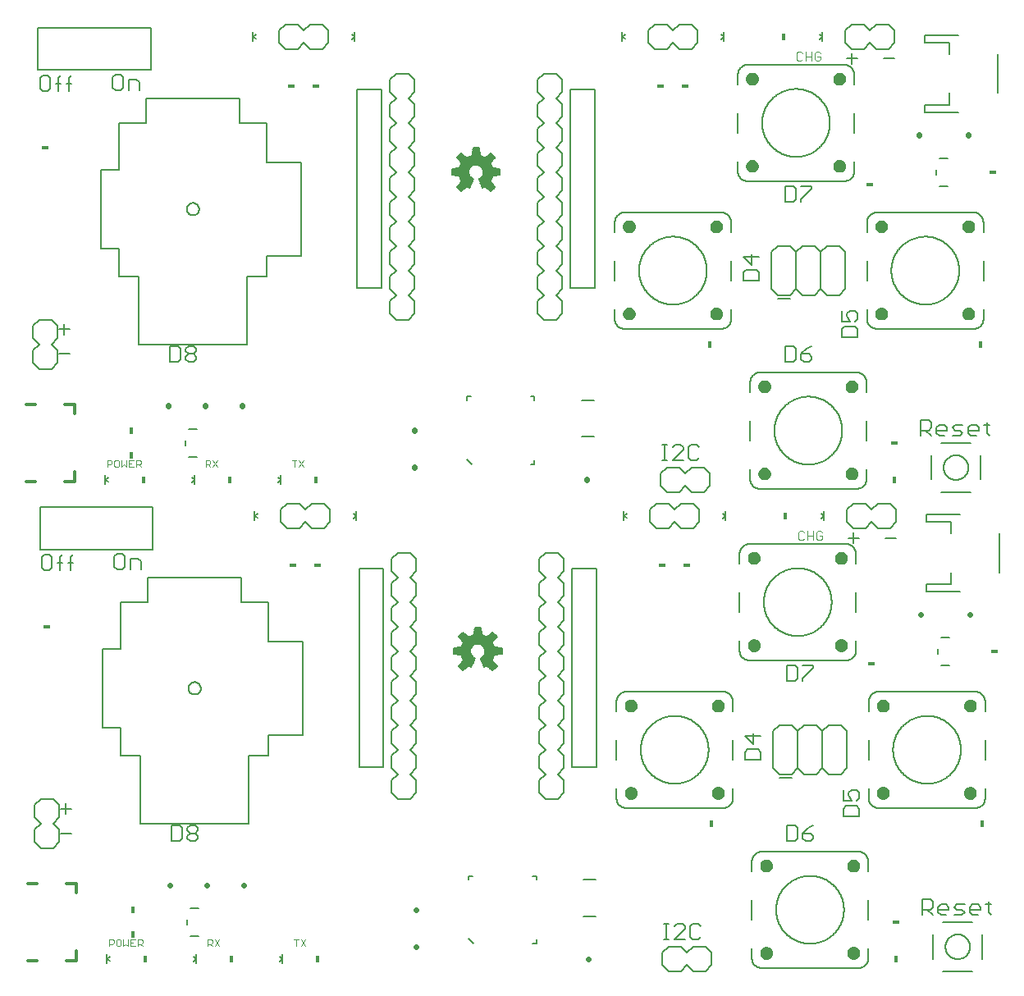
<source format=gto>
G75*
%MOIN*%
%OFA0B0*%
%FSLAX25Y25*%
%IPPOS*%
%LPD*%
%AMOC8*
5,1,8,0,0,1.08239X$1,22.5*
%
%ADD10C,0.00300*%
%ADD11C,0.00600*%
%ADD12C,0.02200*%
%ADD13C,0.00800*%
%ADD14R,0.01800X0.03000*%
%ADD15R,0.03000X0.01800*%
%ADD16C,0.01200*%
%ADD17C,0.02756*%
%ADD18C,0.00591*%
D10*
X0047196Y0014050D02*
X0047196Y0016952D01*
X0048648Y0016952D01*
X0049131Y0016469D01*
X0049131Y0015501D01*
X0048648Y0015017D01*
X0047196Y0015017D01*
X0050143Y0014534D02*
X0050143Y0016469D01*
X0050627Y0016952D01*
X0051594Y0016952D01*
X0052078Y0016469D01*
X0052078Y0014534D01*
X0051594Y0014050D01*
X0050627Y0014050D01*
X0050143Y0014534D01*
X0053089Y0014050D02*
X0054057Y0015017D01*
X0055024Y0014050D01*
X0055024Y0016952D01*
X0056036Y0016952D02*
X0056036Y0014050D01*
X0057971Y0014050D01*
X0058983Y0014050D02*
X0058983Y0016952D01*
X0060434Y0016952D01*
X0060918Y0016469D01*
X0060918Y0015501D01*
X0060434Y0015017D01*
X0058983Y0015017D01*
X0059950Y0015017D02*
X0060918Y0014050D01*
X0057971Y0016952D02*
X0056036Y0016952D01*
X0056036Y0015501D02*
X0057003Y0015501D01*
X0053089Y0016952D02*
X0053089Y0014050D01*
X0087196Y0014050D02*
X0087196Y0016952D01*
X0088648Y0016952D01*
X0089131Y0016469D01*
X0089131Y0015501D01*
X0088648Y0015017D01*
X0087196Y0015017D01*
X0088164Y0015017D02*
X0089131Y0014050D01*
X0090143Y0014050D02*
X0092078Y0016952D01*
X0090143Y0016952D02*
X0092078Y0014050D01*
X0122196Y0016952D02*
X0124131Y0016952D01*
X0123164Y0016952D02*
X0123164Y0014050D01*
X0125143Y0014050D02*
X0127078Y0016952D01*
X0125143Y0016952D02*
X0127078Y0014050D01*
X0327196Y0179667D02*
X0327814Y0179050D01*
X0329048Y0179050D01*
X0329665Y0179667D01*
X0330880Y0179050D02*
X0330880Y0182753D01*
X0329665Y0182136D02*
X0329048Y0182753D01*
X0327814Y0182753D01*
X0327196Y0182136D01*
X0327196Y0179667D01*
X0330880Y0180902D02*
X0333348Y0180902D01*
X0334563Y0182136D02*
X0334563Y0179667D01*
X0335180Y0179050D01*
X0336414Y0179050D01*
X0337032Y0179667D01*
X0337032Y0180902D01*
X0335797Y0180902D01*
X0334563Y0182136D02*
X0335180Y0182753D01*
X0336414Y0182753D01*
X0337032Y0182136D01*
X0333348Y0182753D02*
X0333348Y0179050D01*
X0332648Y0373750D02*
X0332648Y0377453D01*
X0333863Y0376836D02*
X0333863Y0374367D01*
X0334480Y0373750D01*
X0335714Y0373750D01*
X0336332Y0374367D01*
X0336332Y0375602D01*
X0335097Y0375602D01*
X0333863Y0376836D02*
X0334480Y0377453D01*
X0335714Y0377453D01*
X0336332Y0376836D01*
X0332648Y0375602D02*
X0330180Y0375602D01*
X0328965Y0376836D02*
X0328348Y0377453D01*
X0327114Y0377453D01*
X0326496Y0376836D01*
X0326496Y0374367D01*
X0327114Y0373750D01*
X0328348Y0373750D01*
X0328965Y0374367D01*
X0330180Y0373750D02*
X0330180Y0377453D01*
X0126378Y0211652D02*
X0124443Y0208750D01*
X0126378Y0208750D02*
X0124443Y0211652D01*
X0123431Y0211652D02*
X0121496Y0211652D01*
X0122464Y0211652D02*
X0122464Y0208750D01*
X0091378Y0208750D02*
X0089443Y0211652D01*
X0088431Y0211169D02*
X0087948Y0211652D01*
X0086496Y0211652D01*
X0086496Y0208750D01*
X0086496Y0209717D02*
X0087948Y0209717D01*
X0088431Y0210201D01*
X0088431Y0211169D01*
X0087464Y0209717D02*
X0088431Y0208750D01*
X0089443Y0208750D02*
X0091378Y0211652D01*
X0060218Y0211169D02*
X0060218Y0210201D01*
X0059734Y0209717D01*
X0058283Y0209717D01*
X0058283Y0208750D02*
X0058283Y0211652D01*
X0059734Y0211652D01*
X0060218Y0211169D01*
X0059250Y0209717D02*
X0060218Y0208750D01*
X0057271Y0208750D02*
X0055336Y0208750D01*
X0055336Y0211652D01*
X0057271Y0211652D01*
X0056303Y0210201D02*
X0055336Y0210201D01*
X0054324Y0208750D02*
X0054324Y0211652D01*
X0052389Y0211652D02*
X0052389Y0208750D01*
X0053357Y0209717D01*
X0054324Y0208750D01*
X0051378Y0209234D02*
X0051378Y0211169D01*
X0050894Y0211652D01*
X0049927Y0211652D01*
X0049443Y0211169D01*
X0049443Y0209234D01*
X0049927Y0208750D01*
X0050894Y0208750D01*
X0051378Y0209234D01*
X0048431Y0210201D02*
X0047948Y0209717D01*
X0046496Y0209717D01*
X0046496Y0208750D02*
X0046496Y0211652D01*
X0047948Y0211652D01*
X0048431Y0211169D01*
X0048431Y0210201D01*
D11*
X0050523Y0173605D02*
X0049455Y0172538D01*
X0049455Y0168268D01*
X0050523Y0167200D01*
X0052658Y0167200D01*
X0053726Y0168268D01*
X0053726Y0172538D01*
X0052658Y0173605D01*
X0050523Y0173605D01*
X0055901Y0171470D02*
X0059104Y0171470D01*
X0060171Y0170403D01*
X0060171Y0167200D01*
X0055901Y0167200D02*
X0055901Y0171470D01*
X0032724Y0169903D02*
X0030589Y0169903D01*
X0028427Y0169903D02*
X0026292Y0169903D01*
X0027360Y0172038D02*
X0028427Y0173105D01*
X0027360Y0172038D02*
X0027360Y0166700D01*
X0024117Y0167768D02*
X0024117Y0172038D01*
X0023049Y0173105D01*
X0020914Y0173105D01*
X0019846Y0172038D01*
X0019846Y0167768D01*
X0020914Y0166700D01*
X0023049Y0166700D01*
X0024117Y0167768D01*
X0031657Y0166700D02*
X0031657Y0172038D01*
X0032724Y0173105D01*
X0071946Y0251500D02*
X0075149Y0251500D01*
X0076217Y0252568D01*
X0076217Y0256838D01*
X0075149Y0257905D01*
X0071946Y0257905D01*
X0071946Y0251500D01*
X0078392Y0252568D02*
X0078392Y0253635D01*
X0079460Y0254703D01*
X0081595Y0254703D01*
X0082662Y0253635D01*
X0082662Y0252568D01*
X0081595Y0251500D01*
X0079460Y0251500D01*
X0078392Y0252568D01*
X0079460Y0254703D02*
X0078392Y0255770D01*
X0078392Y0256838D01*
X0079460Y0257905D01*
X0081595Y0257905D01*
X0082662Y0256838D01*
X0082662Y0255770D01*
X0081595Y0254703D01*
X0031217Y0254703D02*
X0026946Y0254703D01*
X0029082Y0262568D02*
X0029082Y0266838D01*
X0031217Y0264703D02*
X0026946Y0264703D01*
X0026660Y0361400D02*
X0026660Y0366738D01*
X0027727Y0367805D01*
X0027727Y0364603D02*
X0025592Y0364603D01*
X0023417Y0362468D02*
X0023417Y0366738D01*
X0022349Y0367805D01*
X0020214Y0367805D01*
X0019146Y0366738D01*
X0019146Y0362468D01*
X0020214Y0361400D01*
X0022349Y0361400D01*
X0023417Y0362468D01*
X0029889Y0364603D02*
X0032024Y0364603D01*
X0030957Y0366738D02*
X0032024Y0367805D01*
X0030957Y0366738D02*
X0030957Y0361400D01*
X0048755Y0362968D02*
X0049823Y0361900D01*
X0051958Y0361900D01*
X0053026Y0362968D01*
X0053026Y0367238D01*
X0051958Y0368305D01*
X0049823Y0368305D01*
X0048755Y0367238D01*
X0048755Y0362968D01*
X0055201Y0361900D02*
X0055201Y0366170D01*
X0058404Y0366170D01*
X0059471Y0365103D01*
X0059471Y0361900D01*
X0271946Y0217905D02*
X0274082Y0217905D01*
X0273014Y0217905D02*
X0273014Y0211500D01*
X0271946Y0211500D02*
X0274082Y0211500D01*
X0276243Y0211500D02*
X0280514Y0215770D01*
X0280514Y0216838D01*
X0279446Y0217905D01*
X0277311Y0217905D01*
X0276243Y0216838D01*
X0276243Y0211500D02*
X0280514Y0211500D01*
X0282689Y0212568D02*
X0282689Y0216838D01*
X0283757Y0217905D01*
X0285892Y0217905D01*
X0286959Y0216838D01*
X0286959Y0212568D02*
X0285892Y0211500D01*
X0283757Y0211500D01*
X0282689Y0212568D01*
X0321946Y0251500D02*
X0325149Y0251500D01*
X0326217Y0252568D01*
X0326217Y0256838D01*
X0325149Y0257905D01*
X0321946Y0257905D01*
X0321946Y0251500D01*
X0328392Y0252568D02*
X0329460Y0251500D01*
X0331595Y0251500D01*
X0332662Y0252568D01*
X0332662Y0253635D01*
X0331595Y0254703D01*
X0328392Y0254703D01*
X0328392Y0252568D01*
X0328392Y0254703D02*
X0330527Y0256838D01*
X0332662Y0257905D01*
X0344941Y0261500D02*
X0344941Y0264703D01*
X0346009Y0265770D01*
X0350279Y0265770D01*
X0351346Y0264703D01*
X0351346Y0261500D01*
X0344941Y0261500D01*
X0344941Y0267945D02*
X0348144Y0267945D01*
X0347076Y0270081D01*
X0347076Y0271148D01*
X0348144Y0272216D01*
X0350279Y0272216D01*
X0351346Y0271148D01*
X0351346Y0269013D01*
X0350279Y0267945D01*
X0344941Y0267945D02*
X0344941Y0272216D01*
X0311346Y0284500D02*
X0311346Y0287703D01*
X0310279Y0288770D01*
X0306009Y0288770D01*
X0304941Y0287703D01*
X0304941Y0284500D01*
X0311346Y0284500D01*
X0308144Y0290945D02*
X0308144Y0295216D01*
X0311346Y0294148D02*
X0304941Y0294148D01*
X0308144Y0290945D01*
X0321946Y0316500D02*
X0325149Y0316500D01*
X0326217Y0317568D01*
X0326217Y0321838D01*
X0325149Y0322905D01*
X0321946Y0322905D01*
X0321946Y0316500D01*
X0328392Y0316500D02*
X0328392Y0317568D01*
X0332662Y0321838D01*
X0332662Y0322905D01*
X0328392Y0322905D01*
X0349082Y0372568D02*
X0349082Y0376838D01*
X0351217Y0374703D02*
X0346946Y0374703D01*
X0361946Y0374703D02*
X0366217Y0374703D01*
X0376946Y0227905D02*
X0380149Y0227905D01*
X0381217Y0226838D01*
X0381217Y0224703D01*
X0380149Y0223635D01*
X0376946Y0223635D01*
X0376946Y0221500D02*
X0376946Y0227905D01*
X0379082Y0223635D02*
X0381217Y0221500D01*
X0383392Y0222568D02*
X0383392Y0224703D01*
X0384460Y0225770D01*
X0386595Y0225770D01*
X0387662Y0224703D01*
X0387662Y0223635D01*
X0383392Y0223635D01*
X0383392Y0222568D02*
X0384460Y0221500D01*
X0386595Y0221500D01*
X0389837Y0221500D02*
X0393040Y0221500D01*
X0394108Y0222568D01*
X0393040Y0223635D01*
X0390905Y0223635D01*
X0389837Y0224703D01*
X0390905Y0225770D01*
X0394108Y0225770D01*
X0396283Y0224703D02*
X0397351Y0225770D01*
X0399486Y0225770D01*
X0400553Y0224703D01*
X0400553Y0223635D01*
X0396283Y0223635D01*
X0396283Y0222568D02*
X0396283Y0224703D01*
X0396283Y0222568D02*
X0397351Y0221500D01*
X0399486Y0221500D01*
X0403796Y0222568D02*
X0403796Y0226838D01*
X0402728Y0225770D02*
X0404864Y0225770D01*
X0403796Y0222568D02*
X0404864Y0221500D01*
X0366917Y0180003D02*
X0362646Y0180003D01*
X0351917Y0180003D02*
X0347646Y0180003D01*
X0349782Y0182138D02*
X0349782Y0177868D01*
X0333362Y0128205D02*
X0329092Y0128205D01*
X0326917Y0127138D02*
X0325849Y0128205D01*
X0322646Y0128205D01*
X0322646Y0121800D01*
X0325849Y0121800D01*
X0326917Y0122868D01*
X0326917Y0127138D01*
X0329092Y0122868D02*
X0329092Y0121800D01*
X0329092Y0122868D02*
X0333362Y0127138D01*
X0333362Y0128205D01*
X0312046Y0099448D02*
X0305641Y0099448D01*
X0308844Y0096245D01*
X0308844Y0100516D01*
X0310979Y0094070D02*
X0306709Y0094070D01*
X0305641Y0093003D01*
X0305641Y0089800D01*
X0312046Y0089800D01*
X0312046Y0093003D01*
X0310979Y0094070D01*
X0322646Y0063205D02*
X0325849Y0063205D01*
X0326917Y0062138D01*
X0326917Y0057868D01*
X0325849Y0056800D01*
X0322646Y0056800D01*
X0322646Y0063205D01*
X0329092Y0060003D02*
X0332295Y0060003D01*
X0333362Y0058935D01*
X0333362Y0057868D01*
X0332295Y0056800D01*
X0330160Y0056800D01*
X0329092Y0057868D01*
X0329092Y0060003D01*
X0331227Y0062138D01*
X0333362Y0063205D01*
X0345641Y0066800D02*
X0345641Y0070003D01*
X0346709Y0071070D01*
X0350979Y0071070D01*
X0352046Y0070003D01*
X0352046Y0066800D01*
X0345641Y0066800D01*
X0345641Y0073245D02*
X0348844Y0073245D01*
X0347776Y0075381D01*
X0347776Y0076448D01*
X0348844Y0077516D01*
X0350979Y0077516D01*
X0352046Y0076448D01*
X0352046Y0074313D01*
X0350979Y0073245D01*
X0345641Y0073245D02*
X0345641Y0077516D01*
X0377646Y0033205D02*
X0380849Y0033205D01*
X0381917Y0032138D01*
X0381917Y0030003D01*
X0380849Y0028935D01*
X0377646Y0028935D01*
X0377646Y0026800D02*
X0377646Y0033205D01*
X0379782Y0028935D02*
X0381917Y0026800D01*
X0384092Y0027868D02*
X0384092Y0030003D01*
X0385160Y0031070D01*
X0387295Y0031070D01*
X0388362Y0030003D01*
X0388362Y0028935D01*
X0384092Y0028935D01*
X0384092Y0027868D02*
X0385160Y0026800D01*
X0387295Y0026800D01*
X0390537Y0026800D02*
X0393740Y0026800D01*
X0394808Y0027868D01*
X0393740Y0028935D01*
X0391605Y0028935D01*
X0390537Y0030003D01*
X0391605Y0031070D01*
X0394808Y0031070D01*
X0396983Y0030003D02*
X0398051Y0031070D01*
X0400186Y0031070D01*
X0401253Y0030003D01*
X0401253Y0028935D01*
X0396983Y0028935D01*
X0396983Y0027868D02*
X0396983Y0030003D01*
X0396983Y0027868D02*
X0398051Y0026800D01*
X0400186Y0026800D01*
X0404496Y0027868D02*
X0405564Y0026800D01*
X0404496Y0027868D02*
X0404496Y0032138D01*
X0403428Y0031070D02*
X0405564Y0031070D01*
X0287659Y0022138D02*
X0286592Y0023205D01*
X0284457Y0023205D01*
X0283389Y0022138D01*
X0283389Y0017868D01*
X0284457Y0016800D01*
X0286592Y0016800D01*
X0287659Y0017868D01*
X0281214Y0016800D02*
X0276943Y0016800D01*
X0281214Y0021070D01*
X0281214Y0022138D01*
X0280146Y0023205D01*
X0278011Y0023205D01*
X0276943Y0022138D01*
X0274782Y0023205D02*
X0272646Y0023205D01*
X0273714Y0023205D02*
X0273714Y0016800D01*
X0272646Y0016800D02*
X0274782Y0016800D01*
X0083362Y0057868D02*
X0082295Y0056800D01*
X0080160Y0056800D01*
X0079092Y0057868D01*
X0079092Y0058935D01*
X0080160Y0060003D01*
X0082295Y0060003D01*
X0083362Y0058935D01*
X0083362Y0057868D01*
X0082295Y0060003D02*
X0083362Y0061070D01*
X0083362Y0062138D01*
X0082295Y0063205D01*
X0080160Y0063205D01*
X0079092Y0062138D01*
X0079092Y0061070D01*
X0080160Y0060003D01*
X0076917Y0057868D02*
X0076917Y0062138D01*
X0075849Y0063205D01*
X0072646Y0063205D01*
X0072646Y0056800D01*
X0075849Y0056800D01*
X0076917Y0057868D01*
X0031917Y0060003D02*
X0027646Y0060003D01*
X0029782Y0067868D02*
X0029782Y0072138D01*
X0031917Y0070003D02*
X0027646Y0070003D01*
D12*
X0072046Y0039020D02*
X0072046Y0038780D01*
X0087046Y0038780D02*
X0087046Y0039020D01*
X0102046Y0039020D02*
X0102046Y0038780D01*
X0172046Y0029020D02*
X0172046Y0028780D01*
X0172046Y0014020D02*
X0172046Y0013780D01*
X0242046Y0009020D02*
X0242046Y0008780D01*
X0377046Y0148780D02*
X0377046Y0149020D01*
X0397046Y0149020D02*
X0397046Y0148780D01*
X0241346Y0203480D02*
X0241346Y0203720D01*
X0171346Y0208480D02*
X0171346Y0208720D01*
X0171346Y0223480D02*
X0171346Y0223720D01*
X0101346Y0233480D02*
X0101346Y0233720D01*
X0086346Y0233720D02*
X0086346Y0233480D01*
X0071346Y0233480D02*
X0071346Y0233720D01*
X0376346Y0343480D02*
X0376346Y0343720D01*
X0396346Y0343720D02*
X0396346Y0343480D01*
D13*
X0388037Y0334200D02*
X0384656Y0334200D01*
X0383156Y0329657D02*
X0383156Y0327543D01*
X0384656Y0323000D02*
X0388037Y0323000D01*
X0398531Y0312222D02*
X0359161Y0312222D01*
X0359037Y0312220D01*
X0358914Y0312214D01*
X0358790Y0312205D01*
X0358668Y0312191D01*
X0358545Y0312174D01*
X0358423Y0312152D01*
X0358302Y0312127D01*
X0358182Y0312098D01*
X0358063Y0312066D01*
X0357944Y0312029D01*
X0357827Y0311989D01*
X0357712Y0311946D01*
X0357597Y0311898D01*
X0357485Y0311847D01*
X0357374Y0311793D01*
X0357264Y0311735D01*
X0357157Y0311674D01*
X0357051Y0311609D01*
X0356948Y0311541D01*
X0356847Y0311470D01*
X0356748Y0311396D01*
X0356651Y0311319D01*
X0356557Y0311238D01*
X0356466Y0311155D01*
X0356377Y0311069D01*
X0356291Y0310980D01*
X0356208Y0310889D01*
X0356127Y0310795D01*
X0356050Y0310698D01*
X0355976Y0310599D01*
X0355905Y0310498D01*
X0355837Y0310395D01*
X0355772Y0310289D01*
X0355711Y0310182D01*
X0355653Y0310072D01*
X0355599Y0309961D01*
X0355548Y0309849D01*
X0355500Y0309734D01*
X0355457Y0309619D01*
X0355417Y0309502D01*
X0355380Y0309383D01*
X0355348Y0309264D01*
X0355319Y0309144D01*
X0355294Y0309023D01*
X0355272Y0308901D01*
X0355255Y0308778D01*
X0355241Y0308656D01*
X0355232Y0308532D01*
X0355226Y0308409D01*
X0355224Y0308285D01*
X0355224Y0304348D01*
X0346346Y0296100D02*
X0346346Y0281100D01*
X0343846Y0278600D01*
X0338846Y0278600D01*
X0336346Y0281100D01*
X0336346Y0296100D01*
X0338846Y0298600D01*
X0343846Y0298600D01*
X0346346Y0296100D01*
X0355224Y0292537D02*
X0355224Y0284663D01*
X0355224Y0272852D02*
X0355224Y0268915D01*
X0355226Y0268791D01*
X0355232Y0268668D01*
X0355241Y0268544D01*
X0355255Y0268422D01*
X0355272Y0268299D01*
X0355294Y0268177D01*
X0355319Y0268056D01*
X0355348Y0267936D01*
X0355380Y0267817D01*
X0355417Y0267698D01*
X0355457Y0267581D01*
X0355500Y0267466D01*
X0355548Y0267351D01*
X0355599Y0267239D01*
X0355653Y0267128D01*
X0355711Y0267018D01*
X0355772Y0266911D01*
X0355837Y0266805D01*
X0355905Y0266702D01*
X0355976Y0266601D01*
X0356050Y0266502D01*
X0356127Y0266405D01*
X0356208Y0266311D01*
X0356291Y0266220D01*
X0356377Y0266131D01*
X0356466Y0266045D01*
X0356557Y0265962D01*
X0356651Y0265881D01*
X0356748Y0265804D01*
X0356847Y0265730D01*
X0356948Y0265659D01*
X0357051Y0265591D01*
X0357157Y0265526D01*
X0357264Y0265465D01*
X0357374Y0265407D01*
X0357485Y0265353D01*
X0357597Y0265302D01*
X0357712Y0265254D01*
X0357827Y0265211D01*
X0357944Y0265171D01*
X0358063Y0265134D01*
X0358182Y0265102D01*
X0358302Y0265073D01*
X0358423Y0265048D01*
X0358545Y0265026D01*
X0358668Y0265009D01*
X0358790Y0264995D01*
X0358914Y0264986D01*
X0359037Y0264980D01*
X0359161Y0264978D01*
X0398531Y0264978D01*
X0398655Y0264980D01*
X0398778Y0264986D01*
X0398902Y0264995D01*
X0399024Y0265009D01*
X0399147Y0265026D01*
X0399269Y0265048D01*
X0399390Y0265073D01*
X0399510Y0265102D01*
X0399629Y0265134D01*
X0399748Y0265171D01*
X0399865Y0265211D01*
X0399980Y0265254D01*
X0400095Y0265302D01*
X0400207Y0265353D01*
X0400318Y0265407D01*
X0400428Y0265465D01*
X0400535Y0265526D01*
X0400641Y0265591D01*
X0400744Y0265659D01*
X0400845Y0265730D01*
X0400944Y0265804D01*
X0401041Y0265881D01*
X0401135Y0265962D01*
X0401226Y0266045D01*
X0401315Y0266131D01*
X0401401Y0266220D01*
X0401484Y0266311D01*
X0401565Y0266405D01*
X0401642Y0266502D01*
X0401716Y0266601D01*
X0401787Y0266702D01*
X0401855Y0266805D01*
X0401920Y0266911D01*
X0401981Y0267018D01*
X0402039Y0267128D01*
X0402093Y0267239D01*
X0402144Y0267351D01*
X0402192Y0267466D01*
X0402235Y0267581D01*
X0402275Y0267698D01*
X0402312Y0267817D01*
X0402344Y0267936D01*
X0402373Y0268056D01*
X0402398Y0268177D01*
X0402420Y0268299D01*
X0402437Y0268422D01*
X0402451Y0268544D01*
X0402460Y0268668D01*
X0402466Y0268791D01*
X0402468Y0268915D01*
X0402469Y0268915D02*
X0402469Y0272852D01*
X0402469Y0284663D02*
X0402469Y0292537D01*
X0402469Y0304348D02*
X0402469Y0308285D01*
X0402468Y0308285D02*
X0402466Y0308409D01*
X0402460Y0308532D01*
X0402451Y0308656D01*
X0402437Y0308778D01*
X0402420Y0308901D01*
X0402398Y0309023D01*
X0402373Y0309144D01*
X0402344Y0309264D01*
X0402312Y0309383D01*
X0402275Y0309502D01*
X0402235Y0309619D01*
X0402192Y0309734D01*
X0402144Y0309849D01*
X0402093Y0309961D01*
X0402039Y0310072D01*
X0401981Y0310182D01*
X0401920Y0310289D01*
X0401855Y0310395D01*
X0401787Y0310498D01*
X0401716Y0310599D01*
X0401642Y0310698D01*
X0401565Y0310795D01*
X0401484Y0310889D01*
X0401401Y0310980D01*
X0401315Y0311069D01*
X0401226Y0311155D01*
X0401135Y0311238D01*
X0401041Y0311319D01*
X0400944Y0311396D01*
X0400845Y0311470D01*
X0400744Y0311541D01*
X0400641Y0311609D01*
X0400535Y0311674D01*
X0400428Y0311735D01*
X0400318Y0311793D01*
X0400207Y0311847D01*
X0400095Y0311898D01*
X0399980Y0311946D01*
X0399865Y0311989D01*
X0399748Y0312029D01*
X0399629Y0312066D01*
X0399510Y0312098D01*
X0399390Y0312127D01*
X0399269Y0312152D01*
X0399147Y0312174D01*
X0399024Y0312191D01*
X0398902Y0312205D01*
X0398778Y0312214D01*
X0398655Y0312220D01*
X0398531Y0312222D01*
X0365066Y0288600D02*
X0365070Y0288938D01*
X0365083Y0289276D01*
X0365103Y0289614D01*
X0365132Y0289951D01*
X0365170Y0290287D01*
X0365215Y0290622D01*
X0365269Y0290956D01*
X0365331Y0291288D01*
X0365401Y0291619D01*
X0365479Y0291948D01*
X0365565Y0292275D01*
X0365659Y0292600D01*
X0365762Y0292923D01*
X0365872Y0293242D01*
X0365989Y0293559D01*
X0366115Y0293873D01*
X0366248Y0294184D01*
X0366389Y0294492D01*
X0366537Y0294796D01*
X0366693Y0295096D01*
X0366856Y0295392D01*
X0367026Y0295684D01*
X0367204Y0295972D01*
X0367388Y0296256D01*
X0367580Y0296535D01*
X0367778Y0296809D01*
X0367983Y0297078D01*
X0368194Y0297342D01*
X0368412Y0297601D01*
X0368636Y0297854D01*
X0368866Y0298102D01*
X0369102Y0298344D01*
X0369344Y0298580D01*
X0369592Y0298810D01*
X0369845Y0299034D01*
X0370104Y0299252D01*
X0370368Y0299463D01*
X0370637Y0299668D01*
X0370911Y0299866D01*
X0371190Y0300058D01*
X0371474Y0300242D01*
X0371762Y0300420D01*
X0372054Y0300590D01*
X0372350Y0300753D01*
X0372650Y0300909D01*
X0372954Y0301057D01*
X0373262Y0301198D01*
X0373573Y0301331D01*
X0373887Y0301457D01*
X0374204Y0301574D01*
X0374523Y0301684D01*
X0374846Y0301787D01*
X0375171Y0301881D01*
X0375498Y0301967D01*
X0375827Y0302045D01*
X0376158Y0302115D01*
X0376490Y0302177D01*
X0376824Y0302231D01*
X0377159Y0302276D01*
X0377495Y0302314D01*
X0377832Y0302343D01*
X0378170Y0302363D01*
X0378508Y0302376D01*
X0378846Y0302380D01*
X0379184Y0302376D01*
X0379522Y0302363D01*
X0379860Y0302343D01*
X0380197Y0302314D01*
X0380533Y0302276D01*
X0380868Y0302231D01*
X0381202Y0302177D01*
X0381534Y0302115D01*
X0381865Y0302045D01*
X0382194Y0301967D01*
X0382521Y0301881D01*
X0382846Y0301787D01*
X0383169Y0301684D01*
X0383488Y0301574D01*
X0383805Y0301457D01*
X0384119Y0301331D01*
X0384430Y0301198D01*
X0384738Y0301057D01*
X0385042Y0300909D01*
X0385342Y0300753D01*
X0385638Y0300590D01*
X0385930Y0300420D01*
X0386218Y0300242D01*
X0386502Y0300058D01*
X0386781Y0299866D01*
X0387055Y0299668D01*
X0387324Y0299463D01*
X0387588Y0299252D01*
X0387847Y0299034D01*
X0388100Y0298810D01*
X0388348Y0298580D01*
X0388590Y0298344D01*
X0388826Y0298102D01*
X0389056Y0297854D01*
X0389280Y0297601D01*
X0389498Y0297342D01*
X0389709Y0297078D01*
X0389914Y0296809D01*
X0390112Y0296535D01*
X0390304Y0296256D01*
X0390488Y0295972D01*
X0390666Y0295684D01*
X0390836Y0295392D01*
X0390999Y0295096D01*
X0391155Y0294796D01*
X0391303Y0294492D01*
X0391444Y0294184D01*
X0391577Y0293873D01*
X0391703Y0293559D01*
X0391820Y0293242D01*
X0391930Y0292923D01*
X0392033Y0292600D01*
X0392127Y0292275D01*
X0392213Y0291948D01*
X0392291Y0291619D01*
X0392361Y0291288D01*
X0392423Y0290956D01*
X0392477Y0290622D01*
X0392522Y0290287D01*
X0392560Y0289951D01*
X0392589Y0289614D01*
X0392609Y0289276D01*
X0392622Y0288938D01*
X0392626Y0288600D01*
X0392622Y0288262D01*
X0392609Y0287924D01*
X0392589Y0287586D01*
X0392560Y0287249D01*
X0392522Y0286913D01*
X0392477Y0286578D01*
X0392423Y0286244D01*
X0392361Y0285912D01*
X0392291Y0285581D01*
X0392213Y0285252D01*
X0392127Y0284925D01*
X0392033Y0284600D01*
X0391930Y0284277D01*
X0391820Y0283958D01*
X0391703Y0283641D01*
X0391577Y0283327D01*
X0391444Y0283016D01*
X0391303Y0282708D01*
X0391155Y0282404D01*
X0390999Y0282104D01*
X0390836Y0281808D01*
X0390666Y0281516D01*
X0390488Y0281228D01*
X0390304Y0280944D01*
X0390112Y0280665D01*
X0389914Y0280391D01*
X0389709Y0280122D01*
X0389498Y0279858D01*
X0389280Y0279599D01*
X0389056Y0279346D01*
X0388826Y0279098D01*
X0388590Y0278856D01*
X0388348Y0278620D01*
X0388100Y0278390D01*
X0387847Y0278166D01*
X0387588Y0277948D01*
X0387324Y0277737D01*
X0387055Y0277532D01*
X0386781Y0277334D01*
X0386502Y0277142D01*
X0386218Y0276958D01*
X0385930Y0276780D01*
X0385638Y0276610D01*
X0385342Y0276447D01*
X0385042Y0276291D01*
X0384738Y0276143D01*
X0384430Y0276002D01*
X0384119Y0275869D01*
X0383805Y0275743D01*
X0383488Y0275626D01*
X0383169Y0275516D01*
X0382846Y0275413D01*
X0382521Y0275319D01*
X0382194Y0275233D01*
X0381865Y0275155D01*
X0381534Y0275085D01*
X0381202Y0275023D01*
X0380868Y0274969D01*
X0380533Y0274924D01*
X0380197Y0274886D01*
X0379860Y0274857D01*
X0379522Y0274837D01*
X0379184Y0274824D01*
X0378846Y0274820D01*
X0378508Y0274824D01*
X0378170Y0274837D01*
X0377832Y0274857D01*
X0377495Y0274886D01*
X0377159Y0274924D01*
X0376824Y0274969D01*
X0376490Y0275023D01*
X0376158Y0275085D01*
X0375827Y0275155D01*
X0375498Y0275233D01*
X0375171Y0275319D01*
X0374846Y0275413D01*
X0374523Y0275516D01*
X0374204Y0275626D01*
X0373887Y0275743D01*
X0373573Y0275869D01*
X0373262Y0276002D01*
X0372954Y0276143D01*
X0372650Y0276291D01*
X0372350Y0276447D01*
X0372054Y0276610D01*
X0371762Y0276780D01*
X0371474Y0276958D01*
X0371190Y0277142D01*
X0370911Y0277334D01*
X0370637Y0277532D01*
X0370368Y0277737D01*
X0370104Y0277948D01*
X0369845Y0278166D01*
X0369592Y0278390D01*
X0369344Y0278620D01*
X0369102Y0278856D01*
X0368866Y0279098D01*
X0368636Y0279346D01*
X0368412Y0279599D01*
X0368194Y0279858D01*
X0367983Y0280122D01*
X0367778Y0280391D01*
X0367580Y0280665D01*
X0367388Y0280944D01*
X0367204Y0281228D01*
X0367026Y0281516D01*
X0366856Y0281808D01*
X0366693Y0282104D01*
X0366537Y0282404D01*
X0366389Y0282708D01*
X0366248Y0283016D01*
X0366115Y0283327D01*
X0365989Y0283641D01*
X0365872Y0283958D01*
X0365762Y0284277D01*
X0365659Y0284600D01*
X0365565Y0284925D01*
X0365479Y0285252D01*
X0365401Y0285581D01*
X0365331Y0285912D01*
X0365269Y0286244D01*
X0365215Y0286578D01*
X0365170Y0286913D01*
X0365132Y0287249D01*
X0365103Y0287586D01*
X0365083Y0287924D01*
X0365070Y0288262D01*
X0365066Y0288600D01*
X0336346Y0281100D02*
X0333846Y0278600D01*
X0328846Y0278600D01*
X0326346Y0281100D01*
X0326346Y0296100D01*
X0328846Y0298600D01*
X0333846Y0298600D01*
X0336346Y0296100D01*
X0326346Y0296100D02*
X0323846Y0298600D01*
X0318846Y0298600D01*
X0316346Y0296100D01*
X0316346Y0281100D01*
X0318846Y0278600D01*
X0323846Y0278600D01*
X0326346Y0281100D01*
X0323846Y0277281D02*
X0318846Y0277281D01*
X0299969Y0272852D02*
X0299969Y0268915D01*
X0299968Y0268915D02*
X0299966Y0268791D01*
X0299960Y0268668D01*
X0299951Y0268544D01*
X0299937Y0268422D01*
X0299920Y0268299D01*
X0299898Y0268177D01*
X0299873Y0268056D01*
X0299844Y0267936D01*
X0299812Y0267817D01*
X0299775Y0267698D01*
X0299735Y0267581D01*
X0299692Y0267466D01*
X0299644Y0267351D01*
X0299593Y0267239D01*
X0299539Y0267128D01*
X0299481Y0267018D01*
X0299420Y0266911D01*
X0299355Y0266805D01*
X0299287Y0266702D01*
X0299216Y0266601D01*
X0299142Y0266502D01*
X0299065Y0266405D01*
X0298984Y0266311D01*
X0298901Y0266220D01*
X0298815Y0266131D01*
X0298726Y0266045D01*
X0298635Y0265962D01*
X0298541Y0265881D01*
X0298444Y0265804D01*
X0298345Y0265730D01*
X0298244Y0265659D01*
X0298141Y0265591D01*
X0298035Y0265526D01*
X0297928Y0265465D01*
X0297818Y0265407D01*
X0297707Y0265353D01*
X0297595Y0265302D01*
X0297480Y0265254D01*
X0297365Y0265211D01*
X0297248Y0265171D01*
X0297129Y0265134D01*
X0297010Y0265102D01*
X0296890Y0265073D01*
X0296769Y0265048D01*
X0296647Y0265026D01*
X0296524Y0265009D01*
X0296402Y0264995D01*
X0296278Y0264986D01*
X0296155Y0264980D01*
X0296031Y0264978D01*
X0256661Y0264978D01*
X0256537Y0264980D01*
X0256414Y0264986D01*
X0256290Y0264995D01*
X0256168Y0265009D01*
X0256045Y0265026D01*
X0255923Y0265048D01*
X0255802Y0265073D01*
X0255682Y0265102D01*
X0255563Y0265134D01*
X0255444Y0265171D01*
X0255327Y0265211D01*
X0255212Y0265254D01*
X0255097Y0265302D01*
X0254985Y0265353D01*
X0254874Y0265407D01*
X0254764Y0265465D01*
X0254657Y0265526D01*
X0254551Y0265591D01*
X0254448Y0265659D01*
X0254347Y0265730D01*
X0254248Y0265804D01*
X0254151Y0265881D01*
X0254057Y0265962D01*
X0253966Y0266045D01*
X0253877Y0266131D01*
X0253791Y0266220D01*
X0253708Y0266311D01*
X0253627Y0266405D01*
X0253550Y0266502D01*
X0253476Y0266601D01*
X0253405Y0266702D01*
X0253337Y0266805D01*
X0253272Y0266911D01*
X0253211Y0267018D01*
X0253153Y0267128D01*
X0253099Y0267239D01*
X0253048Y0267351D01*
X0253000Y0267466D01*
X0252957Y0267581D01*
X0252917Y0267698D01*
X0252880Y0267817D01*
X0252848Y0267936D01*
X0252819Y0268056D01*
X0252794Y0268177D01*
X0252772Y0268299D01*
X0252755Y0268422D01*
X0252741Y0268544D01*
X0252732Y0268668D01*
X0252726Y0268791D01*
X0252724Y0268915D01*
X0252724Y0272852D01*
X0244575Y0281553D02*
X0234732Y0281553D01*
X0234732Y0362261D01*
X0244575Y0362261D01*
X0244575Y0281553D01*
X0252724Y0284663D02*
X0252724Y0292537D01*
X0252724Y0304348D02*
X0252724Y0308285D01*
X0252726Y0308409D01*
X0252732Y0308532D01*
X0252741Y0308656D01*
X0252755Y0308778D01*
X0252772Y0308901D01*
X0252794Y0309023D01*
X0252819Y0309144D01*
X0252848Y0309264D01*
X0252880Y0309383D01*
X0252917Y0309502D01*
X0252957Y0309619D01*
X0253000Y0309734D01*
X0253048Y0309849D01*
X0253099Y0309961D01*
X0253153Y0310072D01*
X0253211Y0310182D01*
X0253272Y0310289D01*
X0253337Y0310395D01*
X0253405Y0310498D01*
X0253476Y0310599D01*
X0253550Y0310698D01*
X0253627Y0310795D01*
X0253708Y0310889D01*
X0253791Y0310980D01*
X0253877Y0311069D01*
X0253966Y0311155D01*
X0254057Y0311238D01*
X0254151Y0311319D01*
X0254248Y0311396D01*
X0254347Y0311470D01*
X0254448Y0311541D01*
X0254551Y0311609D01*
X0254657Y0311674D01*
X0254764Y0311735D01*
X0254874Y0311793D01*
X0254985Y0311847D01*
X0255097Y0311898D01*
X0255212Y0311946D01*
X0255327Y0311989D01*
X0255444Y0312029D01*
X0255563Y0312066D01*
X0255682Y0312098D01*
X0255802Y0312127D01*
X0255923Y0312152D01*
X0256045Y0312174D01*
X0256168Y0312191D01*
X0256290Y0312205D01*
X0256414Y0312214D01*
X0256537Y0312220D01*
X0256661Y0312222D01*
X0296031Y0312222D01*
X0296155Y0312220D01*
X0296278Y0312214D01*
X0296402Y0312205D01*
X0296524Y0312191D01*
X0296647Y0312174D01*
X0296769Y0312152D01*
X0296890Y0312127D01*
X0297010Y0312098D01*
X0297129Y0312066D01*
X0297248Y0312029D01*
X0297365Y0311989D01*
X0297480Y0311946D01*
X0297595Y0311898D01*
X0297707Y0311847D01*
X0297818Y0311793D01*
X0297928Y0311735D01*
X0298035Y0311674D01*
X0298141Y0311609D01*
X0298244Y0311541D01*
X0298345Y0311470D01*
X0298444Y0311396D01*
X0298541Y0311319D01*
X0298635Y0311238D01*
X0298726Y0311155D01*
X0298815Y0311069D01*
X0298901Y0310980D01*
X0298984Y0310889D01*
X0299065Y0310795D01*
X0299142Y0310698D01*
X0299216Y0310599D01*
X0299287Y0310498D01*
X0299355Y0310395D01*
X0299420Y0310289D01*
X0299481Y0310182D01*
X0299539Y0310072D01*
X0299593Y0309961D01*
X0299644Y0309849D01*
X0299692Y0309734D01*
X0299735Y0309619D01*
X0299775Y0309502D01*
X0299812Y0309383D01*
X0299844Y0309264D01*
X0299873Y0309144D01*
X0299898Y0309023D01*
X0299920Y0308901D01*
X0299937Y0308778D01*
X0299951Y0308656D01*
X0299960Y0308532D01*
X0299966Y0308409D01*
X0299968Y0308285D01*
X0299969Y0308285D02*
X0299969Y0304348D01*
X0299969Y0292537D02*
X0299969Y0284663D01*
X0262566Y0288600D02*
X0262570Y0288938D01*
X0262583Y0289276D01*
X0262603Y0289614D01*
X0262632Y0289951D01*
X0262670Y0290287D01*
X0262715Y0290622D01*
X0262769Y0290956D01*
X0262831Y0291288D01*
X0262901Y0291619D01*
X0262979Y0291948D01*
X0263065Y0292275D01*
X0263159Y0292600D01*
X0263262Y0292923D01*
X0263372Y0293242D01*
X0263489Y0293559D01*
X0263615Y0293873D01*
X0263748Y0294184D01*
X0263889Y0294492D01*
X0264037Y0294796D01*
X0264193Y0295096D01*
X0264356Y0295392D01*
X0264526Y0295684D01*
X0264704Y0295972D01*
X0264888Y0296256D01*
X0265080Y0296535D01*
X0265278Y0296809D01*
X0265483Y0297078D01*
X0265694Y0297342D01*
X0265912Y0297601D01*
X0266136Y0297854D01*
X0266366Y0298102D01*
X0266602Y0298344D01*
X0266844Y0298580D01*
X0267092Y0298810D01*
X0267345Y0299034D01*
X0267604Y0299252D01*
X0267868Y0299463D01*
X0268137Y0299668D01*
X0268411Y0299866D01*
X0268690Y0300058D01*
X0268974Y0300242D01*
X0269262Y0300420D01*
X0269554Y0300590D01*
X0269850Y0300753D01*
X0270150Y0300909D01*
X0270454Y0301057D01*
X0270762Y0301198D01*
X0271073Y0301331D01*
X0271387Y0301457D01*
X0271704Y0301574D01*
X0272023Y0301684D01*
X0272346Y0301787D01*
X0272671Y0301881D01*
X0272998Y0301967D01*
X0273327Y0302045D01*
X0273658Y0302115D01*
X0273990Y0302177D01*
X0274324Y0302231D01*
X0274659Y0302276D01*
X0274995Y0302314D01*
X0275332Y0302343D01*
X0275670Y0302363D01*
X0276008Y0302376D01*
X0276346Y0302380D01*
X0276684Y0302376D01*
X0277022Y0302363D01*
X0277360Y0302343D01*
X0277697Y0302314D01*
X0278033Y0302276D01*
X0278368Y0302231D01*
X0278702Y0302177D01*
X0279034Y0302115D01*
X0279365Y0302045D01*
X0279694Y0301967D01*
X0280021Y0301881D01*
X0280346Y0301787D01*
X0280669Y0301684D01*
X0280988Y0301574D01*
X0281305Y0301457D01*
X0281619Y0301331D01*
X0281930Y0301198D01*
X0282238Y0301057D01*
X0282542Y0300909D01*
X0282842Y0300753D01*
X0283138Y0300590D01*
X0283430Y0300420D01*
X0283718Y0300242D01*
X0284002Y0300058D01*
X0284281Y0299866D01*
X0284555Y0299668D01*
X0284824Y0299463D01*
X0285088Y0299252D01*
X0285347Y0299034D01*
X0285600Y0298810D01*
X0285848Y0298580D01*
X0286090Y0298344D01*
X0286326Y0298102D01*
X0286556Y0297854D01*
X0286780Y0297601D01*
X0286998Y0297342D01*
X0287209Y0297078D01*
X0287414Y0296809D01*
X0287612Y0296535D01*
X0287804Y0296256D01*
X0287988Y0295972D01*
X0288166Y0295684D01*
X0288336Y0295392D01*
X0288499Y0295096D01*
X0288655Y0294796D01*
X0288803Y0294492D01*
X0288944Y0294184D01*
X0289077Y0293873D01*
X0289203Y0293559D01*
X0289320Y0293242D01*
X0289430Y0292923D01*
X0289533Y0292600D01*
X0289627Y0292275D01*
X0289713Y0291948D01*
X0289791Y0291619D01*
X0289861Y0291288D01*
X0289923Y0290956D01*
X0289977Y0290622D01*
X0290022Y0290287D01*
X0290060Y0289951D01*
X0290089Y0289614D01*
X0290109Y0289276D01*
X0290122Y0288938D01*
X0290126Y0288600D01*
X0290122Y0288262D01*
X0290109Y0287924D01*
X0290089Y0287586D01*
X0290060Y0287249D01*
X0290022Y0286913D01*
X0289977Y0286578D01*
X0289923Y0286244D01*
X0289861Y0285912D01*
X0289791Y0285581D01*
X0289713Y0285252D01*
X0289627Y0284925D01*
X0289533Y0284600D01*
X0289430Y0284277D01*
X0289320Y0283958D01*
X0289203Y0283641D01*
X0289077Y0283327D01*
X0288944Y0283016D01*
X0288803Y0282708D01*
X0288655Y0282404D01*
X0288499Y0282104D01*
X0288336Y0281808D01*
X0288166Y0281516D01*
X0287988Y0281228D01*
X0287804Y0280944D01*
X0287612Y0280665D01*
X0287414Y0280391D01*
X0287209Y0280122D01*
X0286998Y0279858D01*
X0286780Y0279599D01*
X0286556Y0279346D01*
X0286326Y0279098D01*
X0286090Y0278856D01*
X0285848Y0278620D01*
X0285600Y0278390D01*
X0285347Y0278166D01*
X0285088Y0277948D01*
X0284824Y0277737D01*
X0284555Y0277532D01*
X0284281Y0277334D01*
X0284002Y0277142D01*
X0283718Y0276958D01*
X0283430Y0276780D01*
X0283138Y0276610D01*
X0282842Y0276447D01*
X0282542Y0276291D01*
X0282238Y0276143D01*
X0281930Y0276002D01*
X0281619Y0275869D01*
X0281305Y0275743D01*
X0280988Y0275626D01*
X0280669Y0275516D01*
X0280346Y0275413D01*
X0280021Y0275319D01*
X0279694Y0275233D01*
X0279365Y0275155D01*
X0279034Y0275085D01*
X0278702Y0275023D01*
X0278368Y0274969D01*
X0278033Y0274924D01*
X0277697Y0274886D01*
X0277360Y0274857D01*
X0277022Y0274837D01*
X0276684Y0274824D01*
X0276346Y0274820D01*
X0276008Y0274824D01*
X0275670Y0274837D01*
X0275332Y0274857D01*
X0274995Y0274886D01*
X0274659Y0274924D01*
X0274324Y0274969D01*
X0273990Y0275023D01*
X0273658Y0275085D01*
X0273327Y0275155D01*
X0272998Y0275233D01*
X0272671Y0275319D01*
X0272346Y0275413D01*
X0272023Y0275516D01*
X0271704Y0275626D01*
X0271387Y0275743D01*
X0271073Y0275869D01*
X0270762Y0276002D01*
X0270454Y0276143D01*
X0270150Y0276291D01*
X0269850Y0276447D01*
X0269554Y0276610D01*
X0269262Y0276780D01*
X0268974Y0276958D01*
X0268690Y0277142D01*
X0268411Y0277334D01*
X0268137Y0277532D01*
X0267868Y0277737D01*
X0267604Y0277948D01*
X0267345Y0278166D01*
X0267092Y0278390D01*
X0266844Y0278620D01*
X0266602Y0278856D01*
X0266366Y0279098D01*
X0266136Y0279346D01*
X0265912Y0279599D01*
X0265694Y0279858D01*
X0265483Y0280122D01*
X0265278Y0280391D01*
X0265080Y0280665D01*
X0264888Y0280944D01*
X0264704Y0281228D01*
X0264526Y0281516D01*
X0264356Y0281808D01*
X0264193Y0282104D01*
X0264037Y0282404D01*
X0263889Y0282708D01*
X0263748Y0283016D01*
X0263615Y0283327D01*
X0263489Y0283641D01*
X0263372Y0283958D01*
X0263262Y0284277D01*
X0263159Y0284600D01*
X0263065Y0284925D01*
X0262979Y0285252D01*
X0262901Y0285581D01*
X0262831Y0285912D01*
X0262769Y0286244D01*
X0262715Y0286578D01*
X0262670Y0286913D01*
X0262632Y0287249D01*
X0262603Y0287586D01*
X0262583Y0287924D01*
X0262570Y0288262D01*
X0262566Y0288600D01*
X0231346Y0286100D02*
X0231346Y0281100D01*
X0228846Y0278600D01*
X0231346Y0276100D01*
X0231346Y0271100D01*
X0228846Y0268600D01*
X0223846Y0268600D01*
X0221346Y0271100D01*
X0221346Y0276100D01*
X0223846Y0278600D01*
X0221346Y0281100D01*
X0221346Y0286100D01*
X0223846Y0288600D01*
X0221346Y0291100D01*
X0221346Y0296100D01*
X0223846Y0298600D01*
X0221346Y0301100D01*
X0221346Y0306100D01*
X0223846Y0308600D01*
X0221346Y0311100D01*
X0221346Y0316100D01*
X0223846Y0318600D01*
X0221346Y0321100D01*
X0221346Y0326100D01*
X0223846Y0328600D01*
X0221346Y0331100D01*
X0221346Y0336100D01*
X0223846Y0338600D01*
X0221346Y0341100D01*
X0221346Y0346100D01*
X0223846Y0348600D01*
X0221346Y0351100D01*
X0221346Y0356100D01*
X0223846Y0358600D01*
X0221346Y0361100D01*
X0221346Y0366100D01*
X0223846Y0368600D01*
X0228846Y0368600D01*
X0231346Y0366100D01*
X0231346Y0361100D01*
X0228846Y0358600D01*
X0231346Y0356100D01*
X0231346Y0351100D01*
X0228846Y0348600D01*
X0231346Y0346100D01*
X0231346Y0341100D01*
X0228846Y0338600D01*
X0231346Y0336100D01*
X0231346Y0331100D01*
X0228846Y0328600D01*
X0231346Y0326100D01*
X0231346Y0321100D01*
X0228846Y0318600D01*
X0231346Y0316100D01*
X0231346Y0311100D01*
X0228846Y0308600D01*
X0231346Y0306100D01*
X0231346Y0301100D01*
X0228846Y0298600D01*
X0231346Y0296100D01*
X0231346Y0291100D01*
X0228846Y0288600D01*
X0231346Y0286100D01*
X0220126Y0237380D02*
X0218551Y0237380D01*
X0220126Y0237380D02*
X0220126Y0235805D01*
X0239227Y0235797D02*
X0244346Y0235797D01*
X0244346Y0221033D02*
X0239227Y0221033D01*
X0220126Y0211395D02*
X0220126Y0209820D01*
X0218551Y0209820D01*
X0194535Y0209820D02*
X0192567Y0211789D01*
X0192567Y0235805D02*
X0192567Y0237380D01*
X0194142Y0237380D01*
X0168846Y0268600D02*
X0163846Y0268600D01*
X0161346Y0271100D01*
X0161346Y0276100D01*
X0163846Y0278600D01*
X0161346Y0281100D01*
X0161346Y0286100D01*
X0163846Y0288600D01*
X0161346Y0291100D01*
X0161346Y0296100D01*
X0163846Y0298600D01*
X0161346Y0301100D01*
X0161346Y0306100D01*
X0163846Y0308600D01*
X0161346Y0311100D01*
X0161346Y0316100D01*
X0163846Y0318600D01*
X0161346Y0321100D01*
X0161346Y0326100D01*
X0163846Y0328600D01*
X0161346Y0331100D01*
X0161346Y0336100D01*
X0163846Y0338600D01*
X0161346Y0341100D01*
X0161346Y0346100D01*
X0163846Y0348600D01*
X0161346Y0351100D01*
X0161346Y0356100D01*
X0163846Y0358600D01*
X0161346Y0361100D01*
X0161346Y0366100D01*
X0163846Y0368600D01*
X0168846Y0368600D01*
X0171346Y0366100D01*
X0171346Y0361100D01*
X0168846Y0358600D01*
X0171346Y0356100D01*
X0171346Y0351100D01*
X0168846Y0348600D01*
X0171346Y0346100D01*
X0171346Y0341100D01*
X0168846Y0338600D01*
X0171346Y0336100D01*
X0171346Y0331100D01*
X0168846Y0328600D01*
X0171346Y0326100D01*
X0171346Y0321100D01*
X0168846Y0318600D01*
X0171346Y0316100D01*
X0171346Y0311100D01*
X0168846Y0308600D01*
X0171346Y0306100D01*
X0171346Y0301100D01*
X0168846Y0298600D01*
X0171346Y0296100D01*
X0171346Y0291100D01*
X0168846Y0288600D01*
X0171346Y0286100D01*
X0171346Y0281100D01*
X0168846Y0278600D01*
X0171346Y0276100D01*
X0171346Y0271100D01*
X0168846Y0268600D01*
X0157961Y0281553D02*
X0157961Y0362261D01*
X0148118Y0362261D01*
X0148118Y0281553D01*
X0157961Y0281553D01*
X0125346Y0294600D02*
X0125346Y0332600D01*
X0111346Y0332600D01*
X0111346Y0348600D01*
X0100346Y0348600D01*
X0100346Y0358600D01*
X0062346Y0358600D01*
X0062346Y0348600D01*
X0051346Y0348600D01*
X0051346Y0329600D01*
X0043846Y0329600D01*
X0043846Y0297600D01*
X0051346Y0297600D01*
X0051346Y0286100D01*
X0059346Y0286100D01*
X0059346Y0258600D01*
X0103346Y0258600D01*
X0103346Y0286100D01*
X0111346Y0286100D01*
X0111346Y0294600D01*
X0125346Y0294600D01*
X0078846Y0313600D02*
X0078848Y0313699D01*
X0078854Y0313799D01*
X0078864Y0313898D01*
X0078878Y0313996D01*
X0078895Y0314094D01*
X0078917Y0314191D01*
X0078942Y0314287D01*
X0078971Y0314382D01*
X0079004Y0314476D01*
X0079041Y0314568D01*
X0079081Y0314659D01*
X0079125Y0314748D01*
X0079173Y0314836D01*
X0079224Y0314921D01*
X0079278Y0315004D01*
X0079335Y0315086D01*
X0079396Y0315164D01*
X0079460Y0315241D01*
X0079526Y0315314D01*
X0079596Y0315385D01*
X0079668Y0315453D01*
X0079743Y0315519D01*
X0079821Y0315581D01*
X0079901Y0315640D01*
X0079983Y0315696D01*
X0080067Y0315748D01*
X0080154Y0315797D01*
X0080242Y0315843D01*
X0080332Y0315885D01*
X0080424Y0315924D01*
X0080517Y0315959D01*
X0080611Y0315990D01*
X0080707Y0316017D01*
X0080804Y0316040D01*
X0080901Y0316060D01*
X0080999Y0316076D01*
X0081098Y0316088D01*
X0081197Y0316096D01*
X0081296Y0316100D01*
X0081396Y0316100D01*
X0081495Y0316096D01*
X0081594Y0316088D01*
X0081693Y0316076D01*
X0081791Y0316060D01*
X0081888Y0316040D01*
X0081985Y0316017D01*
X0082081Y0315990D01*
X0082175Y0315959D01*
X0082268Y0315924D01*
X0082360Y0315885D01*
X0082450Y0315843D01*
X0082538Y0315797D01*
X0082625Y0315748D01*
X0082709Y0315696D01*
X0082791Y0315640D01*
X0082871Y0315581D01*
X0082949Y0315519D01*
X0083024Y0315453D01*
X0083096Y0315385D01*
X0083166Y0315314D01*
X0083232Y0315241D01*
X0083296Y0315164D01*
X0083357Y0315086D01*
X0083414Y0315004D01*
X0083468Y0314921D01*
X0083519Y0314836D01*
X0083567Y0314748D01*
X0083611Y0314659D01*
X0083651Y0314568D01*
X0083688Y0314476D01*
X0083721Y0314382D01*
X0083750Y0314287D01*
X0083775Y0314191D01*
X0083797Y0314094D01*
X0083814Y0313996D01*
X0083828Y0313898D01*
X0083838Y0313799D01*
X0083844Y0313699D01*
X0083846Y0313600D01*
X0083844Y0313501D01*
X0083838Y0313401D01*
X0083828Y0313302D01*
X0083814Y0313204D01*
X0083797Y0313106D01*
X0083775Y0313009D01*
X0083750Y0312913D01*
X0083721Y0312818D01*
X0083688Y0312724D01*
X0083651Y0312632D01*
X0083611Y0312541D01*
X0083567Y0312452D01*
X0083519Y0312364D01*
X0083468Y0312279D01*
X0083414Y0312196D01*
X0083357Y0312114D01*
X0083296Y0312036D01*
X0083232Y0311959D01*
X0083166Y0311886D01*
X0083096Y0311815D01*
X0083024Y0311747D01*
X0082949Y0311681D01*
X0082871Y0311619D01*
X0082791Y0311560D01*
X0082709Y0311504D01*
X0082625Y0311452D01*
X0082538Y0311403D01*
X0082450Y0311357D01*
X0082360Y0311315D01*
X0082268Y0311276D01*
X0082175Y0311241D01*
X0082081Y0311210D01*
X0081985Y0311183D01*
X0081888Y0311160D01*
X0081791Y0311140D01*
X0081693Y0311124D01*
X0081594Y0311112D01*
X0081495Y0311104D01*
X0081396Y0311100D01*
X0081296Y0311100D01*
X0081197Y0311104D01*
X0081098Y0311112D01*
X0080999Y0311124D01*
X0080901Y0311140D01*
X0080804Y0311160D01*
X0080707Y0311183D01*
X0080611Y0311210D01*
X0080517Y0311241D01*
X0080424Y0311276D01*
X0080332Y0311315D01*
X0080242Y0311357D01*
X0080154Y0311403D01*
X0080067Y0311452D01*
X0079983Y0311504D01*
X0079901Y0311560D01*
X0079821Y0311619D01*
X0079743Y0311681D01*
X0079668Y0311747D01*
X0079596Y0311815D01*
X0079526Y0311886D01*
X0079460Y0311959D01*
X0079396Y0312036D01*
X0079335Y0312114D01*
X0079278Y0312196D01*
X0079224Y0312279D01*
X0079173Y0312364D01*
X0079125Y0312452D01*
X0079081Y0312541D01*
X0079041Y0312632D01*
X0079004Y0312724D01*
X0078971Y0312818D01*
X0078942Y0312913D01*
X0078917Y0313009D01*
X0078895Y0313106D01*
X0078878Y0313204D01*
X0078864Y0313302D01*
X0078854Y0313401D01*
X0078848Y0313501D01*
X0078846Y0313600D01*
X0026346Y0266100D02*
X0023846Y0268600D01*
X0018846Y0268600D01*
X0016346Y0266100D01*
X0016346Y0261100D01*
X0018846Y0258600D01*
X0016346Y0256100D01*
X0016346Y0251100D01*
X0018846Y0248600D01*
X0023846Y0248600D01*
X0026346Y0251100D01*
X0026346Y0256100D01*
X0023846Y0258600D01*
X0026346Y0261100D01*
X0026346Y0266100D01*
X0078156Y0219657D02*
X0078156Y0217543D01*
X0079656Y0213000D02*
X0083037Y0213000D01*
X0082016Y0205411D02*
X0082016Y0203600D01*
X0080795Y0202680D01*
X0082016Y0201789D02*
X0082016Y0203600D01*
X0081955Y0203700D02*
X0080795Y0204460D01*
X0064940Y0192463D02*
X0019153Y0192463D01*
X0019153Y0175337D01*
X0064940Y0175337D01*
X0064940Y0192463D01*
X0046898Y0202740D02*
X0045738Y0203500D01*
X0045677Y0203600D02*
X0046898Y0204520D01*
X0045677Y0205411D02*
X0045677Y0203600D01*
X0045677Y0201789D01*
X0079656Y0224200D02*
X0083037Y0224200D01*
X0115795Y0204460D02*
X0116955Y0203700D01*
X0117016Y0203600D02*
X0115795Y0202680D01*
X0117016Y0201789D02*
X0117016Y0203600D01*
X0117016Y0205411D01*
X0119546Y0193900D02*
X0117046Y0191400D01*
X0117046Y0186400D01*
X0119546Y0183900D01*
X0124546Y0183900D01*
X0127046Y0186400D01*
X0129546Y0183900D01*
X0134546Y0183900D01*
X0137046Y0186400D01*
X0137046Y0191400D01*
X0134546Y0193900D01*
X0129546Y0193900D01*
X0127046Y0191400D01*
X0124546Y0193900D01*
X0119546Y0193900D01*
X0107598Y0189820D02*
X0106377Y0188900D01*
X0106377Y0187089D01*
X0107598Y0188040D02*
X0106438Y0188800D01*
X0106377Y0188900D02*
X0106377Y0190711D01*
X0101046Y0163900D02*
X0101046Y0153900D01*
X0112046Y0153900D01*
X0112046Y0137900D01*
X0126046Y0137900D01*
X0126046Y0099900D01*
X0112046Y0099900D01*
X0112046Y0091400D01*
X0104046Y0091400D01*
X0104046Y0063900D01*
X0060046Y0063900D01*
X0060046Y0091400D01*
X0052046Y0091400D01*
X0052046Y0102900D01*
X0044546Y0102900D01*
X0044546Y0134900D01*
X0052046Y0134900D01*
X0052046Y0153900D01*
X0063046Y0153900D01*
X0063046Y0163900D01*
X0101046Y0163900D01*
X0148818Y0167561D02*
X0148818Y0086853D01*
X0158661Y0086853D01*
X0158661Y0167561D01*
X0148818Y0167561D01*
X0162046Y0166400D02*
X0164546Y0163900D01*
X0162046Y0161400D01*
X0162046Y0156400D01*
X0164546Y0153900D01*
X0162046Y0151400D01*
X0162046Y0146400D01*
X0164546Y0143900D01*
X0162046Y0141400D01*
X0162046Y0136400D01*
X0164546Y0133900D01*
X0162046Y0131400D01*
X0162046Y0126400D01*
X0164546Y0123900D01*
X0162046Y0121400D01*
X0162046Y0116400D01*
X0164546Y0113900D01*
X0162046Y0111400D01*
X0162046Y0106400D01*
X0164546Y0103900D01*
X0162046Y0101400D01*
X0162046Y0096400D01*
X0164546Y0093900D01*
X0162046Y0091400D01*
X0162046Y0086400D01*
X0164546Y0083900D01*
X0162046Y0081400D01*
X0162046Y0076400D01*
X0164546Y0073900D01*
X0169546Y0073900D01*
X0172046Y0076400D01*
X0172046Y0081400D01*
X0169546Y0083900D01*
X0172046Y0086400D01*
X0172046Y0091400D01*
X0169546Y0093900D01*
X0172046Y0096400D01*
X0172046Y0101400D01*
X0169546Y0103900D01*
X0172046Y0106400D01*
X0172046Y0111400D01*
X0169546Y0113900D01*
X0172046Y0116400D01*
X0172046Y0121400D01*
X0169546Y0123900D01*
X0172046Y0126400D01*
X0172046Y0131400D01*
X0169546Y0133900D01*
X0172046Y0136400D01*
X0172046Y0141400D01*
X0169546Y0143900D01*
X0172046Y0146400D01*
X0172046Y0151400D01*
X0169546Y0153900D01*
X0172046Y0156400D01*
X0172046Y0161400D01*
X0169546Y0163900D01*
X0172046Y0166400D01*
X0172046Y0171400D01*
X0169546Y0173900D01*
X0164546Y0173900D01*
X0162046Y0171400D01*
X0162046Y0166400D01*
X0147716Y0187089D02*
X0147716Y0188900D01*
X0146495Y0187980D01*
X0147716Y0188900D02*
X0147716Y0190711D01*
X0146495Y0189760D02*
X0147655Y0189000D01*
X0222046Y0171400D02*
X0222046Y0166400D01*
X0224546Y0163900D01*
X0222046Y0161400D01*
X0222046Y0156400D01*
X0224546Y0153900D01*
X0222046Y0151400D01*
X0222046Y0146400D01*
X0224546Y0143900D01*
X0222046Y0141400D01*
X0222046Y0136400D01*
X0224546Y0133900D01*
X0222046Y0131400D01*
X0222046Y0126400D01*
X0224546Y0123900D01*
X0222046Y0121400D01*
X0222046Y0116400D01*
X0224546Y0113900D01*
X0222046Y0111400D01*
X0222046Y0106400D01*
X0224546Y0103900D01*
X0222046Y0101400D01*
X0222046Y0096400D01*
X0224546Y0093900D01*
X0222046Y0091400D01*
X0222046Y0086400D01*
X0224546Y0083900D01*
X0222046Y0081400D01*
X0222046Y0076400D01*
X0224546Y0073900D01*
X0229546Y0073900D01*
X0232046Y0076400D01*
X0232046Y0081400D01*
X0229546Y0083900D01*
X0232046Y0086400D01*
X0232046Y0091400D01*
X0229546Y0093900D01*
X0232046Y0096400D01*
X0232046Y0101400D01*
X0229546Y0103900D01*
X0232046Y0106400D01*
X0232046Y0111400D01*
X0229546Y0113900D01*
X0232046Y0116400D01*
X0232046Y0121400D01*
X0229546Y0123900D01*
X0232046Y0126400D01*
X0232046Y0131400D01*
X0229546Y0133900D01*
X0232046Y0136400D01*
X0232046Y0141400D01*
X0229546Y0143900D01*
X0232046Y0146400D01*
X0232046Y0151400D01*
X0229546Y0153900D01*
X0232046Y0156400D01*
X0232046Y0161400D01*
X0229546Y0163900D01*
X0232046Y0166400D01*
X0232046Y0171400D01*
X0229546Y0173900D01*
X0224546Y0173900D01*
X0222046Y0171400D01*
X0235432Y0167561D02*
X0235432Y0086853D01*
X0245275Y0086853D01*
X0245275Y0167561D01*
X0235432Y0167561D01*
X0256377Y0187089D02*
X0256377Y0188900D01*
X0257598Y0189820D01*
X0256377Y0190711D02*
X0256377Y0188900D01*
X0256438Y0188800D02*
X0257598Y0188040D01*
X0267046Y0186400D02*
X0269546Y0183900D01*
X0274546Y0183900D01*
X0277046Y0186400D01*
X0279546Y0183900D01*
X0284546Y0183900D01*
X0287046Y0186400D01*
X0287046Y0191400D01*
X0284546Y0193900D01*
X0279546Y0193900D01*
X0277046Y0191400D01*
X0274546Y0193900D01*
X0269546Y0193900D01*
X0267046Y0191400D01*
X0267046Y0186400D01*
X0273846Y0198600D02*
X0271346Y0201100D01*
X0271346Y0206100D01*
X0273846Y0208600D01*
X0278846Y0208600D01*
X0281346Y0206100D01*
X0283846Y0208600D01*
X0288846Y0208600D01*
X0291346Y0206100D01*
X0291346Y0201100D01*
X0288846Y0198600D01*
X0283846Y0198600D01*
X0281346Y0201100D01*
X0278846Y0198600D01*
X0273846Y0198600D01*
X0296495Y0189760D02*
X0297655Y0189000D01*
X0297716Y0188900D02*
X0296495Y0187980D01*
X0297716Y0187089D02*
X0297716Y0188900D01*
X0297716Y0190711D01*
X0307361Y0177522D02*
X0346731Y0177522D01*
X0346855Y0177520D01*
X0346978Y0177514D01*
X0347102Y0177505D01*
X0347224Y0177491D01*
X0347347Y0177474D01*
X0347469Y0177452D01*
X0347590Y0177427D01*
X0347710Y0177398D01*
X0347829Y0177366D01*
X0347948Y0177329D01*
X0348065Y0177289D01*
X0348180Y0177246D01*
X0348295Y0177198D01*
X0348407Y0177147D01*
X0348518Y0177093D01*
X0348628Y0177035D01*
X0348735Y0176974D01*
X0348841Y0176909D01*
X0348944Y0176841D01*
X0349045Y0176770D01*
X0349144Y0176696D01*
X0349241Y0176619D01*
X0349335Y0176538D01*
X0349426Y0176455D01*
X0349515Y0176369D01*
X0349601Y0176280D01*
X0349684Y0176189D01*
X0349765Y0176095D01*
X0349842Y0175998D01*
X0349916Y0175899D01*
X0349987Y0175798D01*
X0350055Y0175695D01*
X0350120Y0175589D01*
X0350181Y0175482D01*
X0350239Y0175372D01*
X0350293Y0175261D01*
X0350344Y0175149D01*
X0350392Y0175034D01*
X0350435Y0174919D01*
X0350475Y0174802D01*
X0350512Y0174683D01*
X0350544Y0174564D01*
X0350573Y0174444D01*
X0350598Y0174323D01*
X0350620Y0174201D01*
X0350637Y0174078D01*
X0350651Y0173956D01*
X0350660Y0173832D01*
X0350666Y0173709D01*
X0350668Y0173585D01*
X0350669Y0173585D02*
X0350669Y0169648D01*
X0350669Y0157837D02*
X0350669Y0149963D01*
X0350669Y0138152D02*
X0350669Y0134215D01*
X0350668Y0134215D02*
X0350666Y0134091D01*
X0350660Y0133968D01*
X0350651Y0133844D01*
X0350637Y0133722D01*
X0350620Y0133599D01*
X0350598Y0133477D01*
X0350573Y0133356D01*
X0350544Y0133236D01*
X0350512Y0133117D01*
X0350475Y0132998D01*
X0350435Y0132881D01*
X0350392Y0132766D01*
X0350344Y0132651D01*
X0350293Y0132539D01*
X0350239Y0132428D01*
X0350181Y0132318D01*
X0350120Y0132211D01*
X0350055Y0132105D01*
X0349987Y0132002D01*
X0349916Y0131901D01*
X0349842Y0131802D01*
X0349765Y0131705D01*
X0349684Y0131611D01*
X0349601Y0131520D01*
X0349515Y0131431D01*
X0349426Y0131345D01*
X0349335Y0131262D01*
X0349241Y0131181D01*
X0349144Y0131104D01*
X0349045Y0131030D01*
X0348944Y0130959D01*
X0348841Y0130891D01*
X0348735Y0130826D01*
X0348628Y0130765D01*
X0348518Y0130707D01*
X0348407Y0130653D01*
X0348295Y0130602D01*
X0348180Y0130554D01*
X0348065Y0130511D01*
X0347948Y0130471D01*
X0347829Y0130434D01*
X0347710Y0130402D01*
X0347590Y0130373D01*
X0347469Y0130348D01*
X0347347Y0130326D01*
X0347224Y0130309D01*
X0347102Y0130295D01*
X0346978Y0130286D01*
X0346855Y0130280D01*
X0346731Y0130278D01*
X0307361Y0130278D01*
X0307237Y0130280D01*
X0307114Y0130286D01*
X0306990Y0130295D01*
X0306868Y0130309D01*
X0306745Y0130326D01*
X0306623Y0130348D01*
X0306502Y0130373D01*
X0306382Y0130402D01*
X0306263Y0130434D01*
X0306144Y0130471D01*
X0306027Y0130511D01*
X0305912Y0130554D01*
X0305797Y0130602D01*
X0305685Y0130653D01*
X0305574Y0130707D01*
X0305464Y0130765D01*
X0305357Y0130826D01*
X0305251Y0130891D01*
X0305148Y0130959D01*
X0305047Y0131030D01*
X0304948Y0131104D01*
X0304851Y0131181D01*
X0304757Y0131262D01*
X0304666Y0131345D01*
X0304577Y0131431D01*
X0304491Y0131520D01*
X0304408Y0131611D01*
X0304327Y0131705D01*
X0304250Y0131802D01*
X0304176Y0131901D01*
X0304105Y0132002D01*
X0304037Y0132105D01*
X0303972Y0132211D01*
X0303911Y0132318D01*
X0303853Y0132428D01*
X0303799Y0132539D01*
X0303748Y0132651D01*
X0303700Y0132766D01*
X0303657Y0132881D01*
X0303617Y0132998D01*
X0303580Y0133117D01*
X0303548Y0133236D01*
X0303519Y0133356D01*
X0303494Y0133477D01*
X0303472Y0133599D01*
X0303455Y0133722D01*
X0303441Y0133844D01*
X0303432Y0133968D01*
X0303426Y0134091D01*
X0303424Y0134215D01*
X0303424Y0138152D01*
X0303424Y0149963D02*
X0303424Y0157837D01*
X0303424Y0169648D02*
X0303424Y0173585D01*
X0303426Y0173709D01*
X0303432Y0173832D01*
X0303441Y0173956D01*
X0303455Y0174078D01*
X0303472Y0174201D01*
X0303494Y0174323D01*
X0303519Y0174444D01*
X0303548Y0174564D01*
X0303580Y0174683D01*
X0303617Y0174802D01*
X0303657Y0174919D01*
X0303700Y0175034D01*
X0303748Y0175149D01*
X0303799Y0175261D01*
X0303853Y0175372D01*
X0303911Y0175482D01*
X0303972Y0175589D01*
X0304037Y0175695D01*
X0304105Y0175798D01*
X0304176Y0175899D01*
X0304250Y0175998D01*
X0304327Y0176095D01*
X0304408Y0176189D01*
X0304491Y0176280D01*
X0304577Y0176369D01*
X0304666Y0176455D01*
X0304757Y0176538D01*
X0304851Y0176619D01*
X0304948Y0176696D01*
X0305047Y0176770D01*
X0305148Y0176841D01*
X0305251Y0176909D01*
X0305357Y0176974D01*
X0305464Y0177035D01*
X0305574Y0177093D01*
X0305685Y0177147D01*
X0305797Y0177198D01*
X0305912Y0177246D01*
X0306027Y0177289D01*
X0306144Y0177329D01*
X0306263Y0177366D01*
X0306382Y0177398D01*
X0306502Y0177427D01*
X0306623Y0177452D01*
X0306745Y0177474D01*
X0306868Y0177491D01*
X0306990Y0177505D01*
X0307114Y0177514D01*
X0307237Y0177520D01*
X0307361Y0177522D01*
X0311661Y0199978D02*
X0351031Y0199978D01*
X0351155Y0199980D01*
X0351278Y0199986D01*
X0351402Y0199995D01*
X0351524Y0200009D01*
X0351647Y0200026D01*
X0351769Y0200048D01*
X0351890Y0200073D01*
X0352010Y0200102D01*
X0352129Y0200134D01*
X0352248Y0200171D01*
X0352365Y0200211D01*
X0352480Y0200254D01*
X0352595Y0200302D01*
X0352707Y0200353D01*
X0352818Y0200407D01*
X0352928Y0200465D01*
X0353035Y0200526D01*
X0353141Y0200591D01*
X0353244Y0200659D01*
X0353345Y0200730D01*
X0353444Y0200804D01*
X0353541Y0200881D01*
X0353635Y0200962D01*
X0353726Y0201045D01*
X0353815Y0201131D01*
X0353901Y0201220D01*
X0353984Y0201311D01*
X0354065Y0201405D01*
X0354142Y0201502D01*
X0354216Y0201601D01*
X0354287Y0201702D01*
X0354355Y0201805D01*
X0354420Y0201911D01*
X0354481Y0202018D01*
X0354539Y0202128D01*
X0354593Y0202239D01*
X0354644Y0202351D01*
X0354692Y0202466D01*
X0354735Y0202581D01*
X0354775Y0202698D01*
X0354812Y0202817D01*
X0354844Y0202936D01*
X0354873Y0203056D01*
X0354898Y0203177D01*
X0354920Y0203299D01*
X0354937Y0203422D01*
X0354951Y0203544D01*
X0354960Y0203668D01*
X0354966Y0203791D01*
X0354968Y0203915D01*
X0354969Y0203915D02*
X0354969Y0207852D01*
X0354969Y0219663D02*
X0354969Y0227537D01*
X0354969Y0239348D02*
X0354969Y0243285D01*
X0354968Y0243285D02*
X0354966Y0243409D01*
X0354960Y0243532D01*
X0354951Y0243656D01*
X0354937Y0243778D01*
X0354920Y0243901D01*
X0354898Y0244023D01*
X0354873Y0244144D01*
X0354844Y0244264D01*
X0354812Y0244383D01*
X0354775Y0244502D01*
X0354735Y0244619D01*
X0354692Y0244734D01*
X0354644Y0244849D01*
X0354593Y0244961D01*
X0354539Y0245072D01*
X0354481Y0245182D01*
X0354420Y0245289D01*
X0354355Y0245395D01*
X0354287Y0245498D01*
X0354216Y0245599D01*
X0354142Y0245698D01*
X0354065Y0245795D01*
X0353984Y0245889D01*
X0353901Y0245980D01*
X0353815Y0246069D01*
X0353726Y0246155D01*
X0353635Y0246238D01*
X0353541Y0246319D01*
X0353444Y0246396D01*
X0353345Y0246470D01*
X0353244Y0246541D01*
X0353141Y0246609D01*
X0353035Y0246674D01*
X0352928Y0246735D01*
X0352818Y0246793D01*
X0352707Y0246847D01*
X0352595Y0246898D01*
X0352480Y0246946D01*
X0352365Y0246989D01*
X0352248Y0247029D01*
X0352129Y0247066D01*
X0352010Y0247098D01*
X0351890Y0247127D01*
X0351769Y0247152D01*
X0351647Y0247174D01*
X0351524Y0247191D01*
X0351402Y0247205D01*
X0351278Y0247214D01*
X0351155Y0247220D01*
X0351031Y0247222D01*
X0311661Y0247222D01*
X0311537Y0247220D01*
X0311414Y0247214D01*
X0311290Y0247205D01*
X0311168Y0247191D01*
X0311045Y0247174D01*
X0310923Y0247152D01*
X0310802Y0247127D01*
X0310682Y0247098D01*
X0310563Y0247066D01*
X0310444Y0247029D01*
X0310327Y0246989D01*
X0310212Y0246946D01*
X0310097Y0246898D01*
X0309985Y0246847D01*
X0309874Y0246793D01*
X0309764Y0246735D01*
X0309657Y0246674D01*
X0309551Y0246609D01*
X0309448Y0246541D01*
X0309347Y0246470D01*
X0309248Y0246396D01*
X0309151Y0246319D01*
X0309057Y0246238D01*
X0308966Y0246155D01*
X0308877Y0246069D01*
X0308791Y0245980D01*
X0308708Y0245889D01*
X0308627Y0245795D01*
X0308550Y0245698D01*
X0308476Y0245599D01*
X0308405Y0245498D01*
X0308337Y0245395D01*
X0308272Y0245289D01*
X0308211Y0245182D01*
X0308153Y0245072D01*
X0308099Y0244961D01*
X0308048Y0244849D01*
X0308000Y0244734D01*
X0307957Y0244619D01*
X0307917Y0244502D01*
X0307880Y0244383D01*
X0307848Y0244264D01*
X0307819Y0244144D01*
X0307794Y0244023D01*
X0307772Y0243901D01*
X0307755Y0243778D01*
X0307741Y0243656D01*
X0307732Y0243532D01*
X0307726Y0243409D01*
X0307724Y0243285D01*
X0307724Y0239348D01*
X0307724Y0227537D02*
X0307724Y0219663D01*
X0307724Y0207852D02*
X0307724Y0203915D01*
X0307726Y0203791D01*
X0307732Y0203668D01*
X0307741Y0203544D01*
X0307755Y0203422D01*
X0307772Y0203299D01*
X0307794Y0203177D01*
X0307819Y0203056D01*
X0307848Y0202936D01*
X0307880Y0202817D01*
X0307917Y0202698D01*
X0307957Y0202581D01*
X0308000Y0202466D01*
X0308048Y0202351D01*
X0308099Y0202239D01*
X0308153Y0202128D01*
X0308211Y0202018D01*
X0308272Y0201911D01*
X0308337Y0201805D01*
X0308405Y0201702D01*
X0308476Y0201601D01*
X0308550Y0201502D01*
X0308627Y0201405D01*
X0308708Y0201311D01*
X0308791Y0201220D01*
X0308877Y0201131D01*
X0308966Y0201045D01*
X0309057Y0200962D01*
X0309151Y0200881D01*
X0309248Y0200804D01*
X0309347Y0200730D01*
X0309448Y0200659D01*
X0309551Y0200591D01*
X0309657Y0200526D01*
X0309764Y0200465D01*
X0309874Y0200407D01*
X0309985Y0200353D01*
X0310097Y0200302D01*
X0310212Y0200254D01*
X0310327Y0200211D01*
X0310444Y0200171D01*
X0310563Y0200134D01*
X0310682Y0200102D01*
X0310802Y0200073D01*
X0310923Y0200048D01*
X0311045Y0200026D01*
X0311168Y0200009D01*
X0311290Y0199995D01*
X0311414Y0199986D01*
X0311537Y0199980D01*
X0311661Y0199978D01*
X0336495Y0189760D02*
X0337655Y0189000D01*
X0337716Y0188900D02*
X0336495Y0187980D01*
X0337716Y0187089D02*
X0337716Y0188900D01*
X0337716Y0190711D01*
X0347046Y0191400D02*
X0347046Y0186400D01*
X0349546Y0183900D01*
X0354546Y0183900D01*
X0357046Y0186400D01*
X0359546Y0183900D01*
X0364546Y0183900D01*
X0367046Y0186400D01*
X0367046Y0191400D01*
X0364546Y0193900D01*
X0359546Y0193900D01*
X0357046Y0191400D01*
X0354546Y0193900D01*
X0349546Y0193900D01*
X0347046Y0191400D01*
X0379330Y0189648D02*
X0379330Y0186498D01*
X0389172Y0186498D01*
X0389172Y0181774D01*
X0393109Y0189648D02*
X0379330Y0189648D01*
X0385283Y0198600D02*
X0397409Y0198600D01*
X0401346Y0203718D02*
X0401346Y0213482D01*
X0397409Y0218600D02*
X0385283Y0218600D01*
X0381346Y0213600D02*
X0381346Y0203718D01*
X0386346Y0208600D02*
X0386348Y0208741D01*
X0386354Y0208882D01*
X0386364Y0209022D01*
X0386378Y0209162D01*
X0386396Y0209302D01*
X0386417Y0209441D01*
X0386443Y0209580D01*
X0386472Y0209718D01*
X0386506Y0209854D01*
X0386543Y0209990D01*
X0386584Y0210125D01*
X0386629Y0210259D01*
X0386678Y0210391D01*
X0386730Y0210522D01*
X0386786Y0210651D01*
X0386846Y0210778D01*
X0386909Y0210904D01*
X0386975Y0211028D01*
X0387046Y0211151D01*
X0387119Y0211271D01*
X0387196Y0211389D01*
X0387276Y0211505D01*
X0387360Y0211618D01*
X0387446Y0211729D01*
X0387536Y0211838D01*
X0387629Y0211944D01*
X0387724Y0212047D01*
X0387823Y0212148D01*
X0387924Y0212246D01*
X0388028Y0212341D01*
X0388135Y0212433D01*
X0388244Y0212522D01*
X0388356Y0212607D01*
X0388470Y0212690D01*
X0388586Y0212770D01*
X0388705Y0212846D01*
X0388826Y0212918D01*
X0388948Y0212988D01*
X0389073Y0213053D01*
X0389199Y0213116D01*
X0389327Y0213174D01*
X0389457Y0213229D01*
X0389588Y0213281D01*
X0389721Y0213328D01*
X0389855Y0213372D01*
X0389990Y0213413D01*
X0390126Y0213449D01*
X0390263Y0213481D01*
X0390401Y0213510D01*
X0390539Y0213535D01*
X0390679Y0213555D01*
X0390819Y0213572D01*
X0390959Y0213585D01*
X0391100Y0213594D01*
X0391240Y0213599D01*
X0391381Y0213600D01*
X0391522Y0213597D01*
X0391663Y0213590D01*
X0391803Y0213579D01*
X0391943Y0213564D01*
X0392083Y0213545D01*
X0392222Y0213523D01*
X0392360Y0213496D01*
X0392498Y0213466D01*
X0392634Y0213431D01*
X0392770Y0213393D01*
X0392904Y0213351D01*
X0393038Y0213305D01*
X0393170Y0213256D01*
X0393300Y0213202D01*
X0393429Y0213145D01*
X0393556Y0213085D01*
X0393682Y0213021D01*
X0393805Y0212953D01*
X0393927Y0212882D01*
X0394047Y0212808D01*
X0394164Y0212730D01*
X0394279Y0212649D01*
X0394392Y0212565D01*
X0394503Y0212478D01*
X0394611Y0212387D01*
X0394716Y0212294D01*
X0394819Y0212197D01*
X0394919Y0212098D01*
X0395016Y0211996D01*
X0395110Y0211891D01*
X0395201Y0211784D01*
X0395289Y0211674D01*
X0395374Y0211562D01*
X0395456Y0211447D01*
X0395535Y0211330D01*
X0395610Y0211211D01*
X0395682Y0211090D01*
X0395750Y0210967D01*
X0395815Y0210842D01*
X0395877Y0210715D01*
X0395934Y0210586D01*
X0395989Y0210456D01*
X0396039Y0210325D01*
X0396086Y0210192D01*
X0396129Y0210058D01*
X0396168Y0209922D01*
X0396203Y0209786D01*
X0396235Y0209649D01*
X0396262Y0209511D01*
X0396286Y0209372D01*
X0396306Y0209232D01*
X0396322Y0209092D01*
X0396334Y0208952D01*
X0396342Y0208811D01*
X0396346Y0208670D01*
X0396346Y0208530D01*
X0396342Y0208389D01*
X0396334Y0208248D01*
X0396322Y0208108D01*
X0396306Y0207968D01*
X0396286Y0207828D01*
X0396262Y0207689D01*
X0396235Y0207551D01*
X0396203Y0207414D01*
X0396168Y0207278D01*
X0396129Y0207142D01*
X0396086Y0207008D01*
X0396039Y0206875D01*
X0395989Y0206744D01*
X0395934Y0206614D01*
X0395877Y0206485D01*
X0395815Y0206358D01*
X0395750Y0206233D01*
X0395682Y0206110D01*
X0395610Y0205989D01*
X0395535Y0205870D01*
X0395456Y0205753D01*
X0395374Y0205638D01*
X0395289Y0205526D01*
X0395201Y0205416D01*
X0395110Y0205309D01*
X0395016Y0205204D01*
X0394919Y0205102D01*
X0394819Y0205003D01*
X0394716Y0204906D01*
X0394611Y0204813D01*
X0394503Y0204722D01*
X0394392Y0204635D01*
X0394279Y0204551D01*
X0394164Y0204470D01*
X0394047Y0204392D01*
X0393927Y0204318D01*
X0393805Y0204247D01*
X0393682Y0204179D01*
X0393556Y0204115D01*
X0393429Y0204055D01*
X0393300Y0203998D01*
X0393170Y0203944D01*
X0393038Y0203895D01*
X0392904Y0203849D01*
X0392770Y0203807D01*
X0392634Y0203769D01*
X0392498Y0203734D01*
X0392360Y0203704D01*
X0392222Y0203677D01*
X0392083Y0203655D01*
X0391943Y0203636D01*
X0391803Y0203621D01*
X0391663Y0203610D01*
X0391522Y0203603D01*
X0391381Y0203600D01*
X0391240Y0203601D01*
X0391100Y0203606D01*
X0390959Y0203615D01*
X0390819Y0203628D01*
X0390679Y0203645D01*
X0390539Y0203665D01*
X0390401Y0203690D01*
X0390263Y0203719D01*
X0390126Y0203751D01*
X0389990Y0203787D01*
X0389855Y0203828D01*
X0389721Y0203872D01*
X0389588Y0203919D01*
X0389457Y0203971D01*
X0389327Y0204026D01*
X0389199Y0204084D01*
X0389073Y0204147D01*
X0388948Y0204212D01*
X0388826Y0204282D01*
X0388705Y0204354D01*
X0388586Y0204430D01*
X0388470Y0204510D01*
X0388356Y0204593D01*
X0388244Y0204678D01*
X0388135Y0204767D01*
X0388028Y0204859D01*
X0387924Y0204954D01*
X0387823Y0205052D01*
X0387724Y0205153D01*
X0387629Y0205256D01*
X0387536Y0205362D01*
X0387446Y0205471D01*
X0387360Y0205582D01*
X0387276Y0205695D01*
X0387196Y0205811D01*
X0387119Y0205929D01*
X0387046Y0206049D01*
X0386975Y0206172D01*
X0386909Y0206296D01*
X0386846Y0206422D01*
X0386786Y0206549D01*
X0386730Y0206678D01*
X0386678Y0206809D01*
X0386629Y0206941D01*
X0386584Y0207075D01*
X0386543Y0207210D01*
X0386506Y0207346D01*
X0386472Y0207482D01*
X0386443Y0207620D01*
X0386417Y0207759D01*
X0386396Y0207898D01*
X0386378Y0208038D01*
X0386364Y0208178D01*
X0386354Y0208318D01*
X0386348Y0208459D01*
X0386346Y0208600D01*
X0408857Y0181774D02*
X0408857Y0166026D01*
X0393109Y0158152D02*
X0379330Y0158152D01*
X0379330Y0161302D01*
X0389172Y0161302D01*
X0389172Y0166026D01*
X0388737Y0139500D02*
X0385356Y0139500D01*
X0383856Y0134957D02*
X0383856Y0132843D01*
X0385356Y0128300D02*
X0388737Y0128300D01*
X0399231Y0117522D02*
X0359861Y0117522D01*
X0359737Y0117520D01*
X0359614Y0117514D01*
X0359490Y0117505D01*
X0359368Y0117491D01*
X0359245Y0117474D01*
X0359123Y0117452D01*
X0359002Y0117427D01*
X0358882Y0117398D01*
X0358763Y0117366D01*
X0358644Y0117329D01*
X0358527Y0117289D01*
X0358412Y0117246D01*
X0358297Y0117198D01*
X0358185Y0117147D01*
X0358074Y0117093D01*
X0357964Y0117035D01*
X0357857Y0116974D01*
X0357751Y0116909D01*
X0357648Y0116841D01*
X0357547Y0116770D01*
X0357448Y0116696D01*
X0357351Y0116619D01*
X0357257Y0116538D01*
X0357166Y0116455D01*
X0357077Y0116369D01*
X0356991Y0116280D01*
X0356908Y0116189D01*
X0356827Y0116095D01*
X0356750Y0115998D01*
X0356676Y0115899D01*
X0356605Y0115798D01*
X0356537Y0115695D01*
X0356472Y0115589D01*
X0356411Y0115482D01*
X0356353Y0115372D01*
X0356299Y0115261D01*
X0356248Y0115149D01*
X0356200Y0115034D01*
X0356157Y0114919D01*
X0356117Y0114802D01*
X0356080Y0114683D01*
X0356048Y0114564D01*
X0356019Y0114444D01*
X0355994Y0114323D01*
X0355972Y0114201D01*
X0355955Y0114078D01*
X0355941Y0113956D01*
X0355932Y0113832D01*
X0355926Y0113709D01*
X0355924Y0113585D01*
X0355924Y0109648D01*
X0355924Y0097837D02*
X0355924Y0089963D01*
X0347046Y0086400D02*
X0344546Y0083900D01*
X0339546Y0083900D01*
X0337046Y0086400D01*
X0337046Y0101400D01*
X0339546Y0103900D01*
X0344546Y0103900D01*
X0347046Y0101400D01*
X0347046Y0086400D01*
X0337046Y0086400D02*
X0334546Y0083900D01*
X0329546Y0083900D01*
X0327046Y0086400D01*
X0327046Y0101400D01*
X0329546Y0103900D01*
X0334546Y0103900D01*
X0337046Y0101400D01*
X0327046Y0101400D02*
X0324546Y0103900D01*
X0319546Y0103900D01*
X0317046Y0101400D01*
X0317046Y0086400D01*
X0319546Y0083900D01*
X0324546Y0083900D01*
X0327046Y0086400D01*
X0324546Y0082581D02*
X0319546Y0082581D01*
X0300669Y0078152D02*
X0300669Y0074215D01*
X0300668Y0074215D02*
X0300666Y0074091D01*
X0300660Y0073968D01*
X0300651Y0073844D01*
X0300637Y0073722D01*
X0300620Y0073599D01*
X0300598Y0073477D01*
X0300573Y0073356D01*
X0300544Y0073236D01*
X0300512Y0073117D01*
X0300475Y0072998D01*
X0300435Y0072881D01*
X0300392Y0072766D01*
X0300344Y0072651D01*
X0300293Y0072539D01*
X0300239Y0072428D01*
X0300181Y0072318D01*
X0300120Y0072211D01*
X0300055Y0072105D01*
X0299987Y0072002D01*
X0299916Y0071901D01*
X0299842Y0071802D01*
X0299765Y0071705D01*
X0299684Y0071611D01*
X0299601Y0071520D01*
X0299515Y0071431D01*
X0299426Y0071345D01*
X0299335Y0071262D01*
X0299241Y0071181D01*
X0299144Y0071104D01*
X0299045Y0071030D01*
X0298944Y0070959D01*
X0298841Y0070891D01*
X0298735Y0070826D01*
X0298628Y0070765D01*
X0298518Y0070707D01*
X0298407Y0070653D01*
X0298295Y0070602D01*
X0298180Y0070554D01*
X0298065Y0070511D01*
X0297948Y0070471D01*
X0297829Y0070434D01*
X0297710Y0070402D01*
X0297590Y0070373D01*
X0297469Y0070348D01*
X0297347Y0070326D01*
X0297224Y0070309D01*
X0297102Y0070295D01*
X0296978Y0070286D01*
X0296855Y0070280D01*
X0296731Y0070278D01*
X0257361Y0070278D01*
X0257237Y0070280D01*
X0257114Y0070286D01*
X0256990Y0070295D01*
X0256868Y0070309D01*
X0256745Y0070326D01*
X0256623Y0070348D01*
X0256502Y0070373D01*
X0256382Y0070402D01*
X0256263Y0070434D01*
X0256144Y0070471D01*
X0256027Y0070511D01*
X0255912Y0070554D01*
X0255797Y0070602D01*
X0255685Y0070653D01*
X0255574Y0070707D01*
X0255464Y0070765D01*
X0255357Y0070826D01*
X0255251Y0070891D01*
X0255148Y0070959D01*
X0255047Y0071030D01*
X0254948Y0071104D01*
X0254851Y0071181D01*
X0254757Y0071262D01*
X0254666Y0071345D01*
X0254577Y0071431D01*
X0254491Y0071520D01*
X0254408Y0071611D01*
X0254327Y0071705D01*
X0254250Y0071802D01*
X0254176Y0071901D01*
X0254105Y0072002D01*
X0254037Y0072105D01*
X0253972Y0072211D01*
X0253911Y0072318D01*
X0253853Y0072428D01*
X0253799Y0072539D01*
X0253748Y0072651D01*
X0253700Y0072766D01*
X0253657Y0072881D01*
X0253617Y0072998D01*
X0253580Y0073117D01*
X0253548Y0073236D01*
X0253519Y0073356D01*
X0253494Y0073477D01*
X0253472Y0073599D01*
X0253455Y0073722D01*
X0253441Y0073844D01*
X0253432Y0073968D01*
X0253426Y0074091D01*
X0253424Y0074215D01*
X0253424Y0078152D01*
X0253424Y0089963D02*
X0253424Y0097837D01*
X0253424Y0109648D02*
X0253424Y0113585D01*
X0253426Y0113709D01*
X0253432Y0113832D01*
X0253441Y0113956D01*
X0253455Y0114078D01*
X0253472Y0114201D01*
X0253494Y0114323D01*
X0253519Y0114444D01*
X0253548Y0114564D01*
X0253580Y0114683D01*
X0253617Y0114802D01*
X0253657Y0114919D01*
X0253700Y0115034D01*
X0253748Y0115149D01*
X0253799Y0115261D01*
X0253853Y0115372D01*
X0253911Y0115482D01*
X0253972Y0115589D01*
X0254037Y0115695D01*
X0254105Y0115798D01*
X0254176Y0115899D01*
X0254250Y0115998D01*
X0254327Y0116095D01*
X0254408Y0116189D01*
X0254491Y0116280D01*
X0254577Y0116369D01*
X0254666Y0116455D01*
X0254757Y0116538D01*
X0254851Y0116619D01*
X0254948Y0116696D01*
X0255047Y0116770D01*
X0255148Y0116841D01*
X0255251Y0116909D01*
X0255357Y0116974D01*
X0255464Y0117035D01*
X0255574Y0117093D01*
X0255685Y0117147D01*
X0255797Y0117198D01*
X0255912Y0117246D01*
X0256027Y0117289D01*
X0256144Y0117329D01*
X0256263Y0117366D01*
X0256382Y0117398D01*
X0256502Y0117427D01*
X0256623Y0117452D01*
X0256745Y0117474D01*
X0256868Y0117491D01*
X0256990Y0117505D01*
X0257114Y0117514D01*
X0257237Y0117520D01*
X0257361Y0117522D01*
X0296731Y0117522D01*
X0296855Y0117520D01*
X0296978Y0117514D01*
X0297102Y0117505D01*
X0297224Y0117491D01*
X0297347Y0117474D01*
X0297469Y0117452D01*
X0297590Y0117427D01*
X0297710Y0117398D01*
X0297829Y0117366D01*
X0297948Y0117329D01*
X0298065Y0117289D01*
X0298180Y0117246D01*
X0298295Y0117198D01*
X0298407Y0117147D01*
X0298518Y0117093D01*
X0298628Y0117035D01*
X0298735Y0116974D01*
X0298841Y0116909D01*
X0298944Y0116841D01*
X0299045Y0116770D01*
X0299144Y0116696D01*
X0299241Y0116619D01*
X0299335Y0116538D01*
X0299426Y0116455D01*
X0299515Y0116369D01*
X0299601Y0116280D01*
X0299684Y0116189D01*
X0299765Y0116095D01*
X0299842Y0115998D01*
X0299916Y0115899D01*
X0299987Y0115798D01*
X0300055Y0115695D01*
X0300120Y0115589D01*
X0300181Y0115482D01*
X0300239Y0115372D01*
X0300293Y0115261D01*
X0300344Y0115149D01*
X0300392Y0115034D01*
X0300435Y0114919D01*
X0300475Y0114802D01*
X0300512Y0114683D01*
X0300544Y0114564D01*
X0300573Y0114444D01*
X0300598Y0114323D01*
X0300620Y0114201D01*
X0300637Y0114078D01*
X0300651Y0113956D01*
X0300660Y0113832D01*
X0300666Y0113709D01*
X0300668Y0113585D01*
X0300669Y0113585D02*
X0300669Y0109648D01*
X0300669Y0097837D02*
X0300669Y0089963D01*
X0263266Y0093900D02*
X0263270Y0094238D01*
X0263283Y0094576D01*
X0263303Y0094914D01*
X0263332Y0095251D01*
X0263370Y0095587D01*
X0263415Y0095922D01*
X0263469Y0096256D01*
X0263531Y0096588D01*
X0263601Y0096919D01*
X0263679Y0097248D01*
X0263765Y0097575D01*
X0263859Y0097900D01*
X0263962Y0098223D01*
X0264072Y0098542D01*
X0264189Y0098859D01*
X0264315Y0099173D01*
X0264448Y0099484D01*
X0264589Y0099792D01*
X0264737Y0100096D01*
X0264893Y0100396D01*
X0265056Y0100692D01*
X0265226Y0100984D01*
X0265404Y0101272D01*
X0265588Y0101556D01*
X0265780Y0101835D01*
X0265978Y0102109D01*
X0266183Y0102378D01*
X0266394Y0102642D01*
X0266612Y0102901D01*
X0266836Y0103154D01*
X0267066Y0103402D01*
X0267302Y0103644D01*
X0267544Y0103880D01*
X0267792Y0104110D01*
X0268045Y0104334D01*
X0268304Y0104552D01*
X0268568Y0104763D01*
X0268837Y0104968D01*
X0269111Y0105166D01*
X0269390Y0105358D01*
X0269674Y0105542D01*
X0269962Y0105720D01*
X0270254Y0105890D01*
X0270550Y0106053D01*
X0270850Y0106209D01*
X0271154Y0106357D01*
X0271462Y0106498D01*
X0271773Y0106631D01*
X0272087Y0106757D01*
X0272404Y0106874D01*
X0272723Y0106984D01*
X0273046Y0107087D01*
X0273371Y0107181D01*
X0273698Y0107267D01*
X0274027Y0107345D01*
X0274358Y0107415D01*
X0274690Y0107477D01*
X0275024Y0107531D01*
X0275359Y0107576D01*
X0275695Y0107614D01*
X0276032Y0107643D01*
X0276370Y0107663D01*
X0276708Y0107676D01*
X0277046Y0107680D01*
X0277384Y0107676D01*
X0277722Y0107663D01*
X0278060Y0107643D01*
X0278397Y0107614D01*
X0278733Y0107576D01*
X0279068Y0107531D01*
X0279402Y0107477D01*
X0279734Y0107415D01*
X0280065Y0107345D01*
X0280394Y0107267D01*
X0280721Y0107181D01*
X0281046Y0107087D01*
X0281369Y0106984D01*
X0281688Y0106874D01*
X0282005Y0106757D01*
X0282319Y0106631D01*
X0282630Y0106498D01*
X0282938Y0106357D01*
X0283242Y0106209D01*
X0283542Y0106053D01*
X0283838Y0105890D01*
X0284130Y0105720D01*
X0284418Y0105542D01*
X0284702Y0105358D01*
X0284981Y0105166D01*
X0285255Y0104968D01*
X0285524Y0104763D01*
X0285788Y0104552D01*
X0286047Y0104334D01*
X0286300Y0104110D01*
X0286548Y0103880D01*
X0286790Y0103644D01*
X0287026Y0103402D01*
X0287256Y0103154D01*
X0287480Y0102901D01*
X0287698Y0102642D01*
X0287909Y0102378D01*
X0288114Y0102109D01*
X0288312Y0101835D01*
X0288504Y0101556D01*
X0288688Y0101272D01*
X0288866Y0100984D01*
X0289036Y0100692D01*
X0289199Y0100396D01*
X0289355Y0100096D01*
X0289503Y0099792D01*
X0289644Y0099484D01*
X0289777Y0099173D01*
X0289903Y0098859D01*
X0290020Y0098542D01*
X0290130Y0098223D01*
X0290233Y0097900D01*
X0290327Y0097575D01*
X0290413Y0097248D01*
X0290491Y0096919D01*
X0290561Y0096588D01*
X0290623Y0096256D01*
X0290677Y0095922D01*
X0290722Y0095587D01*
X0290760Y0095251D01*
X0290789Y0094914D01*
X0290809Y0094576D01*
X0290822Y0094238D01*
X0290826Y0093900D01*
X0290822Y0093562D01*
X0290809Y0093224D01*
X0290789Y0092886D01*
X0290760Y0092549D01*
X0290722Y0092213D01*
X0290677Y0091878D01*
X0290623Y0091544D01*
X0290561Y0091212D01*
X0290491Y0090881D01*
X0290413Y0090552D01*
X0290327Y0090225D01*
X0290233Y0089900D01*
X0290130Y0089577D01*
X0290020Y0089258D01*
X0289903Y0088941D01*
X0289777Y0088627D01*
X0289644Y0088316D01*
X0289503Y0088008D01*
X0289355Y0087704D01*
X0289199Y0087404D01*
X0289036Y0087108D01*
X0288866Y0086816D01*
X0288688Y0086528D01*
X0288504Y0086244D01*
X0288312Y0085965D01*
X0288114Y0085691D01*
X0287909Y0085422D01*
X0287698Y0085158D01*
X0287480Y0084899D01*
X0287256Y0084646D01*
X0287026Y0084398D01*
X0286790Y0084156D01*
X0286548Y0083920D01*
X0286300Y0083690D01*
X0286047Y0083466D01*
X0285788Y0083248D01*
X0285524Y0083037D01*
X0285255Y0082832D01*
X0284981Y0082634D01*
X0284702Y0082442D01*
X0284418Y0082258D01*
X0284130Y0082080D01*
X0283838Y0081910D01*
X0283542Y0081747D01*
X0283242Y0081591D01*
X0282938Y0081443D01*
X0282630Y0081302D01*
X0282319Y0081169D01*
X0282005Y0081043D01*
X0281688Y0080926D01*
X0281369Y0080816D01*
X0281046Y0080713D01*
X0280721Y0080619D01*
X0280394Y0080533D01*
X0280065Y0080455D01*
X0279734Y0080385D01*
X0279402Y0080323D01*
X0279068Y0080269D01*
X0278733Y0080224D01*
X0278397Y0080186D01*
X0278060Y0080157D01*
X0277722Y0080137D01*
X0277384Y0080124D01*
X0277046Y0080120D01*
X0276708Y0080124D01*
X0276370Y0080137D01*
X0276032Y0080157D01*
X0275695Y0080186D01*
X0275359Y0080224D01*
X0275024Y0080269D01*
X0274690Y0080323D01*
X0274358Y0080385D01*
X0274027Y0080455D01*
X0273698Y0080533D01*
X0273371Y0080619D01*
X0273046Y0080713D01*
X0272723Y0080816D01*
X0272404Y0080926D01*
X0272087Y0081043D01*
X0271773Y0081169D01*
X0271462Y0081302D01*
X0271154Y0081443D01*
X0270850Y0081591D01*
X0270550Y0081747D01*
X0270254Y0081910D01*
X0269962Y0082080D01*
X0269674Y0082258D01*
X0269390Y0082442D01*
X0269111Y0082634D01*
X0268837Y0082832D01*
X0268568Y0083037D01*
X0268304Y0083248D01*
X0268045Y0083466D01*
X0267792Y0083690D01*
X0267544Y0083920D01*
X0267302Y0084156D01*
X0267066Y0084398D01*
X0266836Y0084646D01*
X0266612Y0084899D01*
X0266394Y0085158D01*
X0266183Y0085422D01*
X0265978Y0085691D01*
X0265780Y0085965D01*
X0265588Y0086244D01*
X0265404Y0086528D01*
X0265226Y0086816D01*
X0265056Y0087108D01*
X0264893Y0087404D01*
X0264737Y0087704D01*
X0264589Y0088008D01*
X0264448Y0088316D01*
X0264315Y0088627D01*
X0264189Y0088941D01*
X0264072Y0089258D01*
X0263962Y0089577D01*
X0263859Y0089900D01*
X0263765Y0090225D01*
X0263679Y0090552D01*
X0263601Y0090881D01*
X0263531Y0091212D01*
X0263469Y0091544D01*
X0263415Y0091878D01*
X0263370Y0092213D01*
X0263332Y0092549D01*
X0263303Y0092886D01*
X0263283Y0093224D01*
X0263270Y0093562D01*
X0263266Y0093900D01*
X0308424Y0048585D02*
X0308424Y0044648D01*
X0308424Y0048585D02*
X0308426Y0048709D01*
X0308432Y0048832D01*
X0308441Y0048956D01*
X0308455Y0049078D01*
X0308472Y0049201D01*
X0308494Y0049323D01*
X0308519Y0049444D01*
X0308548Y0049564D01*
X0308580Y0049683D01*
X0308617Y0049802D01*
X0308657Y0049919D01*
X0308700Y0050034D01*
X0308748Y0050149D01*
X0308799Y0050261D01*
X0308853Y0050372D01*
X0308911Y0050482D01*
X0308972Y0050589D01*
X0309037Y0050695D01*
X0309105Y0050798D01*
X0309176Y0050899D01*
X0309250Y0050998D01*
X0309327Y0051095D01*
X0309408Y0051189D01*
X0309491Y0051280D01*
X0309577Y0051369D01*
X0309666Y0051455D01*
X0309757Y0051538D01*
X0309851Y0051619D01*
X0309948Y0051696D01*
X0310047Y0051770D01*
X0310148Y0051841D01*
X0310251Y0051909D01*
X0310357Y0051974D01*
X0310464Y0052035D01*
X0310574Y0052093D01*
X0310685Y0052147D01*
X0310797Y0052198D01*
X0310912Y0052246D01*
X0311027Y0052289D01*
X0311144Y0052329D01*
X0311263Y0052366D01*
X0311382Y0052398D01*
X0311502Y0052427D01*
X0311623Y0052452D01*
X0311745Y0052474D01*
X0311868Y0052491D01*
X0311990Y0052505D01*
X0312114Y0052514D01*
X0312237Y0052520D01*
X0312361Y0052522D01*
X0351731Y0052522D01*
X0351855Y0052520D01*
X0351978Y0052514D01*
X0352102Y0052505D01*
X0352224Y0052491D01*
X0352347Y0052474D01*
X0352469Y0052452D01*
X0352590Y0052427D01*
X0352710Y0052398D01*
X0352829Y0052366D01*
X0352948Y0052329D01*
X0353065Y0052289D01*
X0353180Y0052246D01*
X0353295Y0052198D01*
X0353407Y0052147D01*
X0353518Y0052093D01*
X0353628Y0052035D01*
X0353735Y0051974D01*
X0353841Y0051909D01*
X0353944Y0051841D01*
X0354045Y0051770D01*
X0354144Y0051696D01*
X0354241Y0051619D01*
X0354335Y0051538D01*
X0354426Y0051455D01*
X0354515Y0051369D01*
X0354601Y0051280D01*
X0354684Y0051189D01*
X0354765Y0051095D01*
X0354842Y0050998D01*
X0354916Y0050899D01*
X0354987Y0050798D01*
X0355055Y0050695D01*
X0355120Y0050589D01*
X0355181Y0050482D01*
X0355239Y0050372D01*
X0355293Y0050261D01*
X0355344Y0050149D01*
X0355392Y0050034D01*
X0355435Y0049919D01*
X0355475Y0049802D01*
X0355512Y0049683D01*
X0355544Y0049564D01*
X0355573Y0049444D01*
X0355598Y0049323D01*
X0355620Y0049201D01*
X0355637Y0049078D01*
X0355651Y0048956D01*
X0355660Y0048832D01*
X0355666Y0048709D01*
X0355668Y0048585D01*
X0355669Y0048585D02*
X0355669Y0044648D01*
X0355669Y0032837D02*
X0355669Y0024963D01*
X0355669Y0013152D02*
X0355669Y0009215D01*
X0355668Y0009215D02*
X0355666Y0009091D01*
X0355660Y0008968D01*
X0355651Y0008844D01*
X0355637Y0008722D01*
X0355620Y0008599D01*
X0355598Y0008477D01*
X0355573Y0008356D01*
X0355544Y0008236D01*
X0355512Y0008117D01*
X0355475Y0007998D01*
X0355435Y0007881D01*
X0355392Y0007766D01*
X0355344Y0007651D01*
X0355293Y0007539D01*
X0355239Y0007428D01*
X0355181Y0007318D01*
X0355120Y0007211D01*
X0355055Y0007105D01*
X0354987Y0007002D01*
X0354916Y0006901D01*
X0354842Y0006802D01*
X0354765Y0006705D01*
X0354684Y0006611D01*
X0354601Y0006520D01*
X0354515Y0006431D01*
X0354426Y0006345D01*
X0354335Y0006262D01*
X0354241Y0006181D01*
X0354144Y0006104D01*
X0354045Y0006030D01*
X0353944Y0005959D01*
X0353841Y0005891D01*
X0353735Y0005826D01*
X0353628Y0005765D01*
X0353518Y0005707D01*
X0353407Y0005653D01*
X0353295Y0005602D01*
X0353180Y0005554D01*
X0353065Y0005511D01*
X0352948Y0005471D01*
X0352829Y0005434D01*
X0352710Y0005402D01*
X0352590Y0005373D01*
X0352469Y0005348D01*
X0352347Y0005326D01*
X0352224Y0005309D01*
X0352102Y0005295D01*
X0351978Y0005286D01*
X0351855Y0005280D01*
X0351731Y0005278D01*
X0312361Y0005278D01*
X0312237Y0005280D01*
X0312114Y0005286D01*
X0311990Y0005295D01*
X0311868Y0005309D01*
X0311745Y0005326D01*
X0311623Y0005348D01*
X0311502Y0005373D01*
X0311382Y0005402D01*
X0311263Y0005434D01*
X0311144Y0005471D01*
X0311027Y0005511D01*
X0310912Y0005554D01*
X0310797Y0005602D01*
X0310685Y0005653D01*
X0310574Y0005707D01*
X0310464Y0005765D01*
X0310357Y0005826D01*
X0310251Y0005891D01*
X0310148Y0005959D01*
X0310047Y0006030D01*
X0309948Y0006104D01*
X0309851Y0006181D01*
X0309757Y0006262D01*
X0309666Y0006345D01*
X0309577Y0006431D01*
X0309491Y0006520D01*
X0309408Y0006611D01*
X0309327Y0006705D01*
X0309250Y0006802D01*
X0309176Y0006901D01*
X0309105Y0007002D01*
X0309037Y0007105D01*
X0308972Y0007211D01*
X0308911Y0007318D01*
X0308853Y0007428D01*
X0308799Y0007539D01*
X0308748Y0007651D01*
X0308700Y0007766D01*
X0308657Y0007881D01*
X0308617Y0007998D01*
X0308580Y0008117D01*
X0308548Y0008236D01*
X0308519Y0008356D01*
X0308494Y0008477D01*
X0308472Y0008599D01*
X0308455Y0008722D01*
X0308441Y0008844D01*
X0308432Y0008968D01*
X0308426Y0009091D01*
X0308424Y0009215D01*
X0308424Y0013152D01*
X0308424Y0024963D02*
X0308424Y0032837D01*
X0289546Y0013900D02*
X0284546Y0013900D01*
X0282046Y0011400D01*
X0279546Y0013900D01*
X0274546Y0013900D01*
X0272046Y0011400D01*
X0272046Y0006400D01*
X0274546Y0003900D01*
X0279546Y0003900D01*
X0282046Y0006400D01*
X0284546Y0003900D01*
X0289546Y0003900D01*
X0292046Y0006400D01*
X0292046Y0011400D01*
X0289546Y0013900D01*
X0318266Y0028900D02*
X0318270Y0029238D01*
X0318283Y0029576D01*
X0318303Y0029914D01*
X0318332Y0030251D01*
X0318370Y0030587D01*
X0318415Y0030922D01*
X0318469Y0031256D01*
X0318531Y0031588D01*
X0318601Y0031919D01*
X0318679Y0032248D01*
X0318765Y0032575D01*
X0318859Y0032900D01*
X0318962Y0033223D01*
X0319072Y0033542D01*
X0319189Y0033859D01*
X0319315Y0034173D01*
X0319448Y0034484D01*
X0319589Y0034792D01*
X0319737Y0035096D01*
X0319893Y0035396D01*
X0320056Y0035692D01*
X0320226Y0035984D01*
X0320404Y0036272D01*
X0320588Y0036556D01*
X0320780Y0036835D01*
X0320978Y0037109D01*
X0321183Y0037378D01*
X0321394Y0037642D01*
X0321612Y0037901D01*
X0321836Y0038154D01*
X0322066Y0038402D01*
X0322302Y0038644D01*
X0322544Y0038880D01*
X0322792Y0039110D01*
X0323045Y0039334D01*
X0323304Y0039552D01*
X0323568Y0039763D01*
X0323837Y0039968D01*
X0324111Y0040166D01*
X0324390Y0040358D01*
X0324674Y0040542D01*
X0324962Y0040720D01*
X0325254Y0040890D01*
X0325550Y0041053D01*
X0325850Y0041209D01*
X0326154Y0041357D01*
X0326462Y0041498D01*
X0326773Y0041631D01*
X0327087Y0041757D01*
X0327404Y0041874D01*
X0327723Y0041984D01*
X0328046Y0042087D01*
X0328371Y0042181D01*
X0328698Y0042267D01*
X0329027Y0042345D01*
X0329358Y0042415D01*
X0329690Y0042477D01*
X0330024Y0042531D01*
X0330359Y0042576D01*
X0330695Y0042614D01*
X0331032Y0042643D01*
X0331370Y0042663D01*
X0331708Y0042676D01*
X0332046Y0042680D01*
X0332384Y0042676D01*
X0332722Y0042663D01*
X0333060Y0042643D01*
X0333397Y0042614D01*
X0333733Y0042576D01*
X0334068Y0042531D01*
X0334402Y0042477D01*
X0334734Y0042415D01*
X0335065Y0042345D01*
X0335394Y0042267D01*
X0335721Y0042181D01*
X0336046Y0042087D01*
X0336369Y0041984D01*
X0336688Y0041874D01*
X0337005Y0041757D01*
X0337319Y0041631D01*
X0337630Y0041498D01*
X0337938Y0041357D01*
X0338242Y0041209D01*
X0338542Y0041053D01*
X0338838Y0040890D01*
X0339130Y0040720D01*
X0339418Y0040542D01*
X0339702Y0040358D01*
X0339981Y0040166D01*
X0340255Y0039968D01*
X0340524Y0039763D01*
X0340788Y0039552D01*
X0341047Y0039334D01*
X0341300Y0039110D01*
X0341548Y0038880D01*
X0341790Y0038644D01*
X0342026Y0038402D01*
X0342256Y0038154D01*
X0342480Y0037901D01*
X0342698Y0037642D01*
X0342909Y0037378D01*
X0343114Y0037109D01*
X0343312Y0036835D01*
X0343504Y0036556D01*
X0343688Y0036272D01*
X0343866Y0035984D01*
X0344036Y0035692D01*
X0344199Y0035396D01*
X0344355Y0035096D01*
X0344503Y0034792D01*
X0344644Y0034484D01*
X0344777Y0034173D01*
X0344903Y0033859D01*
X0345020Y0033542D01*
X0345130Y0033223D01*
X0345233Y0032900D01*
X0345327Y0032575D01*
X0345413Y0032248D01*
X0345491Y0031919D01*
X0345561Y0031588D01*
X0345623Y0031256D01*
X0345677Y0030922D01*
X0345722Y0030587D01*
X0345760Y0030251D01*
X0345789Y0029914D01*
X0345809Y0029576D01*
X0345822Y0029238D01*
X0345826Y0028900D01*
X0345822Y0028562D01*
X0345809Y0028224D01*
X0345789Y0027886D01*
X0345760Y0027549D01*
X0345722Y0027213D01*
X0345677Y0026878D01*
X0345623Y0026544D01*
X0345561Y0026212D01*
X0345491Y0025881D01*
X0345413Y0025552D01*
X0345327Y0025225D01*
X0345233Y0024900D01*
X0345130Y0024577D01*
X0345020Y0024258D01*
X0344903Y0023941D01*
X0344777Y0023627D01*
X0344644Y0023316D01*
X0344503Y0023008D01*
X0344355Y0022704D01*
X0344199Y0022404D01*
X0344036Y0022108D01*
X0343866Y0021816D01*
X0343688Y0021528D01*
X0343504Y0021244D01*
X0343312Y0020965D01*
X0343114Y0020691D01*
X0342909Y0020422D01*
X0342698Y0020158D01*
X0342480Y0019899D01*
X0342256Y0019646D01*
X0342026Y0019398D01*
X0341790Y0019156D01*
X0341548Y0018920D01*
X0341300Y0018690D01*
X0341047Y0018466D01*
X0340788Y0018248D01*
X0340524Y0018037D01*
X0340255Y0017832D01*
X0339981Y0017634D01*
X0339702Y0017442D01*
X0339418Y0017258D01*
X0339130Y0017080D01*
X0338838Y0016910D01*
X0338542Y0016747D01*
X0338242Y0016591D01*
X0337938Y0016443D01*
X0337630Y0016302D01*
X0337319Y0016169D01*
X0337005Y0016043D01*
X0336688Y0015926D01*
X0336369Y0015816D01*
X0336046Y0015713D01*
X0335721Y0015619D01*
X0335394Y0015533D01*
X0335065Y0015455D01*
X0334734Y0015385D01*
X0334402Y0015323D01*
X0334068Y0015269D01*
X0333733Y0015224D01*
X0333397Y0015186D01*
X0333060Y0015157D01*
X0332722Y0015137D01*
X0332384Y0015124D01*
X0332046Y0015120D01*
X0331708Y0015124D01*
X0331370Y0015137D01*
X0331032Y0015157D01*
X0330695Y0015186D01*
X0330359Y0015224D01*
X0330024Y0015269D01*
X0329690Y0015323D01*
X0329358Y0015385D01*
X0329027Y0015455D01*
X0328698Y0015533D01*
X0328371Y0015619D01*
X0328046Y0015713D01*
X0327723Y0015816D01*
X0327404Y0015926D01*
X0327087Y0016043D01*
X0326773Y0016169D01*
X0326462Y0016302D01*
X0326154Y0016443D01*
X0325850Y0016591D01*
X0325550Y0016747D01*
X0325254Y0016910D01*
X0324962Y0017080D01*
X0324674Y0017258D01*
X0324390Y0017442D01*
X0324111Y0017634D01*
X0323837Y0017832D01*
X0323568Y0018037D01*
X0323304Y0018248D01*
X0323045Y0018466D01*
X0322792Y0018690D01*
X0322544Y0018920D01*
X0322302Y0019156D01*
X0322066Y0019398D01*
X0321836Y0019646D01*
X0321612Y0019899D01*
X0321394Y0020158D01*
X0321183Y0020422D01*
X0320978Y0020691D01*
X0320780Y0020965D01*
X0320588Y0021244D01*
X0320404Y0021528D01*
X0320226Y0021816D01*
X0320056Y0022108D01*
X0319893Y0022404D01*
X0319737Y0022704D01*
X0319589Y0023008D01*
X0319448Y0023316D01*
X0319315Y0023627D01*
X0319189Y0023941D01*
X0319072Y0024258D01*
X0318962Y0024577D01*
X0318859Y0024900D01*
X0318765Y0025225D01*
X0318679Y0025552D01*
X0318601Y0025881D01*
X0318531Y0026212D01*
X0318469Y0026544D01*
X0318415Y0026878D01*
X0318370Y0027213D01*
X0318332Y0027549D01*
X0318303Y0027886D01*
X0318283Y0028224D01*
X0318270Y0028562D01*
X0318266Y0028900D01*
X0359861Y0070278D02*
X0399231Y0070278D01*
X0399355Y0070280D01*
X0399478Y0070286D01*
X0399602Y0070295D01*
X0399724Y0070309D01*
X0399847Y0070326D01*
X0399969Y0070348D01*
X0400090Y0070373D01*
X0400210Y0070402D01*
X0400329Y0070434D01*
X0400448Y0070471D01*
X0400565Y0070511D01*
X0400680Y0070554D01*
X0400795Y0070602D01*
X0400907Y0070653D01*
X0401018Y0070707D01*
X0401128Y0070765D01*
X0401235Y0070826D01*
X0401341Y0070891D01*
X0401444Y0070959D01*
X0401545Y0071030D01*
X0401644Y0071104D01*
X0401741Y0071181D01*
X0401835Y0071262D01*
X0401926Y0071345D01*
X0402015Y0071431D01*
X0402101Y0071520D01*
X0402184Y0071611D01*
X0402265Y0071705D01*
X0402342Y0071802D01*
X0402416Y0071901D01*
X0402487Y0072002D01*
X0402555Y0072105D01*
X0402620Y0072211D01*
X0402681Y0072318D01*
X0402739Y0072428D01*
X0402793Y0072539D01*
X0402844Y0072651D01*
X0402892Y0072766D01*
X0402935Y0072881D01*
X0402975Y0072998D01*
X0403012Y0073117D01*
X0403044Y0073236D01*
X0403073Y0073356D01*
X0403098Y0073477D01*
X0403120Y0073599D01*
X0403137Y0073722D01*
X0403151Y0073844D01*
X0403160Y0073968D01*
X0403166Y0074091D01*
X0403168Y0074215D01*
X0403169Y0074215D02*
X0403169Y0078152D01*
X0403169Y0089963D02*
X0403169Y0097837D01*
X0403169Y0109648D02*
X0403169Y0113585D01*
X0403168Y0113585D02*
X0403166Y0113709D01*
X0403160Y0113832D01*
X0403151Y0113956D01*
X0403137Y0114078D01*
X0403120Y0114201D01*
X0403098Y0114323D01*
X0403073Y0114444D01*
X0403044Y0114564D01*
X0403012Y0114683D01*
X0402975Y0114802D01*
X0402935Y0114919D01*
X0402892Y0115034D01*
X0402844Y0115149D01*
X0402793Y0115261D01*
X0402739Y0115372D01*
X0402681Y0115482D01*
X0402620Y0115589D01*
X0402555Y0115695D01*
X0402487Y0115798D01*
X0402416Y0115899D01*
X0402342Y0115998D01*
X0402265Y0116095D01*
X0402184Y0116189D01*
X0402101Y0116280D01*
X0402015Y0116369D01*
X0401926Y0116455D01*
X0401835Y0116538D01*
X0401741Y0116619D01*
X0401644Y0116696D01*
X0401545Y0116770D01*
X0401444Y0116841D01*
X0401341Y0116909D01*
X0401235Y0116974D01*
X0401128Y0117035D01*
X0401018Y0117093D01*
X0400907Y0117147D01*
X0400795Y0117198D01*
X0400680Y0117246D01*
X0400565Y0117289D01*
X0400448Y0117329D01*
X0400329Y0117366D01*
X0400210Y0117398D01*
X0400090Y0117427D01*
X0399969Y0117452D01*
X0399847Y0117474D01*
X0399724Y0117491D01*
X0399602Y0117505D01*
X0399478Y0117514D01*
X0399355Y0117520D01*
X0399231Y0117522D01*
X0365766Y0093900D02*
X0365770Y0094238D01*
X0365783Y0094576D01*
X0365803Y0094914D01*
X0365832Y0095251D01*
X0365870Y0095587D01*
X0365915Y0095922D01*
X0365969Y0096256D01*
X0366031Y0096588D01*
X0366101Y0096919D01*
X0366179Y0097248D01*
X0366265Y0097575D01*
X0366359Y0097900D01*
X0366462Y0098223D01*
X0366572Y0098542D01*
X0366689Y0098859D01*
X0366815Y0099173D01*
X0366948Y0099484D01*
X0367089Y0099792D01*
X0367237Y0100096D01*
X0367393Y0100396D01*
X0367556Y0100692D01*
X0367726Y0100984D01*
X0367904Y0101272D01*
X0368088Y0101556D01*
X0368280Y0101835D01*
X0368478Y0102109D01*
X0368683Y0102378D01*
X0368894Y0102642D01*
X0369112Y0102901D01*
X0369336Y0103154D01*
X0369566Y0103402D01*
X0369802Y0103644D01*
X0370044Y0103880D01*
X0370292Y0104110D01*
X0370545Y0104334D01*
X0370804Y0104552D01*
X0371068Y0104763D01*
X0371337Y0104968D01*
X0371611Y0105166D01*
X0371890Y0105358D01*
X0372174Y0105542D01*
X0372462Y0105720D01*
X0372754Y0105890D01*
X0373050Y0106053D01*
X0373350Y0106209D01*
X0373654Y0106357D01*
X0373962Y0106498D01*
X0374273Y0106631D01*
X0374587Y0106757D01*
X0374904Y0106874D01*
X0375223Y0106984D01*
X0375546Y0107087D01*
X0375871Y0107181D01*
X0376198Y0107267D01*
X0376527Y0107345D01*
X0376858Y0107415D01*
X0377190Y0107477D01*
X0377524Y0107531D01*
X0377859Y0107576D01*
X0378195Y0107614D01*
X0378532Y0107643D01*
X0378870Y0107663D01*
X0379208Y0107676D01*
X0379546Y0107680D01*
X0379884Y0107676D01*
X0380222Y0107663D01*
X0380560Y0107643D01*
X0380897Y0107614D01*
X0381233Y0107576D01*
X0381568Y0107531D01*
X0381902Y0107477D01*
X0382234Y0107415D01*
X0382565Y0107345D01*
X0382894Y0107267D01*
X0383221Y0107181D01*
X0383546Y0107087D01*
X0383869Y0106984D01*
X0384188Y0106874D01*
X0384505Y0106757D01*
X0384819Y0106631D01*
X0385130Y0106498D01*
X0385438Y0106357D01*
X0385742Y0106209D01*
X0386042Y0106053D01*
X0386338Y0105890D01*
X0386630Y0105720D01*
X0386918Y0105542D01*
X0387202Y0105358D01*
X0387481Y0105166D01*
X0387755Y0104968D01*
X0388024Y0104763D01*
X0388288Y0104552D01*
X0388547Y0104334D01*
X0388800Y0104110D01*
X0389048Y0103880D01*
X0389290Y0103644D01*
X0389526Y0103402D01*
X0389756Y0103154D01*
X0389980Y0102901D01*
X0390198Y0102642D01*
X0390409Y0102378D01*
X0390614Y0102109D01*
X0390812Y0101835D01*
X0391004Y0101556D01*
X0391188Y0101272D01*
X0391366Y0100984D01*
X0391536Y0100692D01*
X0391699Y0100396D01*
X0391855Y0100096D01*
X0392003Y0099792D01*
X0392144Y0099484D01*
X0392277Y0099173D01*
X0392403Y0098859D01*
X0392520Y0098542D01*
X0392630Y0098223D01*
X0392733Y0097900D01*
X0392827Y0097575D01*
X0392913Y0097248D01*
X0392991Y0096919D01*
X0393061Y0096588D01*
X0393123Y0096256D01*
X0393177Y0095922D01*
X0393222Y0095587D01*
X0393260Y0095251D01*
X0393289Y0094914D01*
X0393309Y0094576D01*
X0393322Y0094238D01*
X0393326Y0093900D01*
X0393322Y0093562D01*
X0393309Y0093224D01*
X0393289Y0092886D01*
X0393260Y0092549D01*
X0393222Y0092213D01*
X0393177Y0091878D01*
X0393123Y0091544D01*
X0393061Y0091212D01*
X0392991Y0090881D01*
X0392913Y0090552D01*
X0392827Y0090225D01*
X0392733Y0089900D01*
X0392630Y0089577D01*
X0392520Y0089258D01*
X0392403Y0088941D01*
X0392277Y0088627D01*
X0392144Y0088316D01*
X0392003Y0088008D01*
X0391855Y0087704D01*
X0391699Y0087404D01*
X0391536Y0087108D01*
X0391366Y0086816D01*
X0391188Y0086528D01*
X0391004Y0086244D01*
X0390812Y0085965D01*
X0390614Y0085691D01*
X0390409Y0085422D01*
X0390198Y0085158D01*
X0389980Y0084899D01*
X0389756Y0084646D01*
X0389526Y0084398D01*
X0389290Y0084156D01*
X0389048Y0083920D01*
X0388800Y0083690D01*
X0388547Y0083466D01*
X0388288Y0083248D01*
X0388024Y0083037D01*
X0387755Y0082832D01*
X0387481Y0082634D01*
X0387202Y0082442D01*
X0386918Y0082258D01*
X0386630Y0082080D01*
X0386338Y0081910D01*
X0386042Y0081747D01*
X0385742Y0081591D01*
X0385438Y0081443D01*
X0385130Y0081302D01*
X0384819Y0081169D01*
X0384505Y0081043D01*
X0384188Y0080926D01*
X0383869Y0080816D01*
X0383546Y0080713D01*
X0383221Y0080619D01*
X0382894Y0080533D01*
X0382565Y0080455D01*
X0382234Y0080385D01*
X0381902Y0080323D01*
X0381568Y0080269D01*
X0381233Y0080224D01*
X0380897Y0080186D01*
X0380560Y0080157D01*
X0380222Y0080137D01*
X0379884Y0080124D01*
X0379546Y0080120D01*
X0379208Y0080124D01*
X0378870Y0080137D01*
X0378532Y0080157D01*
X0378195Y0080186D01*
X0377859Y0080224D01*
X0377524Y0080269D01*
X0377190Y0080323D01*
X0376858Y0080385D01*
X0376527Y0080455D01*
X0376198Y0080533D01*
X0375871Y0080619D01*
X0375546Y0080713D01*
X0375223Y0080816D01*
X0374904Y0080926D01*
X0374587Y0081043D01*
X0374273Y0081169D01*
X0373962Y0081302D01*
X0373654Y0081443D01*
X0373350Y0081591D01*
X0373050Y0081747D01*
X0372754Y0081910D01*
X0372462Y0082080D01*
X0372174Y0082258D01*
X0371890Y0082442D01*
X0371611Y0082634D01*
X0371337Y0082832D01*
X0371068Y0083037D01*
X0370804Y0083248D01*
X0370545Y0083466D01*
X0370292Y0083690D01*
X0370044Y0083920D01*
X0369802Y0084156D01*
X0369566Y0084398D01*
X0369336Y0084646D01*
X0369112Y0084899D01*
X0368894Y0085158D01*
X0368683Y0085422D01*
X0368478Y0085691D01*
X0368280Y0085965D01*
X0368088Y0086244D01*
X0367904Y0086528D01*
X0367726Y0086816D01*
X0367556Y0087108D01*
X0367393Y0087404D01*
X0367237Y0087704D01*
X0367089Y0088008D01*
X0366948Y0088316D01*
X0366815Y0088627D01*
X0366689Y0088941D01*
X0366572Y0089258D01*
X0366462Y0089577D01*
X0366359Y0089900D01*
X0366265Y0090225D01*
X0366179Y0090552D01*
X0366101Y0090881D01*
X0366031Y0091212D01*
X0365969Y0091544D01*
X0365915Y0091878D01*
X0365870Y0092213D01*
X0365832Y0092549D01*
X0365803Y0092886D01*
X0365783Y0093224D01*
X0365770Y0093562D01*
X0365766Y0093900D01*
X0355924Y0078152D02*
X0355924Y0074215D01*
X0355926Y0074091D01*
X0355932Y0073968D01*
X0355941Y0073844D01*
X0355955Y0073722D01*
X0355972Y0073599D01*
X0355994Y0073477D01*
X0356019Y0073356D01*
X0356048Y0073236D01*
X0356080Y0073117D01*
X0356117Y0072998D01*
X0356157Y0072881D01*
X0356200Y0072766D01*
X0356248Y0072651D01*
X0356299Y0072539D01*
X0356353Y0072428D01*
X0356411Y0072318D01*
X0356472Y0072211D01*
X0356537Y0072105D01*
X0356605Y0072002D01*
X0356676Y0071901D01*
X0356750Y0071802D01*
X0356827Y0071705D01*
X0356908Y0071611D01*
X0356991Y0071520D01*
X0357077Y0071431D01*
X0357166Y0071345D01*
X0357257Y0071262D01*
X0357351Y0071181D01*
X0357448Y0071104D01*
X0357547Y0071030D01*
X0357648Y0070959D01*
X0357751Y0070891D01*
X0357857Y0070826D01*
X0357964Y0070765D01*
X0358074Y0070707D01*
X0358185Y0070653D01*
X0358297Y0070602D01*
X0358412Y0070554D01*
X0358527Y0070511D01*
X0358644Y0070471D01*
X0358763Y0070434D01*
X0358882Y0070402D01*
X0359002Y0070373D01*
X0359123Y0070348D01*
X0359245Y0070326D01*
X0359368Y0070309D01*
X0359490Y0070295D01*
X0359614Y0070286D01*
X0359737Y0070280D01*
X0359861Y0070278D01*
X0385983Y0023900D02*
X0398109Y0023900D01*
X0402046Y0018782D02*
X0402046Y0009018D01*
X0398109Y0003900D02*
X0385983Y0003900D01*
X0382046Y0009018D02*
X0382046Y0018900D01*
X0387046Y0013900D02*
X0387048Y0014041D01*
X0387054Y0014182D01*
X0387064Y0014322D01*
X0387078Y0014462D01*
X0387096Y0014602D01*
X0387117Y0014741D01*
X0387143Y0014880D01*
X0387172Y0015018D01*
X0387206Y0015154D01*
X0387243Y0015290D01*
X0387284Y0015425D01*
X0387329Y0015559D01*
X0387378Y0015691D01*
X0387430Y0015822D01*
X0387486Y0015951D01*
X0387546Y0016078D01*
X0387609Y0016204D01*
X0387675Y0016328D01*
X0387746Y0016451D01*
X0387819Y0016571D01*
X0387896Y0016689D01*
X0387976Y0016805D01*
X0388060Y0016918D01*
X0388146Y0017029D01*
X0388236Y0017138D01*
X0388329Y0017244D01*
X0388424Y0017347D01*
X0388523Y0017448D01*
X0388624Y0017546D01*
X0388728Y0017641D01*
X0388835Y0017733D01*
X0388944Y0017822D01*
X0389056Y0017907D01*
X0389170Y0017990D01*
X0389286Y0018070D01*
X0389405Y0018146D01*
X0389526Y0018218D01*
X0389648Y0018288D01*
X0389773Y0018353D01*
X0389899Y0018416D01*
X0390027Y0018474D01*
X0390157Y0018529D01*
X0390288Y0018581D01*
X0390421Y0018628D01*
X0390555Y0018672D01*
X0390690Y0018713D01*
X0390826Y0018749D01*
X0390963Y0018781D01*
X0391101Y0018810D01*
X0391239Y0018835D01*
X0391379Y0018855D01*
X0391519Y0018872D01*
X0391659Y0018885D01*
X0391800Y0018894D01*
X0391940Y0018899D01*
X0392081Y0018900D01*
X0392222Y0018897D01*
X0392363Y0018890D01*
X0392503Y0018879D01*
X0392643Y0018864D01*
X0392783Y0018845D01*
X0392922Y0018823D01*
X0393060Y0018796D01*
X0393198Y0018766D01*
X0393334Y0018731D01*
X0393470Y0018693D01*
X0393604Y0018651D01*
X0393738Y0018605D01*
X0393870Y0018556D01*
X0394000Y0018502D01*
X0394129Y0018445D01*
X0394256Y0018385D01*
X0394382Y0018321D01*
X0394505Y0018253D01*
X0394627Y0018182D01*
X0394747Y0018108D01*
X0394864Y0018030D01*
X0394979Y0017949D01*
X0395092Y0017865D01*
X0395203Y0017778D01*
X0395311Y0017687D01*
X0395416Y0017594D01*
X0395519Y0017497D01*
X0395619Y0017398D01*
X0395716Y0017296D01*
X0395810Y0017191D01*
X0395901Y0017084D01*
X0395989Y0016974D01*
X0396074Y0016862D01*
X0396156Y0016747D01*
X0396235Y0016630D01*
X0396310Y0016511D01*
X0396382Y0016390D01*
X0396450Y0016267D01*
X0396515Y0016142D01*
X0396577Y0016015D01*
X0396634Y0015886D01*
X0396689Y0015756D01*
X0396739Y0015625D01*
X0396786Y0015492D01*
X0396829Y0015358D01*
X0396868Y0015222D01*
X0396903Y0015086D01*
X0396935Y0014949D01*
X0396962Y0014811D01*
X0396986Y0014672D01*
X0397006Y0014532D01*
X0397022Y0014392D01*
X0397034Y0014252D01*
X0397042Y0014111D01*
X0397046Y0013970D01*
X0397046Y0013830D01*
X0397042Y0013689D01*
X0397034Y0013548D01*
X0397022Y0013408D01*
X0397006Y0013268D01*
X0396986Y0013128D01*
X0396962Y0012989D01*
X0396935Y0012851D01*
X0396903Y0012714D01*
X0396868Y0012578D01*
X0396829Y0012442D01*
X0396786Y0012308D01*
X0396739Y0012175D01*
X0396689Y0012044D01*
X0396634Y0011914D01*
X0396577Y0011785D01*
X0396515Y0011658D01*
X0396450Y0011533D01*
X0396382Y0011410D01*
X0396310Y0011289D01*
X0396235Y0011170D01*
X0396156Y0011053D01*
X0396074Y0010938D01*
X0395989Y0010826D01*
X0395901Y0010716D01*
X0395810Y0010609D01*
X0395716Y0010504D01*
X0395619Y0010402D01*
X0395519Y0010303D01*
X0395416Y0010206D01*
X0395311Y0010113D01*
X0395203Y0010022D01*
X0395092Y0009935D01*
X0394979Y0009851D01*
X0394864Y0009770D01*
X0394747Y0009692D01*
X0394627Y0009618D01*
X0394505Y0009547D01*
X0394382Y0009479D01*
X0394256Y0009415D01*
X0394129Y0009355D01*
X0394000Y0009298D01*
X0393870Y0009244D01*
X0393738Y0009195D01*
X0393604Y0009149D01*
X0393470Y0009107D01*
X0393334Y0009069D01*
X0393198Y0009034D01*
X0393060Y0009004D01*
X0392922Y0008977D01*
X0392783Y0008955D01*
X0392643Y0008936D01*
X0392503Y0008921D01*
X0392363Y0008910D01*
X0392222Y0008903D01*
X0392081Y0008900D01*
X0391940Y0008901D01*
X0391800Y0008906D01*
X0391659Y0008915D01*
X0391519Y0008928D01*
X0391379Y0008945D01*
X0391239Y0008965D01*
X0391101Y0008990D01*
X0390963Y0009019D01*
X0390826Y0009051D01*
X0390690Y0009087D01*
X0390555Y0009128D01*
X0390421Y0009172D01*
X0390288Y0009219D01*
X0390157Y0009271D01*
X0390027Y0009326D01*
X0389899Y0009384D01*
X0389773Y0009447D01*
X0389648Y0009512D01*
X0389526Y0009582D01*
X0389405Y0009654D01*
X0389286Y0009730D01*
X0389170Y0009810D01*
X0389056Y0009893D01*
X0388944Y0009978D01*
X0388835Y0010067D01*
X0388728Y0010159D01*
X0388624Y0010254D01*
X0388523Y0010352D01*
X0388424Y0010453D01*
X0388329Y0010556D01*
X0388236Y0010662D01*
X0388146Y0010771D01*
X0388060Y0010882D01*
X0387976Y0010995D01*
X0387896Y0011111D01*
X0387819Y0011229D01*
X0387746Y0011349D01*
X0387675Y0011472D01*
X0387609Y0011596D01*
X0387546Y0011722D01*
X0387486Y0011849D01*
X0387430Y0011978D01*
X0387378Y0012109D01*
X0387329Y0012241D01*
X0387284Y0012375D01*
X0387243Y0012510D01*
X0387206Y0012646D01*
X0387172Y0012782D01*
X0387143Y0012920D01*
X0387117Y0013059D01*
X0387096Y0013198D01*
X0387078Y0013338D01*
X0387064Y0013478D01*
X0387054Y0013618D01*
X0387048Y0013759D01*
X0387046Y0013900D01*
X0245046Y0026333D02*
X0239927Y0026333D01*
X0239927Y0041097D02*
X0245046Y0041097D01*
X0220826Y0041105D02*
X0220826Y0042680D01*
X0219251Y0042680D01*
X0194842Y0042680D02*
X0193267Y0042680D01*
X0193267Y0041105D01*
X0193267Y0017089D02*
X0195235Y0015120D01*
X0219251Y0015120D02*
X0220826Y0015120D01*
X0220826Y0016695D01*
X0117716Y0010711D02*
X0117716Y0008900D01*
X0116495Y0007980D01*
X0117716Y0007089D02*
X0117716Y0008900D01*
X0117655Y0009000D02*
X0116495Y0009760D01*
X0082716Y0008900D02*
X0082716Y0007089D01*
X0081495Y0007980D02*
X0082716Y0008900D01*
X0082716Y0010711D01*
X0081495Y0009760D02*
X0082655Y0009000D01*
X0083737Y0018300D02*
X0080356Y0018300D01*
X0078856Y0022843D02*
X0078856Y0024957D01*
X0080356Y0029500D02*
X0083737Y0029500D01*
X0047598Y0009820D02*
X0046377Y0008900D01*
X0046377Y0007089D01*
X0047598Y0008040D02*
X0046438Y0008800D01*
X0046377Y0008900D02*
X0046377Y0010711D01*
X0024546Y0053900D02*
X0019546Y0053900D01*
X0017046Y0056400D01*
X0017046Y0061400D01*
X0019546Y0063900D01*
X0017046Y0066400D01*
X0017046Y0071400D01*
X0019546Y0073900D01*
X0024546Y0073900D01*
X0027046Y0071400D01*
X0027046Y0066400D01*
X0024546Y0063900D01*
X0027046Y0061400D01*
X0027046Y0056400D01*
X0024546Y0053900D01*
X0079546Y0118900D02*
X0079548Y0118999D01*
X0079554Y0119099D01*
X0079564Y0119198D01*
X0079578Y0119296D01*
X0079595Y0119394D01*
X0079617Y0119491D01*
X0079642Y0119587D01*
X0079671Y0119682D01*
X0079704Y0119776D01*
X0079741Y0119868D01*
X0079781Y0119959D01*
X0079825Y0120048D01*
X0079873Y0120136D01*
X0079924Y0120221D01*
X0079978Y0120304D01*
X0080035Y0120386D01*
X0080096Y0120464D01*
X0080160Y0120541D01*
X0080226Y0120614D01*
X0080296Y0120685D01*
X0080368Y0120753D01*
X0080443Y0120819D01*
X0080521Y0120881D01*
X0080601Y0120940D01*
X0080683Y0120996D01*
X0080767Y0121048D01*
X0080854Y0121097D01*
X0080942Y0121143D01*
X0081032Y0121185D01*
X0081124Y0121224D01*
X0081217Y0121259D01*
X0081311Y0121290D01*
X0081407Y0121317D01*
X0081504Y0121340D01*
X0081601Y0121360D01*
X0081699Y0121376D01*
X0081798Y0121388D01*
X0081897Y0121396D01*
X0081996Y0121400D01*
X0082096Y0121400D01*
X0082195Y0121396D01*
X0082294Y0121388D01*
X0082393Y0121376D01*
X0082491Y0121360D01*
X0082588Y0121340D01*
X0082685Y0121317D01*
X0082781Y0121290D01*
X0082875Y0121259D01*
X0082968Y0121224D01*
X0083060Y0121185D01*
X0083150Y0121143D01*
X0083238Y0121097D01*
X0083325Y0121048D01*
X0083409Y0120996D01*
X0083491Y0120940D01*
X0083571Y0120881D01*
X0083649Y0120819D01*
X0083724Y0120753D01*
X0083796Y0120685D01*
X0083866Y0120614D01*
X0083932Y0120541D01*
X0083996Y0120464D01*
X0084057Y0120386D01*
X0084114Y0120304D01*
X0084168Y0120221D01*
X0084219Y0120136D01*
X0084267Y0120048D01*
X0084311Y0119959D01*
X0084351Y0119868D01*
X0084388Y0119776D01*
X0084421Y0119682D01*
X0084450Y0119587D01*
X0084475Y0119491D01*
X0084497Y0119394D01*
X0084514Y0119296D01*
X0084528Y0119198D01*
X0084538Y0119099D01*
X0084544Y0118999D01*
X0084546Y0118900D01*
X0084544Y0118801D01*
X0084538Y0118701D01*
X0084528Y0118602D01*
X0084514Y0118504D01*
X0084497Y0118406D01*
X0084475Y0118309D01*
X0084450Y0118213D01*
X0084421Y0118118D01*
X0084388Y0118024D01*
X0084351Y0117932D01*
X0084311Y0117841D01*
X0084267Y0117752D01*
X0084219Y0117664D01*
X0084168Y0117579D01*
X0084114Y0117496D01*
X0084057Y0117414D01*
X0083996Y0117336D01*
X0083932Y0117259D01*
X0083866Y0117186D01*
X0083796Y0117115D01*
X0083724Y0117047D01*
X0083649Y0116981D01*
X0083571Y0116919D01*
X0083491Y0116860D01*
X0083409Y0116804D01*
X0083325Y0116752D01*
X0083238Y0116703D01*
X0083150Y0116657D01*
X0083060Y0116615D01*
X0082968Y0116576D01*
X0082875Y0116541D01*
X0082781Y0116510D01*
X0082685Y0116483D01*
X0082588Y0116460D01*
X0082491Y0116440D01*
X0082393Y0116424D01*
X0082294Y0116412D01*
X0082195Y0116404D01*
X0082096Y0116400D01*
X0081996Y0116400D01*
X0081897Y0116404D01*
X0081798Y0116412D01*
X0081699Y0116424D01*
X0081601Y0116440D01*
X0081504Y0116460D01*
X0081407Y0116483D01*
X0081311Y0116510D01*
X0081217Y0116541D01*
X0081124Y0116576D01*
X0081032Y0116615D01*
X0080942Y0116657D01*
X0080854Y0116703D01*
X0080767Y0116752D01*
X0080683Y0116804D01*
X0080601Y0116860D01*
X0080521Y0116919D01*
X0080443Y0116981D01*
X0080368Y0117047D01*
X0080296Y0117115D01*
X0080226Y0117186D01*
X0080160Y0117259D01*
X0080096Y0117336D01*
X0080035Y0117414D01*
X0079978Y0117496D01*
X0079924Y0117579D01*
X0079873Y0117664D01*
X0079825Y0117752D01*
X0079781Y0117841D01*
X0079741Y0117932D01*
X0079704Y0118024D01*
X0079671Y0118118D01*
X0079642Y0118213D01*
X0079617Y0118309D01*
X0079595Y0118406D01*
X0079578Y0118504D01*
X0079564Y0118602D01*
X0079554Y0118701D01*
X0079548Y0118801D01*
X0079546Y0118900D01*
X0302724Y0328915D02*
X0302724Y0332852D01*
X0302724Y0328915D02*
X0302726Y0328791D01*
X0302732Y0328668D01*
X0302741Y0328544D01*
X0302755Y0328422D01*
X0302772Y0328299D01*
X0302794Y0328177D01*
X0302819Y0328056D01*
X0302848Y0327936D01*
X0302880Y0327817D01*
X0302917Y0327698D01*
X0302957Y0327581D01*
X0303000Y0327466D01*
X0303048Y0327351D01*
X0303099Y0327239D01*
X0303153Y0327128D01*
X0303211Y0327018D01*
X0303272Y0326911D01*
X0303337Y0326805D01*
X0303405Y0326702D01*
X0303476Y0326601D01*
X0303550Y0326502D01*
X0303627Y0326405D01*
X0303708Y0326311D01*
X0303791Y0326220D01*
X0303877Y0326131D01*
X0303966Y0326045D01*
X0304057Y0325962D01*
X0304151Y0325881D01*
X0304248Y0325804D01*
X0304347Y0325730D01*
X0304448Y0325659D01*
X0304551Y0325591D01*
X0304657Y0325526D01*
X0304764Y0325465D01*
X0304874Y0325407D01*
X0304985Y0325353D01*
X0305097Y0325302D01*
X0305212Y0325254D01*
X0305327Y0325211D01*
X0305444Y0325171D01*
X0305563Y0325134D01*
X0305682Y0325102D01*
X0305802Y0325073D01*
X0305923Y0325048D01*
X0306045Y0325026D01*
X0306168Y0325009D01*
X0306290Y0324995D01*
X0306414Y0324986D01*
X0306537Y0324980D01*
X0306661Y0324978D01*
X0346031Y0324978D01*
X0346155Y0324980D01*
X0346278Y0324986D01*
X0346402Y0324995D01*
X0346524Y0325009D01*
X0346647Y0325026D01*
X0346769Y0325048D01*
X0346890Y0325073D01*
X0347010Y0325102D01*
X0347129Y0325134D01*
X0347248Y0325171D01*
X0347365Y0325211D01*
X0347480Y0325254D01*
X0347595Y0325302D01*
X0347707Y0325353D01*
X0347818Y0325407D01*
X0347928Y0325465D01*
X0348035Y0325526D01*
X0348141Y0325591D01*
X0348244Y0325659D01*
X0348345Y0325730D01*
X0348444Y0325804D01*
X0348541Y0325881D01*
X0348635Y0325962D01*
X0348726Y0326045D01*
X0348815Y0326131D01*
X0348901Y0326220D01*
X0348984Y0326311D01*
X0349065Y0326405D01*
X0349142Y0326502D01*
X0349216Y0326601D01*
X0349287Y0326702D01*
X0349355Y0326805D01*
X0349420Y0326911D01*
X0349481Y0327018D01*
X0349539Y0327128D01*
X0349593Y0327239D01*
X0349644Y0327351D01*
X0349692Y0327466D01*
X0349735Y0327581D01*
X0349775Y0327698D01*
X0349812Y0327817D01*
X0349844Y0327936D01*
X0349873Y0328056D01*
X0349898Y0328177D01*
X0349920Y0328299D01*
X0349937Y0328422D01*
X0349951Y0328544D01*
X0349960Y0328668D01*
X0349966Y0328791D01*
X0349968Y0328915D01*
X0349969Y0328915D02*
X0349969Y0332852D01*
X0349969Y0344663D02*
X0349969Y0352537D01*
X0349969Y0364348D02*
X0349969Y0368285D01*
X0349968Y0368285D02*
X0349966Y0368409D01*
X0349960Y0368532D01*
X0349951Y0368656D01*
X0349937Y0368778D01*
X0349920Y0368901D01*
X0349898Y0369023D01*
X0349873Y0369144D01*
X0349844Y0369264D01*
X0349812Y0369383D01*
X0349775Y0369502D01*
X0349735Y0369619D01*
X0349692Y0369734D01*
X0349644Y0369849D01*
X0349593Y0369961D01*
X0349539Y0370072D01*
X0349481Y0370182D01*
X0349420Y0370289D01*
X0349355Y0370395D01*
X0349287Y0370498D01*
X0349216Y0370599D01*
X0349142Y0370698D01*
X0349065Y0370795D01*
X0348984Y0370889D01*
X0348901Y0370980D01*
X0348815Y0371069D01*
X0348726Y0371155D01*
X0348635Y0371238D01*
X0348541Y0371319D01*
X0348444Y0371396D01*
X0348345Y0371470D01*
X0348244Y0371541D01*
X0348141Y0371609D01*
X0348035Y0371674D01*
X0347928Y0371735D01*
X0347818Y0371793D01*
X0347707Y0371847D01*
X0347595Y0371898D01*
X0347480Y0371946D01*
X0347365Y0371989D01*
X0347248Y0372029D01*
X0347129Y0372066D01*
X0347010Y0372098D01*
X0346890Y0372127D01*
X0346769Y0372152D01*
X0346647Y0372174D01*
X0346524Y0372191D01*
X0346402Y0372205D01*
X0346278Y0372214D01*
X0346155Y0372220D01*
X0346031Y0372222D01*
X0306661Y0372222D01*
X0306537Y0372220D01*
X0306414Y0372214D01*
X0306290Y0372205D01*
X0306168Y0372191D01*
X0306045Y0372174D01*
X0305923Y0372152D01*
X0305802Y0372127D01*
X0305682Y0372098D01*
X0305563Y0372066D01*
X0305444Y0372029D01*
X0305327Y0371989D01*
X0305212Y0371946D01*
X0305097Y0371898D01*
X0304985Y0371847D01*
X0304874Y0371793D01*
X0304764Y0371735D01*
X0304657Y0371674D01*
X0304551Y0371609D01*
X0304448Y0371541D01*
X0304347Y0371470D01*
X0304248Y0371396D01*
X0304151Y0371319D01*
X0304057Y0371238D01*
X0303966Y0371155D01*
X0303877Y0371069D01*
X0303791Y0370980D01*
X0303708Y0370889D01*
X0303627Y0370795D01*
X0303550Y0370698D01*
X0303476Y0370599D01*
X0303405Y0370498D01*
X0303337Y0370395D01*
X0303272Y0370289D01*
X0303211Y0370182D01*
X0303153Y0370072D01*
X0303099Y0369961D01*
X0303048Y0369849D01*
X0303000Y0369734D01*
X0302957Y0369619D01*
X0302917Y0369502D01*
X0302880Y0369383D01*
X0302848Y0369264D01*
X0302819Y0369144D01*
X0302794Y0369023D01*
X0302772Y0368901D01*
X0302755Y0368778D01*
X0302741Y0368656D01*
X0302732Y0368532D01*
X0302726Y0368409D01*
X0302724Y0368285D01*
X0302724Y0364348D01*
X0302724Y0352537D02*
X0302724Y0344663D01*
X0312566Y0348600D02*
X0312570Y0348938D01*
X0312583Y0349276D01*
X0312603Y0349614D01*
X0312632Y0349951D01*
X0312670Y0350287D01*
X0312715Y0350622D01*
X0312769Y0350956D01*
X0312831Y0351288D01*
X0312901Y0351619D01*
X0312979Y0351948D01*
X0313065Y0352275D01*
X0313159Y0352600D01*
X0313262Y0352923D01*
X0313372Y0353242D01*
X0313489Y0353559D01*
X0313615Y0353873D01*
X0313748Y0354184D01*
X0313889Y0354492D01*
X0314037Y0354796D01*
X0314193Y0355096D01*
X0314356Y0355392D01*
X0314526Y0355684D01*
X0314704Y0355972D01*
X0314888Y0356256D01*
X0315080Y0356535D01*
X0315278Y0356809D01*
X0315483Y0357078D01*
X0315694Y0357342D01*
X0315912Y0357601D01*
X0316136Y0357854D01*
X0316366Y0358102D01*
X0316602Y0358344D01*
X0316844Y0358580D01*
X0317092Y0358810D01*
X0317345Y0359034D01*
X0317604Y0359252D01*
X0317868Y0359463D01*
X0318137Y0359668D01*
X0318411Y0359866D01*
X0318690Y0360058D01*
X0318974Y0360242D01*
X0319262Y0360420D01*
X0319554Y0360590D01*
X0319850Y0360753D01*
X0320150Y0360909D01*
X0320454Y0361057D01*
X0320762Y0361198D01*
X0321073Y0361331D01*
X0321387Y0361457D01*
X0321704Y0361574D01*
X0322023Y0361684D01*
X0322346Y0361787D01*
X0322671Y0361881D01*
X0322998Y0361967D01*
X0323327Y0362045D01*
X0323658Y0362115D01*
X0323990Y0362177D01*
X0324324Y0362231D01*
X0324659Y0362276D01*
X0324995Y0362314D01*
X0325332Y0362343D01*
X0325670Y0362363D01*
X0326008Y0362376D01*
X0326346Y0362380D01*
X0326684Y0362376D01*
X0327022Y0362363D01*
X0327360Y0362343D01*
X0327697Y0362314D01*
X0328033Y0362276D01*
X0328368Y0362231D01*
X0328702Y0362177D01*
X0329034Y0362115D01*
X0329365Y0362045D01*
X0329694Y0361967D01*
X0330021Y0361881D01*
X0330346Y0361787D01*
X0330669Y0361684D01*
X0330988Y0361574D01*
X0331305Y0361457D01*
X0331619Y0361331D01*
X0331930Y0361198D01*
X0332238Y0361057D01*
X0332542Y0360909D01*
X0332842Y0360753D01*
X0333138Y0360590D01*
X0333430Y0360420D01*
X0333718Y0360242D01*
X0334002Y0360058D01*
X0334281Y0359866D01*
X0334555Y0359668D01*
X0334824Y0359463D01*
X0335088Y0359252D01*
X0335347Y0359034D01*
X0335600Y0358810D01*
X0335848Y0358580D01*
X0336090Y0358344D01*
X0336326Y0358102D01*
X0336556Y0357854D01*
X0336780Y0357601D01*
X0336998Y0357342D01*
X0337209Y0357078D01*
X0337414Y0356809D01*
X0337612Y0356535D01*
X0337804Y0356256D01*
X0337988Y0355972D01*
X0338166Y0355684D01*
X0338336Y0355392D01*
X0338499Y0355096D01*
X0338655Y0354796D01*
X0338803Y0354492D01*
X0338944Y0354184D01*
X0339077Y0353873D01*
X0339203Y0353559D01*
X0339320Y0353242D01*
X0339430Y0352923D01*
X0339533Y0352600D01*
X0339627Y0352275D01*
X0339713Y0351948D01*
X0339791Y0351619D01*
X0339861Y0351288D01*
X0339923Y0350956D01*
X0339977Y0350622D01*
X0340022Y0350287D01*
X0340060Y0349951D01*
X0340089Y0349614D01*
X0340109Y0349276D01*
X0340122Y0348938D01*
X0340126Y0348600D01*
X0340122Y0348262D01*
X0340109Y0347924D01*
X0340089Y0347586D01*
X0340060Y0347249D01*
X0340022Y0346913D01*
X0339977Y0346578D01*
X0339923Y0346244D01*
X0339861Y0345912D01*
X0339791Y0345581D01*
X0339713Y0345252D01*
X0339627Y0344925D01*
X0339533Y0344600D01*
X0339430Y0344277D01*
X0339320Y0343958D01*
X0339203Y0343641D01*
X0339077Y0343327D01*
X0338944Y0343016D01*
X0338803Y0342708D01*
X0338655Y0342404D01*
X0338499Y0342104D01*
X0338336Y0341808D01*
X0338166Y0341516D01*
X0337988Y0341228D01*
X0337804Y0340944D01*
X0337612Y0340665D01*
X0337414Y0340391D01*
X0337209Y0340122D01*
X0336998Y0339858D01*
X0336780Y0339599D01*
X0336556Y0339346D01*
X0336326Y0339098D01*
X0336090Y0338856D01*
X0335848Y0338620D01*
X0335600Y0338390D01*
X0335347Y0338166D01*
X0335088Y0337948D01*
X0334824Y0337737D01*
X0334555Y0337532D01*
X0334281Y0337334D01*
X0334002Y0337142D01*
X0333718Y0336958D01*
X0333430Y0336780D01*
X0333138Y0336610D01*
X0332842Y0336447D01*
X0332542Y0336291D01*
X0332238Y0336143D01*
X0331930Y0336002D01*
X0331619Y0335869D01*
X0331305Y0335743D01*
X0330988Y0335626D01*
X0330669Y0335516D01*
X0330346Y0335413D01*
X0330021Y0335319D01*
X0329694Y0335233D01*
X0329365Y0335155D01*
X0329034Y0335085D01*
X0328702Y0335023D01*
X0328368Y0334969D01*
X0328033Y0334924D01*
X0327697Y0334886D01*
X0327360Y0334857D01*
X0327022Y0334837D01*
X0326684Y0334824D01*
X0326346Y0334820D01*
X0326008Y0334824D01*
X0325670Y0334837D01*
X0325332Y0334857D01*
X0324995Y0334886D01*
X0324659Y0334924D01*
X0324324Y0334969D01*
X0323990Y0335023D01*
X0323658Y0335085D01*
X0323327Y0335155D01*
X0322998Y0335233D01*
X0322671Y0335319D01*
X0322346Y0335413D01*
X0322023Y0335516D01*
X0321704Y0335626D01*
X0321387Y0335743D01*
X0321073Y0335869D01*
X0320762Y0336002D01*
X0320454Y0336143D01*
X0320150Y0336291D01*
X0319850Y0336447D01*
X0319554Y0336610D01*
X0319262Y0336780D01*
X0318974Y0336958D01*
X0318690Y0337142D01*
X0318411Y0337334D01*
X0318137Y0337532D01*
X0317868Y0337737D01*
X0317604Y0337948D01*
X0317345Y0338166D01*
X0317092Y0338390D01*
X0316844Y0338620D01*
X0316602Y0338856D01*
X0316366Y0339098D01*
X0316136Y0339346D01*
X0315912Y0339599D01*
X0315694Y0339858D01*
X0315483Y0340122D01*
X0315278Y0340391D01*
X0315080Y0340665D01*
X0314888Y0340944D01*
X0314704Y0341228D01*
X0314526Y0341516D01*
X0314356Y0341808D01*
X0314193Y0342104D01*
X0314037Y0342404D01*
X0313889Y0342708D01*
X0313748Y0343016D01*
X0313615Y0343327D01*
X0313489Y0343641D01*
X0313372Y0343958D01*
X0313262Y0344277D01*
X0313159Y0344600D01*
X0313065Y0344925D01*
X0312979Y0345252D01*
X0312901Y0345581D01*
X0312831Y0345912D01*
X0312769Y0346244D01*
X0312715Y0346578D01*
X0312670Y0346913D01*
X0312632Y0347249D01*
X0312603Y0347586D01*
X0312583Y0347924D01*
X0312570Y0348262D01*
X0312566Y0348600D01*
X0283846Y0378600D02*
X0278846Y0378600D01*
X0276346Y0381100D01*
X0273846Y0378600D01*
X0268846Y0378600D01*
X0266346Y0381100D01*
X0266346Y0386100D01*
X0268846Y0388600D01*
X0273846Y0388600D01*
X0276346Y0386100D01*
X0278846Y0388600D01*
X0283846Y0388600D01*
X0286346Y0386100D01*
X0286346Y0381100D01*
X0283846Y0378600D01*
X0295795Y0382680D02*
X0297016Y0383600D01*
X0297016Y0385411D01*
X0295795Y0384460D02*
X0296955Y0383700D01*
X0297016Y0383600D02*
X0297016Y0381789D01*
X0256898Y0382740D02*
X0255738Y0383500D01*
X0255677Y0383600D02*
X0256898Y0384520D01*
X0255677Y0385411D02*
X0255677Y0383600D01*
X0255677Y0381789D01*
X0335795Y0382680D02*
X0337016Y0383600D01*
X0337016Y0385411D01*
X0335795Y0384460D02*
X0336955Y0383700D01*
X0337016Y0383600D02*
X0337016Y0381789D01*
X0346346Y0381100D02*
X0346346Y0386100D01*
X0348846Y0388600D01*
X0353846Y0388600D01*
X0356346Y0386100D01*
X0358846Y0388600D01*
X0363846Y0388600D01*
X0366346Y0386100D01*
X0366346Y0381100D01*
X0363846Y0378600D01*
X0358846Y0378600D01*
X0356346Y0381100D01*
X0353846Y0378600D01*
X0348846Y0378600D01*
X0346346Y0381100D01*
X0378630Y0381198D02*
X0388472Y0381198D01*
X0388472Y0376474D01*
X0392409Y0384348D02*
X0378630Y0384348D01*
X0378630Y0381198D01*
X0388472Y0360726D02*
X0388472Y0356002D01*
X0378630Y0356002D01*
X0378630Y0352852D01*
X0392409Y0352852D01*
X0408157Y0360726D02*
X0408157Y0376474D01*
X0317566Y0223600D02*
X0317570Y0223938D01*
X0317583Y0224276D01*
X0317603Y0224614D01*
X0317632Y0224951D01*
X0317670Y0225287D01*
X0317715Y0225622D01*
X0317769Y0225956D01*
X0317831Y0226288D01*
X0317901Y0226619D01*
X0317979Y0226948D01*
X0318065Y0227275D01*
X0318159Y0227600D01*
X0318262Y0227923D01*
X0318372Y0228242D01*
X0318489Y0228559D01*
X0318615Y0228873D01*
X0318748Y0229184D01*
X0318889Y0229492D01*
X0319037Y0229796D01*
X0319193Y0230096D01*
X0319356Y0230392D01*
X0319526Y0230684D01*
X0319704Y0230972D01*
X0319888Y0231256D01*
X0320080Y0231535D01*
X0320278Y0231809D01*
X0320483Y0232078D01*
X0320694Y0232342D01*
X0320912Y0232601D01*
X0321136Y0232854D01*
X0321366Y0233102D01*
X0321602Y0233344D01*
X0321844Y0233580D01*
X0322092Y0233810D01*
X0322345Y0234034D01*
X0322604Y0234252D01*
X0322868Y0234463D01*
X0323137Y0234668D01*
X0323411Y0234866D01*
X0323690Y0235058D01*
X0323974Y0235242D01*
X0324262Y0235420D01*
X0324554Y0235590D01*
X0324850Y0235753D01*
X0325150Y0235909D01*
X0325454Y0236057D01*
X0325762Y0236198D01*
X0326073Y0236331D01*
X0326387Y0236457D01*
X0326704Y0236574D01*
X0327023Y0236684D01*
X0327346Y0236787D01*
X0327671Y0236881D01*
X0327998Y0236967D01*
X0328327Y0237045D01*
X0328658Y0237115D01*
X0328990Y0237177D01*
X0329324Y0237231D01*
X0329659Y0237276D01*
X0329995Y0237314D01*
X0330332Y0237343D01*
X0330670Y0237363D01*
X0331008Y0237376D01*
X0331346Y0237380D01*
X0331684Y0237376D01*
X0332022Y0237363D01*
X0332360Y0237343D01*
X0332697Y0237314D01*
X0333033Y0237276D01*
X0333368Y0237231D01*
X0333702Y0237177D01*
X0334034Y0237115D01*
X0334365Y0237045D01*
X0334694Y0236967D01*
X0335021Y0236881D01*
X0335346Y0236787D01*
X0335669Y0236684D01*
X0335988Y0236574D01*
X0336305Y0236457D01*
X0336619Y0236331D01*
X0336930Y0236198D01*
X0337238Y0236057D01*
X0337542Y0235909D01*
X0337842Y0235753D01*
X0338138Y0235590D01*
X0338430Y0235420D01*
X0338718Y0235242D01*
X0339002Y0235058D01*
X0339281Y0234866D01*
X0339555Y0234668D01*
X0339824Y0234463D01*
X0340088Y0234252D01*
X0340347Y0234034D01*
X0340600Y0233810D01*
X0340848Y0233580D01*
X0341090Y0233344D01*
X0341326Y0233102D01*
X0341556Y0232854D01*
X0341780Y0232601D01*
X0341998Y0232342D01*
X0342209Y0232078D01*
X0342414Y0231809D01*
X0342612Y0231535D01*
X0342804Y0231256D01*
X0342988Y0230972D01*
X0343166Y0230684D01*
X0343336Y0230392D01*
X0343499Y0230096D01*
X0343655Y0229796D01*
X0343803Y0229492D01*
X0343944Y0229184D01*
X0344077Y0228873D01*
X0344203Y0228559D01*
X0344320Y0228242D01*
X0344430Y0227923D01*
X0344533Y0227600D01*
X0344627Y0227275D01*
X0344713Y0226948D01*
X0344791Y0226619D01*
X0344861Y0226288D01*
X0344923Y0225956D01*
X0344977Y0225622D01*
X0345022Y0225287D01*
X0345060Y0224951D01*
X0345089Y0224614D01*
X0345109Y0224276D01*
X0345122Y0223938D01*
X0345126Y0223600D01*
X0345122Y0223262D01*
X0345109Y0222924D01*
X0345089Y0222586D01*
X0345060Y0222249D01*
X0345022Y0221913D01*
X0344977Y0221578D01*
X0344923Y0221244D01*
X0344861Y0220912D01*
X0344791Y0220581D01*
X0344713Y0220252D01*
X0344627Y0219925D01*
X0344533Y0219600D01*
X0344430Y0219277D01*
X0344320Y0218958D01*
X0344203Y0218641D01*
X0344077Y0218327D01*
X0343944Y0218016D01*
X0343803Y0217708D01*
X0343655Y0217404D01*
X0343499Y0217104D01*
X0343336Y0216808D01*
X0343166Y0216516D01*
X0342988Y0216228D01*
X0342804Y0215944D01*
X0342612Y0215665D01*
X0342414Y0215391D01*
X0342209Y0215122D01*
X0341998Y0214858D01*
X0341780Y0214599D01*
X0341556Y0214346D01*
X0341326Y0214098D01*
X0341090Y0213856D01*
X0340848Y0213620D01*
X0340600Y0213390D01*
X0340347Y0213166D01*
X0340088Y0212948D01*
X0339824Y0212737D01*
X0339555Y0212532D01*
X0339281Y0212334D01*
X0339002Y0212142D01*
X0338718Y0211958D01*
X0338430Y0211780D01*
X0338138Y0211610D01*
X0337842Y0211447D01*
X0337542Y0211291D01*
X0337238Y0211143D01*
X0336930Y0211002D01*
X0336619Y0210869D01*
X0336305Y0210743D01*
X0335988Y0210626D01*
X0335669Y0210516D01*
X0335346Y0210413D01*
X0335021Y0210319D01*
X0334694Y0210233D01*
X0334365Y0210155D01*
X0334034Y0210085D01*
X0333702Y0210023D01*
X0333368Y0209969D01*
X0333033Y0209924D01*
X0332697Y0209886D01*
X0332360Y0209857D01*
X0332022Y0209837D01*
X0331684Y0209824D01*
X0331346Y0209820D01*
X0331008Y0209824D01*
X0330670Y0209837D01*
X0330332Y0209857D01*
X0329995Y0209886D01*
X0329659Y0209924D01*
X0329324Y0209969D01*
X0328990Y0210023D01*
X0328658Y0210085D01*
X0328327Y0210155D01*
X0327998Y0210233D01*
X0327671Y0210319D01*
X0327346Y0210413D01*
X0327023Y0210516D01*
X0326704Y0210626D01*
X0326387Y0210743D01*
X0326073Y0210869D01*
X0325762Y0211002D01*
X0325454Y0211143D01*
X0325150Y0211291D01*
X0324850Y0211447D01*
X0324554Y0211610D01*
X0324262Y0211780D01*
X0323974Y0211958D01*
X0323690Y0212142D01*
X0323411Y0212334D01*
X0323137Y0212532D01*
X0322868Y0212737D01*
X0322604Y0212948D01*
X0322345Y0213166D01*
X0322092Y0213390D01*
X0321844Y0213620D01*
X0321602Y0213856D01*
X0321366Y0214098D01*
X0321136Y0214346D01*
X0320912Y0214599D01*
X0320694Y0214858D01*
X0320483Y0215122D01*
X0320278Y0215391D01*
X0320080Y0215665D01*
X0319888Y0215944D01*
X0319704Y0216228D01*
X0319526Y0216516D01*
X0319356Y0216808D01*
X0319193Y0217104D01*
X0319037Y0217404D01*
X0318889Y0217708D01*
X0318748Y0218016D01*
X0318615Y0218327D01*
X0318489Y0218641D01*
X0318372Y0218958D01*
X0318262Y0219277D01*
X0318159Y0219600D01*
X0318065Y0219925D01*
X0317979Y0220252D01*
X0317901Y0220581D01*
X0317831Y0220912D01*
X0317769Y0221244D01*
X0317715Y0221578D01*
X0317670Y0221913D01*
X0317632Y0222249D01*
X0317603Y0222586D01*
X0317583Y0222924D01*
X0317570Y0223262D01*
X0317566Y0223600D01*
X0313266Y0153900D02*
X0313270Y0154238D01*
X0313283Y0154576D01*
X0313303Y0154914D01*
X0313332Y0155251D01*
X0313370Y0155587D01*
X0313415Y0155922D01*
X0313469Y0156256D01*
X0313531Y0156588D01*
X0313601Y0156919D01*
X0313679Y0157248D01*
X0313765Y0157575D01*
X0313859Y0157900D01*
X0313962Y0158223D01*
X0314072Y0158542D01*
X0314189Y0158859D01*
X0314315Y0159173D01*
X0314448Y0159484D01*
X0314589Y0159792D01*
X0314737Y0160096D01*
X0314893Y0160396D01*
X0315056Y0160692D01*
X0315226Y0160984D01*
X0315404Y0161272D01*
X0315588Y0161556D01*
X0315780Y0161835D01*
X0315978Y0162109D01*
X0316183Y0162378D01*
X0316394Y0162642D01*
X0316612Y0162901D01*
X0316836Y0163154D01*
X0317066Y0163402D01*
X0317302Y0163644D01*
X0317544Y0163880D01*
X0317792Y0164110D01*
X0318045Y0164334D01*
X0318304Y0164552D01*
X0318568Y0164763D01*
X0318837Y0164968D01*
X0319111Y0165166D01*
X0319390Y0165358D01*
X0319674Y0165542D01*
X0319962Y0165720D01*
X0320254Y0165890D01*
X0320550Y0166053D01*
X0320850Y0166209D01*
X0321154Y0166357D01*
X0321462Y0166498D01*
X0321773Y0166631D01*
X0322087Y0166757D01*
X0322404Y0166874D01*
X0322723Y0166984D01*
X0323046Y0167087D01*
X0323371Y0167181D01*
X0323698Y0167267D01*
X0324027Y0167345D01*
X0324358Y0167415D01*
X0324690Y0167477D01*
X0325024Y0167531D01*
X0325359Y0167576D01*
X0325695Y0167614D01*
X0326032Y0167643D01*
X0326370Y0167663D01*
X0326708Y0167676D01*
X0327046Y0167680D01*
X0327384Y0167676D01*
X0327722Y0167663D01*
X0328060Y0167643D01*
X0328397Y0167614D01*
X0328733Y0167576D01*
X0329068Y0167531D01*
X0329402Y0167477D01*
X0329734Y0167415D01*
X0330065Y0167345D01*
X0330394Y0167267D01*
X0330721Y0167181D01*
X0331046Y0167087D01*
X0331369Y0166984D01*
X0331688Y0166874D01*
X0332005Y0166757D01*
X0332319Y0166631D01*
X0332630Y0166498D01*
X0332938Y0166357D01*
X0333242Y0166209D01*
X0333542Y0166053D01*
X0333838Y0165890D01*
X0334130Y0165720D01*
X0334418Y0165542D01*
X0334702Y0165358D01*
X0334981Y0165166D01*
X0335255Y0164968D01*
X0335524Y0164763D01*
X0335788Y0164552D01*
X0336047Y0164334D01*
X0336300Y0164110D01*
X0336548Y0163880D01*
X0336790Y0163644D01*
X0337026Y0163402D01*
X0337256Y0163154D01*
X0337480Y0162901D01*
X0337698Y0162642D01*
X0337909Y0162378D01*
X0338114Y0162109D01*
X0338312Y0161835D01*
X0338504Y0161556D01*
X0338688Y0161272D01*
X0338866Y0160984D01*
X0339036Y0160692D01*
X0339199Y0160396D01*
X0339355Y0160096D01*
X0339503Y0159792D01*
X0339644Y0159484D01*
X0339777Y0159173D01*
X0339903Y0158859D01*
X0340020Y0158542D01*
X0340130Y0158223D01*
X0340233Y0157900D01*
X0340327Y0157575D01*
X0340413Y0157248D01*
X0340491Y0156919D01*
X0340561Y0156588D01*
X0340623Y0156256D01*
X0340677Y0155922D01*
X0340722Y0155587D01*
X0340760Y0155251D01*
X0340789Y0154914D01*
X0340809Y0154576D01*
X0340822Y0154238D01*
X0340826Y0153900D01*
X0340822Y0153562D01*
X0340809Y0153224D01*
X0340789Y0152886D01*
X0340760Y0152549D01*
X0340722Y0152213D01*
X0340677Y0151878D01*
X0340623Y0151544D01*
X0340561Y0151212D01*
X0340491Y0150881D01*
X0340413Y0150552D01*
X0340327Y0150225D01*
X0340233Y0149900D01*
X0340130Y0149577D01*
X0340020Y0149258D01*
X0339903Y0148941D01*
X0339777Y0148627D01*
X0339644Y0148316D01*
X0339503Y0148008D01*
X0339355Y0147704D01*
X0339199Y0147404D01*
X0339036Y0147108D01*
X0338866Y0146816D01*
X0338688Y0146528D01*
X0338504Y0146244D01*
X0338312Y0145965D01*
X0338114Y0145691D01*
X0337909Y0145422D01*
X0337698Y0145158D01*
X0337480Y0144899D01*
X0337256Y0144646D01*
X0337026Y0144398D01*
X0336790Y0144156D01*
X0336548Y0143920D01*
X0336300Y0143690D01*
X0336047Y0143466D01*
X0335788Y0143248D01*
X0335524Y0143037D01*
X0335255Y0142832D01*
X0334981Y0142634D01*
X0334702Y0142442D01*
X0334418Y0142258D01*
X0334130Y0142080D01*
X0333838Y0141910D01*
X0333542Y0141747D01*
X0333242Y0141591D01*
X0332938Y0141443D01*
X0332630Y0141302D01*
X0332319Y0141169D01*
X0332005Y0141043D01*
X0331688Y0140926D01*
X0331369Y0140816D01*
X0331046Y0140713D01*
X0330721Y0140619D01*
X0330394Y0140533D01*
X0330065Y0140455D01*
X0329734Y0140385D01*
X0329402Y0140323D01*
X0329068Y0140269D01*
X0328733Y0140224D01*
X0328397Y0140186D01*
X0328060Y0140157D01*
X0327722Y0140137D01*
X0327384Y0140124D01*
X0327046Y0140120D01*
X0326708Y0140124D01*
X0326370Y0140137D01*
X0326032Y0140157D01*
X0325695Y0140186D01*
X0325359Y0140224D01*
X0325024Y0140269D01*
X0324690Y0140323D01*
X0324358Y0140385D01*
X0324027Y0140455D01*
X0323698Y0140533D01*
X0323371Y0140619D01*
X0323046Y0140713D01*
X0322723Y0140816D01*
X0322404Y0140926D01*
X0322087Y0141043D01*
X0321773Y0141169D01*
X0321462Y0141302D01*
X0321154Y0141443D01*
X0320850Y0141591D01*
X0320550Y0141747D01*
X0320254Y0141910D01*
X0319962Y0142080D01*
X0319674Y0142258D01*
X0319390Y0142442D01*
X0319111Y0142634D01*
X0318837Y0142832D01*
X0318568Y0143037D01*
X0318304Y0143248D01*
X0318045Y0143466D01*
X0317792Y0143690D01*
X0317544Y0143920D01*
X0317302Y0144156D01*
X0317066Y0144398D01*
X0316836Y0144646D01*
X0316612Y0144899D01*
X0316394Y0145158D01*
X0316183Y0145422D01*
X0315978Y0145691D01*
X0315780Y0145965D01*
X0315588Y0146244D01*
X0315404Y0146528D01*
X0315226Y0146816D01*
X0315056Y0147108D01*
X0314893Y0147404D01*
X0314737Y0147704D01*
X0314589Y0148008D01*
X0314448Y0148316D01*
X0314315Y0148627D01*
X0314189Y0148941D01*
X0314072Y0149258D01*
X0313962Y0149577D01*
X0313859Y0149900D01*
X0313765Y0150225D01*
X0313679Y0150552D01*
X0313601Y0150881D01*
X0313531Y0151212D01*
X0313469Y0151544D01*
X0313415Y0151878D01*
X0313370Y0152213D01*
X0313332Y0152549D01*
X0313303Y0152886D01*
X0313283Y0153224D01*
X0313270Y0153562D01*
X0313266Y0153900D01*
X0133846Y0378600D02*
X0128846Y0378600D01*
X0126346Y0381100D01*
X0123846Y0378600D01*
X0118846Y0378600D01*
X0116346Y0381100D01*
X0116346Y0386100D01*
X0118846Y0388600D01*
X0123846Y0388600D01*
X0126346Y0386100D01*
X0128846Y0388600D01*
X0133846Y0388600D01*
X0136346Y0386100D01*
X0136346Y0381100D01*
X0133846Y0378600D01*
X0145795Y0382680D02*
X0147016Y0383600D01*
X0147016Y0385411D01*
X0145795Y0384460D02*
X0146955Y0383700D01*
X0147016Y0383600D02*
X0147016Y0381789D01*
X0106898Y0382740D02*
X0105738Y0383500D01*
X0105677Y0383600D02*
X0106898Y0384520D01*
X0105677Y0385411D02*
X0105677Y0383600D01*
X0105677Y0381789D01*
X0064240Y0387163D02*
X0064240Y0370037D01*
X0018453Y0370037D01*
X0018453Y0387163D01*
X0064240Y0387163D01*
D14*
X0056346Y0223600D03*
X0056346Y0213600D03*
X0061346Y0203600D03*
X0096346Y0203600D03*
X0131346Y0203600D03*
X0291346Y0258600D03*
X0322046Y0188900D03*
X0366346Y0203600D03*
X0401346Y0258600D03*
X0321346Y0383600D03*
X0292046Y0063900D03*
X0367046Y0008900D03*
X0402046Y0063900D03*
X0132046Y0008900D03*
X0097046Y0008900D03*
X0062046Y0008900D03*
X0057046Y0018900D03*
X0057046Y0028900D03*
D15*
X0022046Y0143900D03*
X0122046Y0168900D03*
X0132046Y0168900D03*
X0272046Y0168900D03*
X0282046Y0168900D03*
X0357046Y0128900D03*
X0407046Y0133900D03*
X0366346Y0218600D03*
X0356346Y0323600D03*
X0406346Y0328600D03*
X0281346Y0363600D03*
X0271346Y0363600D03*
X0131346Y0363600D03*
X0121346Y0363600D03*
X0021346Y0338600D03*
X0367046Y0023900D03*
D16*
X0018109Y0008152D02*
X0014172Y0008152D01*
X0029920Y0008152D02*
X0033857Y0008152D01*
X0033857Y0012089D01*
X0033857Y0035711D02*
X0033857Y0039648D01*
X0033786Y0039620D02*
X0029920Y0039620D01*
X0029920Y0039648D01*
X0018109Y0039648D02*
X0014172Y0039648D01*
X0013472Y0202852D02*
X0017409Y0202852D01*
X0029220Y0202852D02*
X0033157Y0202852D01*
X0033157Y0206789D01*
X0033157Y0230411D02*
X0033157Y0234348D01*
X0033086Y0234320D02*
X0029220Y0234320D01*
X0029220Y0234348D01*
X0017409Y0234348D02*
X0013472Y0234348D01*
D17*
X0257449Y0270883D02*
X0257451Y0270952D01*
X0257457Y0271020D01*
X0257467Y0271088D01*
X0257481Y0271155D01*
X0257499Y0271222D01*
X0257520Y0271287D01*
X0257546Y0271351D01*
X0257575Y0271413D01*
X0257607Y0271473D01*
X0257643Y0271532D01*
X0257683Y0271588D01*
X0257725Y0271642D01*
X0257771Y0271693D01*
X0257820Y0271742D01*
X0257871Y0271788D01*
X0257925Y0271830D01*
X0257981Y0271870D01*
X0258039Y0271906D01*
X0258100Y0271938D01*
X0258162Y0271967D01*
X0258226Y0271993D01*
X0258291Y0272014D01*
X0258358Y0272032D01*
X0258425Y0272046D01*
X0258493Y0272056D01*
X0258561Y0272062D01*
X0258630Y0272064D01*
X0258699Y0272062D01*
X0258767Y0272056D01*
X0258835Y0272046D01*
X0258902Y0272032D01*
X0258969Y0272014D01*
X0259034Y0271993D01*
X0259098Y0271967D01*
X0259160Y0271938D01*
X0259220Y0271906D01*
X0259279Y0271870D01*
X0259335Y0271830D01*
X0259389Y0271788D01*
X0259440Y0271742D01*
X0259489Y0271693D01*
X0259535Y0271642D01*
X0259577Y0271588D01*
X0259617Y0271532D01*
X0259653Y0271473D01*
X0259685Y0271413D01*
X0259714Y0271351D01*
X0259740Y0271287D01*
X0259761Y0271222D01*
X0259779Y0271155D01*
X0259793Y0271088D01*
X0259803Y0271020D01*
X0259809Y0270952D01*
X0259811Y0270883D01*
X0259809Y0270814D01*
X0259803Y0270746D01*
X0259793Y0270678D01*
X0259779Y0270611D01*
X0259761Y0270544D01*
X0259740Y0270479D01*
X0259714Y0270415D01*
X0259685Y0270353D01*
X0259653Y0270292D01*
X0259617Y0270234D01*
X0259577Y0270178D01*
X0259535Y0270124D01*
X0259489Y0270073D01*
X0259440Y0270024D01*
X0259389Y0269978D01*
X0259335Y0269936D01*
X0259279Y0269896D01*
X0259221Y0269860D01*
X0259160Y0269828D01*
X0259098Y0269799D01*
X0259034Y0269773D01*
X0258969Y0269752D01*
X0258902Y0269734D01*
X0258835Y0269720D01*
X0258767Y0269710D01*
X0258699Y0269704D01*
X0258630Y0269702D01*
X0258561Y0269704D01*
X0258493Y0269710D01*
X0258425Y0269720D01*
X0258358Y0269734D01*
X0258291Y0269752D01*
X0258226Y0269773D01*
X0258162Y0269799D01*
X0258100Y0269828D01*
X0258039Y0269860D01*
X0257981Y0269896D01*
X0257925Y0269936D01*
X0257871Y0269978D01*
X0257820Y0270024D01*
X0257771Y0270073D01*
X0257725Y0270124D01*
X0257683Y0270178D01*
X0257643Y0270234D01*
X0257607Y0270292D01*
X0257575Y0270353D01*
X0257546Y0270415D01*
X0257520Y0270479D01*
X0257499Y0270544D01*
X0257481Y0270611D01*
X0257467Y0270678D01*
X0257457Y0270746D01*
X0257451Y0270814D01*
X0257449Y0270883D01*
X0257449Y0306317D02*
X0257451Y0306386D01*
X0257457Y0306454D01*
X0257467Y0306522D01*
X0257481Y0306589D01*
X0257499Y0306656D01*
X0257520Y0306721D01*
X0257546Y0306785D01*
X0257575Y0306847D01*
X0257607Y0306907D01*
X0257643Y0306966D01*
X0257683Y0307022D01*
X0257725Y0307076D01*
X0257771Y0307127D01*
X0257820Y0307176D01*
X0257871Y0307222D01*
X0257925Y0307264D01*
X0257981Y0307304D01*
X0258039Y0307340D01*
X0258100Y0307372D01*
X0258162Y0307401D01*
X0258226Y0307427D01*
X0258291Y0307448D01*
X0258358Y0307466D01*
X0258425Y0307480D01*
X0258493Y0307490D01*
X0258561Y0307496D01*
X0258630Y0307498D01*
X0258699Y0307496D01*
X0258767Y0307490D01*
X0258835Y0307480D01*
X0258902Y0307466D01*
X0258969Y0307448D01*
X0259034Y0307427D01*
X0259098Y0307401D01*
X0259160Y0307372D01*
X0259220Y0307340D01*
X0259279Y0307304D01*
X0259335Y0307264D01*
X0259389Y0307222D01*
X0259440Y0307176D01*
X0259489Y0307127D01*
X0259535Y0307076D01*
X0259577Y0307022D01*
X0259617Y0306966D01*
X0259653Y0306907D01*
X0259685Y0306847D01*
X0259714Y0306785D01*
X0259740Y0306721D01*
X0259761Y0306656D01*
X0259779Y0306589D01*
X0259793Y0306522D01*
X0259803Y0306454D01*
X0259809Y0306386D01*
X0259811Y0306317D01*
X0259809Y0306248D01*
X0259803Y0306180D01*
X0259793Y0306112D01*
X0259779Y0306045D01*
X0259761Y0305978D01*
X0259740Y0305913D01*
X0259714Y0305849D01*
X0259685Y0305787D01*
X0259653Y0305726D01*
X0259617Y0305668D01*
X0259577Y0305612D01*
X0259535Y0305558D01*
X0259489Y0305507D01*
X0259440Y0305458D01*
X0259389Y0305412D01*
X0259335Y0305370D01*
X0259279Y0305330D01*
X0259221Y0305294D01*
X0259160Y0305262D01*
X0259098Y0305233D01*
X0259034Y0305207D01*
X0258969Y0305186D01*
X0258902Y0305168D01*
X0258835Y0305154D01*
X0258767Y0305144D01*
X0258699Y0305138D01*
X0258630Y0305136D01*
X0258561Y0305138D01*
X0258493Y0305144D01*
X0258425Y0305154D01*
X0258358Y0305168D01*
X0258291Y0305186D01*
X0258226Y0305207D01*
X0258162Y0305233D01*
X0258100Y0305262D01*
X0258039Y0305294D01*
X0257981Y0305330D01*
X0257925Y0305370D01*
X0257871Y0305412D01*
X0257820Y0305458D01*
X0257771Y0305507D01*
X0257725Y0305558D01*
X0257683Y0305612D01*
X0257643Y0305668D01*
X0257607Y0305726D01*
X0257575Y0305787D01*
X0257546Y0305849D01*
X0257520Y0305913D01*
X0257499Y0305978D01*
X0257481Y0306045D01*
X0257467Y0306112D01*
X0257457Y0306180D01*
X0257451Y0306248D01*
X0257449Y0306317D01*
X0292882Y0306317D02*
X0292884Y0306386D01*
X0292890Y0306454D01*
X0292900Y0306522D01*
X0292914Y0306589D01*
X0292932Y0306656D01*
X0292953Y0306721D01*
X0292979Y0306785D01*
X0293008Y0306847D01*
X0293040Y0306907D01*
X0293076Y0306966D01*
X0293116Y0307022D01*
X0293158Y0307076D01*
X0293204Y0307127D01*
X0293253Y0307176D01*
X0293304Y0307222D01*
X0293358Y0307264D01*
X0293414Y0307304D01*
X0293472Y0307340D01*
X0293533Y0307372D01*
X0293595Y0307401D01*
X0293659Y0307427D01*
X0293724Y0307448D01*
X0293791Y0307466D01*
X0293858Y0307480D01*
X0293926Y0307490D01*
X0293994Y0307496D01*
X0294063Y0307498D01*
X0294132Y0307496D01*
X0294200Y0307490D01*
X0294268Y0307480D01*
X0294335Y0307466D01*
X0294402Y0307448D01*
X0294467Y0307427D01*
X0294531Y0307401D01*
X0294593Y0307372D01*
X0294653Y0307340D01*
X0294712Y0307304D01*
X0294768Y0307264D01*
X0294822Y0307222D01*
X0294873Y0307176D01*
X0294922Y0307127D01*
X0294968Y0307076D01*
X0295010Y0307022D01*
X0295050Y0306966D01*
X0295086Y0306907D01*
X0295118Y0306847D01*
X0295147Y0306785D01*
X0295173Y0306721D01*
X0295194Y0306656D01*
X0295212Y0306589D01*
X0295226Y0306522D01*
X0295236Y0306454D01*
X0295242Y0306386D01*
X0295244Y0306317D01*
X0295242Y0306248D01*
X0295236Y0306180D01*
X0295226Y0306112D01*
X0295212Y0306045D01*
X0295194Y0305978D01*
X0295173Y0305913D01*
X0295147Y0305849D01*
X0295118Y0305787D01*
X0295086Y0305726D01*
X0295050Y0305668D01*
X0295010Y0305612D01*
X0294968Y0305558D01*
X0294922Y0305507D01*
X0294873Y0305458D01*
X0294822Y0305412D01*
X0294768Y0305370D01*
X0294712Y0305330D01*
X0294654Y0305294D01*
X0294593Y0305262D01*
X0294531Y0305233D01*
X0294467Y0305207D01*
X0294402Y0305186D01*
X0294335Y0305168D01*
X0294268Y0305154D01*
X0294200Y0305144D01*
X0294132Y0305138D01*
X0294063Y0305136D01*
X0293994Y0305138D01*
X0293926Y0305144D01*
X0293858Y0305154D01*
X0293791Y0305168D01*
X0293724Y0305186D01*
X0293659Y0305207D01*
X0293595Y0305233D01*
X0293533Y0305262D01*
X0293472Y0305294D01*
X0293414Y0305330D01*
X0293358Y0305370D01*
X0293304Y0305412D01*
X0293253Y0305458D01*
X0293204Y0305507D01*
X0293158Y0305558D01*
X0293116Y0305612D01*
X0293076Y0305668D01*
X0293040Y0305726D01*
X0293008Y0305787D01*
X0292979Y0305849D01*
X0292953Y0305913D01*
X0292932Y0305978D01*
X0292914Y0306045D01*
X0292900Y0306112D01*
X0292890Y0306180D01*
X0292884Y0306248D01*
X0292882Y0306317D01*
X0307449Y0330883D02*
X0307451Y0330952D01*
X0307457Y0331020D01*
X0307467Y0331088D01*
X0307481Y0331155D01*
X0307499Y0331222D01*
X0307520Y0331287D01*
X0307546Y0331351D01*
X0307575Y0331413D01*
X0307607Y0331473D01*
X0307643Y0331532D01*
X0307683Y0331588D01*
X0307725Y0331642D01*
X0307771Y0331693D01*
X0307820Y0331742D01*
X0307871Y0331788D01*
X0307925Y0331830D01*
X0307981Y0331870D01*
X0308039Y0331906D01*
X0308100Y0331938D01*
X0308162Y0331967D01*
X0308226Y0331993D01*
X0308291Y0332014D01*
X0308358Y0332032D01*
X0308425Y0332046D01*
X0308493Y0332056D01*
X0308561Y0332062D01*
X0308630Y0332064D01*
X0308699Y0332062D01*
X0308767Y0332056D01*
X0308835Y0332046D01*
X0308902Y0332032D01*
X0308969Y0332014D01*
X0309034Y0331993D01*
X0309098Y0331967D01*
X0309160Y0331938D01*
X0309220Y0331906D01*
X0309279Y0331870D01*
X0309335Y0331830D01*
X0309389Y0331788D01*
X0309440Y0331742D01*
X0309489Y0331693D01*
X0309535Y0331642D01*
X0309577Y0331588D01*
X0309617Y0331532D01*
X0309653Y0331473D01*
X0309685Y0331413D01*
X0309714Y0331351D01*
X0309740Y0331287D01*
X0309761Y0331222D01*
X0309779Y0331155D01*
X0309793Y0331088D01*
X0309803Y0331020D01*
X0309809Y0330952D01*
X0309811Y0330883D01*
X0309809Y0330814D01*
X0309803Y0330746D01*
X0309793Y0330678D01*
X0309779Y0330611D01*
X0309761Y0330544D01*
X0309740Y0330479D01*
X0309714Y0330415D01*
X0309685Y0330353D01*
X0309653Y0330292D01*
X0309617Y0330234D01*
X0309577Y0330178D01*
X0309535Y0330124D01*
X0309489Y0330073D01*
X0309440Y0330024D01*
X0309389Y0329978D01*
X0309335Y0329936D01*
X0309279Y0329896D01*
X0309221Y0329860D01*
X0309160Y0329828D01*
X0309098Y0329799D01*
X0309034Y0329773D01*
X0308969Y0329752D01*
X0308902Y0329734D01*
X0308835Y0329720D01*
X0308767Y0329710D01*
X0308699Y0329704D01*
X0308630Y0329702D01*
X0308561Y0329704D01*
X0308493Y0329710D01*
X0308425Y0329720D01*
X0308358Y0329734D01*
X0308291Y0329752D01*
X0308226Y0329773D01*
X0308162Y0329799D01*
X0308100Y0329828D01*
X0308039Y0329860D01*
X0307981Y0329896D01*
X0307925Y0329936D01*
X0307871Y0329978D01*
X0307820Y0330024D01*
X0307771Y0330073D01*
X0307725Y0330124D01*
X0307683Y0330178D01*
X0307643Y0330234D01*
X0307607Y0330292D01*
X0307575Y0330353D01*
X0307546Y0330415D01*
X0307520Y0330479D01*
X0307499Y0330544D01*
X0307481Y0330611D01*
X0307467Y0330678D01*
X0307457Y0330746D01*
X0307451Y0330814D01*
X0307449Y0330883D01*
X0307449Y0366317D02*
X0307451Y0366386D01*
X0307457Y0366454D01*
X0307467Y0366522D01*
X0307481Y0366589D01*
X0307499Y0366656D01*
X0307520Y0366721D01*
X0307546Y0366785D01*
X0307575Y0366847D01*
X0307607Y0366907D01*
X0307643Y0366966D01*
X0307683Y0367022D01*
X0307725Y0367076D01*
X0307771Y0367127D01*
X0307820Y0367176D01*
X0307871Y0367222D01*
X0307925Y0367264D01*
X0307981Y0367304D01*
X0308039Y0367340D01*
X0308100Y0367372D01*
X0308162Y0367401D01*
X0308226Y0367427D01*
X0308291Y0367448D01*
X0308358Y0367466D01*
X0308425Y0367480D01*
X0308493Y0367490D01*
X0308561Y0367496D01*
X0308630Y0367498D01*
X0308699Y0367496D01*
X0308767Y0367490D01*
X0308835Y0367480D01*
X0308902Y0367466D01*
X0308969Y0367448D01*
X0309034Y0367427D01*
X0309098Y0367401D01*
X0309160Y0367372D01*
X0309220Y0367340D01*
X0309279Y0367304D01*
X0309335Y0367264D01*
X0309389Y0367222D01*
X0309440Y0367176D01*
X0309489Y0367127D01*
X0309535Y0367076D01*
X0309577Y0367022D01*
X0309617Y0366966D01*
X0309653Y0366907D01*
X0309685Y0366847D01*
X0309714Y0366785D01*
X0309740Y0366721D01*
X0309761Y0366656D01*
X0309779Y0366589D01*
X0309793Y0366522D01*
X0309803Y0366454D01*
X0309809Y0366386D01*
X0309811Y0366317D01*
X0309809Y0366248D01*
X0309803Y0366180D01*
X0309793Y0366112D01*
X0309779Y0366045D01*
X0309761Y0365978D01*
X0309740Y0365913D01*
X0309714Y0365849D01*
X0309685Y0365787D01*
X0309653Y0365726D01*
X0309617Y0365668D01*
X0309577Y0365612D01*
X0309535Y0365558D01*
X0309489Y0365507D01*
X0309440Y0365458D01*
X0309389Y0365412D01*
X0309335Y0365370D01*
X0309279Y0365330D01*
X0309221Y0365294D01*
X0309160Y0365262D01*
X0309098Y0365233D01*
X0309034Y0365207D01*
X0308969Y0365186D01*
X0308902Y0365168D01*
X0308835Y0365154D01*
X0308767Y0365144D01*
X0308699Y0365138D01*
X0308630Y0365136D01*
X0308561Y0365138D01*
X0308493Y0365144D01*
X0308425Y0365154D01*
X0308358Y0365168D01*
X0308291Y0365186D01*
X0308226Y0365207D01*
X0308162Y0365233D01*
X0308100Y0365262D01*
X0308039Y0365294D01*
X0307981Y0365330D01*
X0307925Y0365370D01*
X0307871Y0365412D01*
X0307820Y0365458D01*
X0307771Y0365507D01*
X0307725Y0365558D01*
X0307683Y0365612D01*
X0307643Y0365668D01*
X0307607Y0365726D01*
X0307575Y0365787D01*
X0307546Y0365849D01*
X0307520Y0365913D01*
X0307499Y0365978D01*
X0307481Y0366045D01*
X0307467Y0366112D01*
X0307457Y0366180D01*
X0307451Y0366248D01*
X0307449Y0366317D01*
X0342882Y0366317D02*
X0342884Y0366386D01*
X0342890Y0366454D01*
X0342900Y0366522D01*
X0342914Y0366589D01*
X0342932Y0366656D01*
X0342953Y0366721D01*
X0342979Y0366785D01*
X0343008Y0366847D01*
X0343040Y0366907D01*
X0343076Y0366966D01*
X0343116Y0367022D01*
X0343158Y0367076D01*
X0343204Y0367127D01*
X0343253Y0367176D01*
X0343304Y0367222D01*
X0343358Y0367264D01*
X0343414Y0367304D01*
X0343472Y0367340D01*
X0343533Y0367372D01*
X0343595Y0367401D01*
X0343659Y0367427D01*
X0343724Y0367448D01*
X0343791Y0367466D01*
X0343858Y0367480D01*
X0343926Y0367490D01*
X0343994Y0367496D01*
X0344063Y0367498D01*
X0344132Y0367496D01*
X0344200Y0367490D01*
X0344268Y0367480D01*
X0344335Y0367466D01*
X0344402Y0367448D01*
X0344467Y0367427D01*
X0344531Y0367401D01*
X0344593Y0367372D01*
X0344653Y0367340D01*
X0344712Y0367304D01*
X0344768Y0367264D01*
X0344822Y0367222D01*
X0344873Y0367176D01*
X0344922Y0367127D01*
X0344968Y0367076D01*
X0345010Y0367022D01*
X0345050Y0366966D01*
X0345086Y0366907D01*
X0345118Y0366847D01*
X0345147Y0366785D01*
X0345173Y0366721D01*
X0345194Y0366656D01*
X0345212Y0366589D01*
X0345226Y0366522D01*
X0345236Y0366454D01*
X0345242Y0366386D01*
X0345244Y0366317D01*
X0345242Y0366248D01*
X0345236Y0366180D01*
X0345226Y0366112D01*
X0345212Y0366045D01*
X0345194Y0365978D01*
X0345173Y0365913D01*
X0345147Y0365849D01*
X0345118Y0365787D01*
X0345086Y0365726D01*
X0345050Y0365668D01*
X0345010Y0365612D01*
X0344968Y0365558D01*
X0344922Y0365507D01*
X0344873Y0365458D01*
X0344822Y0365412D01*
X0344768Y0365370D01*
X0344712Y0365330D01*
X0344654Y0365294D01*
X0344593Y0365262D01*
X0344531Y0365233D01*
X0344467Y0365207D01*
X0344402Y0365186D01*
X0344335Y0365168D01*
X0344268Y0365154D01*
X0344200Y0365144D01*
X0344132Y0365138D01*
X0344063Y0365136D01*
X0343994Y0365138D01*
X0343926Y0365144D01*
X0343858Y0365154D01*
X0343791Y0365168D01*
X0343724Y0365186D01*
X0343659Y0365207D01*
X0343595Y0365233D01*
X0343533Y0365262D01*
X0343472Y0365294D01*
X0343414Y0365330D01*
X0343358Y0365370D01*
X0343304Y0365412D01*
X0343253Y0365458D01*
X0343204Y0365507D01*
X0343158Y0365558D01*
X0343116Y0365612D01*
X0343076Y0365668D01*
X0343040Y0365726D01*
X0343008Y0365787D01*
X0342979Y0365849D01*
X0342953Y0365913D01*
X0342932Y0365978D01*
X0342914Y0366045D01*
X0342900Y0366112D01*
X0342890Y0366180D01*
X0342884Y0366248D01*
X0342882Y0366317D01*
X0342882Y0330883D02*
X0342884Y0330952D01*
X0342890Y0331020D01*
X0342900Y0331088D01*
X0342914Y0331155D01*
X0342932Y0331222D01*
X0342953Y0331287D01*
X0342979Y0331351D01*
X0343008Y0331413D01*
X0343040Y0331473D01*
X0343076Y0331532D01*
X0343116Y0331588D01*
X0343158Y0331642D01*
X0343204Y0331693D01*
X0343253Y0331742D01*
X0343304Y0331788D01*
X0343358Y0331830D01*
X0343414Y0331870D01*
X0343472Y0331906D01*
X0343533Y0331938D01*
X0343595Y0331967D01*
X0343659Y0331993D01*
X0343724Y0332014D01*
X0343791Y0332032D01*
X0343858Y0332046D01*
X0343926Y0332056D01*
X0343994Y0332062D01*
X0344063Y0332064D01*
X0344132Y0332062D01*
X0344200Y0332056D01*
X0344268Y0332046D01*
X0344335Y0332032D01*
X0344402Y0332014D01*
X0344467Y0331993D01*
X0344531Y0331967D01*
X0344593Y0331938D01*
X0344653Y0331906D01*
X0344712Y0331870D01*
X0344768Y0331830D01*
X0344822Y0331788D01*
X0344873Y0331742D01*
X0344922Y0331693D01*
X0344968Y0331642D01*
X0345010Y0331588D01*
X0345050Y0331532D01*
X0345086Y0331473D01*
X0345118Y0331413D01*
X0345147Y0331351D01*
X0345173Y0331287D01*
X0345194Y0331222D01*
X0345212Y0331155D01*
X0345226Y0331088D01*
X0345236Y0331020D01*
X0345242Y0330952D01*
X0345244Y0330883D01*
X0345242Y0330814D01*
X0345236Y0330746D01*
X0345226Y0330678D01*
X0345212Y0330611D01*
X0345194Y0330544D01*
X0345173Y0330479D01*
X0345147Y0330415D01*
X0345118Y0330353D01*
X0345086Y0330292D01*
X0345050Y0330234D01*
X0345010Y0330178D01*
X0344968Y0330124D01*
X0344922Y0330073D01*
X0344873Y0330024D01*
X0344822Y0329978D01*
X0344768Y0329936D01*
X0344712Y0329896D01*
X0344654Y0329860D01*
X0344593Y0329828D01*
X0344531Y0329799D01*
X0344467Y0329773D01*
X0344402Y0329752D01*
X0344335Y0329734D01*
X0344268Y0329720D01*
X0344200Y0329710D01*
X0344132Y0329704D01*
X0344063Y0329702D01*
X0343994Y0329704D01*
X0343926Y0329710D01*
X0343858Y0329720D01*
X0343791Y0329734D01*
X0343724Y0329752D01*
X0343659Y0329773D01*
X0343595Y0329799D01*
X0343533Y0329828D01*
X0343472Y0329860D01*
X0343414Y0329896D01*
X0343358Y0329936D01*
X0343304Y0329978D01*
X0343253Y0330024D01*
X0343204Y0330073D01*
X0343158Y0330124D01*
X0343116Y0330178D01*
X0343076Y0330234D01*
X0343040Y0330292D01*
X0343008Y0330353D01*
X0342979Y0330415D01*
X0342953Y0330479D01*
X0342932Y0330544D01*
X0342914Y0330611D01*
X0342900Y0330678D01*
X0342890Y0330746D01*
X0342884Y0330814D01*
X0342882Y0330883D01*
X0359949Y0306317D02*
X0359951Y0306386D01*
X0359957Y0306454D01*
X0359967Y0306522D01*
X0359981Y0306589D01*
X0359999Y0306656D01*
X0360020Y0306721D01*
X0360046Y0306785D01*
X0360075Y0306847D01*
X0360107Y0306907D01*
X0360143Y0306966D01*
X0360183Y0307022D01*
X0360225Y0307076D01*
X0360271Y0307127D01*
X0360320Y0307176D01*
X0360371Y0307222D01*
X0360425Y0307264D01*
X0360481Y0307304D01*
X0360539Y0307340D01*
X0360600Y0307372D01*
X0360662Y0307401D01*
X0360726Y0307427D01*
X0360791Y0307448D01*
X0360858Y0307466D01*
X0360925Y0307480D01*
X0360993Y0307490D01*
X0361061Y0307496D01*
X0361130Y0307498D01*
X0361199Y0307496D01*
X0361267Y0307490D01*
X0361335Y0307480D01*
X0361402Y0307466D01*
X0361469Y0307448D01*
X0361534Y0307427D01*
X0361598Y0307401D01*
X0361660Y0307372D01*
X0361720Y0307340D01*
X0361779Y0307304D01*
X0361835Y0307264D01*
X0361889Y0307222D01*
X0361940Y0307176D01*
X0361989Y0307127D01*
X0362035Y0307076D01*
X0362077Y0307022D01*
X0362117Y0306966D01*
X0362153Y0306907D01*
X0362185Y0306847D01*
X0362214Y0306785D01*
X0362240Y0306721D01*
X0362261Y0306656D01*
X0362279Y0306589D01*
X0362293Y0306522D01*
X0362303Y0306454D01*
X0362309Y0306386D01*
X0362311Y0306317D01*
X0362309Y0306248D01*
X0362303Y0306180D01*
X0362293Y0306112D01*
X0362279Y0306045D01*
X0362261Y0305978D01*
X0362240Y0305913D01*
X0362214Y0305849D01*
X0362185Y0305787D01*
X0362153Y0305726D01*
X0362117Y0305668D01*
X0362077Y0305612D01*
X0362035Y0305558D01*
X0361989Y0305507D01*
X0361940Y0305458D01*
X0361889Y0305412D01*
X0361835Y0305370D01*
X0361779Y0305330D01*
X0361721Y0305294D01*
X0361660Y0305262D01*
X0361598Y0305233D01*
X0361534Y0305207D01*
X0361469Y0305186D01*
X0361402Y0305168D01*
X0361335Y0305154D01*
X0361267Y0305144D01*
X0361199Y0305138D01*
X0361130Y0305136D01*
X0361061Y0305138D01*
X0360993Y0305144D01*
X0360925Y0305154D01*
X0360858Y0305168D01*
X0360791Y0305186D01*
X0360726Y0305207D01*
X0360662Y0305233D01*
X0360600Y0305262D01*
X0360539Y0305294D01*
X0360481Y0305330D01*
X0360425Y0305370D01*
X0360371Y0305412D01*
X0360320Y0305458D01*
X0360271Y0305507D01*
X0360225Y0305558D01*
X0360183Y0305612D01*
X0360143Y0305668D01*
X0360107Y0305726D01*
X0360075Y0305787D01*
X0360046Y0305849D01*
X0360020Y0305913D01*
X0359999Y0305978D01*
X0359981Y0306045D01*
X0359967Y0306112D01*
X0359957Y0306180D01*
X0359951Y0306248D01*
X0359949Y0306317D01*
X0395382Y0306317D02*
X0395384Y0306386D01*
X0395390Y0306454D01*
X0395400Y0306522D01*
X0395414Y0306589D01*
X0395432Y0306656D01*
X0395453Y0306721D01*
X0395479Y0306785D01*
X0395508Y0306847D01*
X0395540Y0306907D01*
X0395576Y0306966D01*
X0395616Y0307022D01*
X0395658Y0307076D01*
X0395704Y0307127D01*
X0395753Y0307176D01*
X0395804Y0307222D01*
X0395858Y0307264D01*
X0395914Y0307304D01*
X0395972Y0307340D01*
X0396033Y0307372D01*
X0396095Y0307401D01*
X0396159Y0307427D01*
X0396224Y0307448D01*
X0396291Y0307466D01*
X0396358Y0307480D01*
X0396426Y0307490D01*
X0396494Y0307496D01*
X0396563Y0307498D01*
X0396632Y0307496D01*
X0396700Y0307490D01*
X0396768Y0307480D01*
X0396835Y0307466D01*
X0396902Y0307448D01*
X0396967Y0307427D01*
X0397031Y0307401D01*
X0397093Y0307372D01*
X0397153Y0307340D01*
X0397212Y0307304D01*
X0397268Y0307264D01*
X0397322Y0307222D01*
X0397373Y0307176D01*
X0397422Y0307127D01*
X0397468Y0307076D01*
X0397510Y0307022D01*
X0397550Y0306966D01*
X0397586Y0306907D01*
X0397618Y0306847D01*
X0397647Y0306785D01*
X0397673Y0306721D01*
X0397694Y0306656D01*
X0397712Y0306589D01*
X0397726Y0306522D01*
X0397736Y0306454D01*
X0397742Y0306386D01*
X0397744Y0306317D01*
X0397742Y0306248D01*
X0397736Y0306180D01*
X0397726Y0306112D01*
X0397712Y0306045D01*
X0397694Y0305978D01*
X0397673Y0305913D01*
X0397647Y0305849D01*
X0397618Y0305787D01*
X0397586Y0305726D01*
X0397550Y0305668D01*
X0397510Y0305612D01*
X0397468Y0305558D01*
X0397422Y0305507D01*
X0397373Y0305458D01*
X0397322Y0305412D01*
X0397268Y0305370D01*
X0397212Y0305330D01*
X0397154Y0305294D01*
X0397093Y0305262D01*
X0397031Y0305233D01*
X0396967Y0305207D01*
X0396902Y0305186D01*
X0396835Y0305168D01*
X0396768Y0305154D01*
X0396700Y0305144D01*
X0396632Y0305138D01*
X0396563Y0305136D01*
X0396494Y0305138D01*
X0396426Y0305144D01*
X0396358Y0305154D01*
X0396291Y0305168D01*
X0396224Y0305186D01*
X0396159Y0305207D01*
X0396095Y0305233D01*
X0396033Y0305262D01*
X0395972Y0305294D01*
X0395914Y0305330D01*
X0395858Y0305370D01*
X0395804Y0305412D01*
X0395753Y0305458D01*
X0395704Y0305507D01*
X0395658Y0305558D01*
X0395616Y0305612D01*
X0395576Y0305668D01*
X0395540Y0305726D01*
X0395508Y0305787D01*
X0395479Y0305849D01*
X0395453Y0305913D01*
X0395432Y0305978D01*
X0395414Y0306045D01*
X0395400Y0306112D01*
X0395390Y0306180D01*
X0395384Y0306248D01*
X0395382Y0306317D01*
X0395382Y0270883D02*
X0395384Y0270952D01*
X0395390Y0271020D01*
X0395400Y0271088D01*
X0395414Y0271155D01*
X0395432Y0271222D01*
X0395453Y0271287D01*
X0395479Y0271351D01*
X0395508Y0271413D01*
X0395540Y0271473D01*
X0395576Y0271532D01*
X0395616Y0271588D01*
X0395658Y0271642D01*
X0395704Y0271693D01*
X0395753Y0271742D01*
X0395804Y0271788D01*
X0395858Y0271830D01*
X0395914Y0271870D01*
X0395972Y0271906D01*
X0396033Y0271938D01*
X0396095Y0271967D01*
X0396159Y0271993D01*
X0396224Y0272014D01*
X0396291Y0272032D01*
X0396358Y0272046D01*
X0396426Y0272056D01*
X0396494Y0272062D01*
X0396563Y0272064D01*
X0396632Y0272062D01*
X0396700Y0272056D01*
X0396768Y0272046D01*
X0396835Y0272032D01*
X0396902Y0272014D01*
X0396967Y0271993D01*
X0397031Y0271967D01*
X0397093Y0271938D01*
X0397153Y0271906D01*
X0397212Y0271870D01*
X0397268Y0271830D01*
X0397322Y0271788D01*
X0397373Y0271742D01*
X0397422Y0271693D01*
X0397468Y0271642D01*
X0397510Y0271588D01*
X0397550Y0271532D01*
X0397586Y0271473D01*
X0397618Y0271413D01*
X0397647Y0271351D01*
X0397673Y0271287D01*
X0397694Y0271222D01*
X0397712Y0271155D01*
X0397726Y0271088D01*
X0397736Y0271020D01*
X0397742Y0270952D01*
X0397744Y0270883D01*
X0397742Y0270814D01*
X0397736Y0270746D01*
X0397726Y0270678D01*
X0397712Y0270611D01*
X0397694Y0270544D01*
X0397673Y0270479D01*
X0397647Y0270415D01*
X0397618Y0270353D01*
X0397586Y0270292D01*
X0397550Y0270234D01*
X0397510Y0270178D01*
X0397468Y0270124D01*
X0397422Y0270073D01*
X0397373Y0270024D01*
X0397322Y0269978D01*
X0397268Y0269936D01*
X0397212Y0269896D01*
X0397154Y0269860D01*
X0397093Y0269828D01*
X0397031Y0269799D01*
X0396967Y0269773D01*
X0396902Y0269752D01*
X0396835Y0269734D01*
X0396768Y0269720D01*
X0396700Y0269710D01*
X0396632Y0269704D01*
X0396563Y0269702D01*
X0396494Y0269704D01*
X0396426Y0269710D01*
X0396358Y0269720D01*
X0396291Y0269734D01*
X0396224Y0269752D01*
X0396159Y0269773D01*
X0396095Y0269799D01*
X0396033Y0269828D01*
X0395972Y0269860D01*
X0395914Y0269896D01*
X0395858Y0269936D01*
X0395804Y0269978D01*
X0395753Y0270024D01*
X0395704Y0270073D01*
X0395658Y0270124D01*
X0395616Y0270178D01*
X0395576Y0270234D01*
X0395540Y0270292D01*
X0395508Y0270353D01*
X0395479Y0270415D01*
X0395453Y0270479D01*
X0395432Y0270544D01*
X0395414Y0270611D01*
X0395400Y0270678D01*
X0395390Y0270746D01*
X0395384Y0270814D01*
X0395382Y0270883D01*
X0359949Y0270883D02*
X0359951Y0270952D01*
X0359957Y0271020D01*
X0359967Y0271088D01*
X0359981Y0271155D01*
X0359999Y0271222D01*
X0360020Y0271287D01*
X0360046Y0271351D01*
X0360075Y0271413D01*
X0360107Y0271473D01*
X0360143Y0271532D01*
X0360183Y0271588D01*
X0360225Y0271642D01*
X0360271Y0271693D01*
X0360320Y0271742D01*
X0360371Y0271788D01*
X0360425Y0271830D01*
X0360481Y0271870D01*
X0360539Y0271906D01*
X0360600Y0271938D01*
X0360662Y0271967D01*
X0360726Y0271993D01*
X0360791Y0272014D01*
X0360858Y0272032D01*
X0360925Y0272046D01*
X0360993Y0272056D01*
X0361061Y0272062D01*
X0361130Y0272064D01*
X0361199Y0272062D01*
X0361267Y0272056D01*
X0361335Y0272046D01*
X0361402Y0272032D01*
X0361469Y0272014D01*
X0361534Y0271993D01*
X0361598Y0271967D01*
X0361660Y0271938D01*
X0361720Y0271906D01*
X0361779Y0271870D01*
X0361835Y0271830D01*
X0361889Y0271788D01*
X0361940Y0271742D01*
X0361989Y0271693D01*
X0362035Y0271642D01*
X0362077Y0271588D01*
X0362117Y0271532D01*
X0362153Y0271473D01*
X0362185Y0271413D01*
X0362214Y0271351D01*
X0362240Y0271287D01*
X0362261Y0271222D01*
X0362279Y0271155D01*
X0362293Y0271088D01*
X0362303Y0271020D01*
X0362309Y0270952D01*
X0362311Y0270883D01*
X0362309Y0270814D01*
X0362303Y0270746D01*
X0362293Y0270678D01*
X0362279Y0270611D01*
X0362261Y0270544D01*
X0362240Y0270479D01*
X0362214Y0270415D01*
X0362185Y0270353D01*
X0362153Y0270292D01*
X0362117Y0270234D01*
X0362077Y0270178D01*
X0362035Y0270124D01*
X0361989Y0270073D01*
X0361940Y0270024D01*
X0361889Y0269978D01*
X0361835Y0269936D01*
X0361779Y0269896D01*
X0361721Y0269860D01*
X0361660Y0269828D01*
X0361598Y0269799D01*
X0361534Y0269773D01*
X0361469Y0269752D01*
X0361402Y0269734D01*
X0361335Y0269720D01*
X0361267Y0269710D01*
X0361199Y0269704D01*
X0361130Y0269702D01*
X0361061Y0269704D01*
X0360993Y0269710D01*
X0360925Y0269720D01*
X0360858Y0269734D01*
X0360791Y0269752D01*
X0360726Y0269773D01*
X0360662Y0269799D01*
X0360600Y0269828D01*
X0360539Y0269860D01*
X0360481Y0269896D01*
X0360425Y0269936D01*
X0360371Y0269978D01*
X0360320Y0270024D01*
X0360271Y0270073D01*
X0360225Y0270124D01*
X0360183Y0270178D01*
X0360143Y0270234D01*
X0360107Y0270292D01*
X0360075Y0270353D01*
X0360046Y0270415D01*
X0360020Y0270479D01*
X0359999Y0270544D01*
X0359981Y0270611D01*
X0359967Y0270678D01*
X0359957Y0270746D01*
X0359951Y0270814D01*
X0359949Y0270883D01*
X0347882Y0241317D02*
X0347884Y0241386D01*
X0347890Y0241454D01*
X0347900Y0241522D01*
X0347914Y0241589D01*
X0347932Y0241656D01*
X0347953Y0241721D01*
X0347979Y0241785D01*
X0348008Y0241847D01*
X0348040Y0241907D01*
X0348076Y0241966D01*
X0348116Y0242022D01*
X0348158Y0242076D01*
X0348204Y0242127D01*
X0348253Y0242176D01*
X0348304Y0242222D01*
X0348358Y0242264D01*
X0348414Y0242304D01*
X0348472Y0242340D01*
X0348533Y0242372D01*
X0348595Y0242401D01*
X0348659Y0242427D01*
X0348724Y0242448D01*
X0348791Y0242466D01*
X0348858Y0242480D01*
X0348926Y0242490D01*
X0348994Y0242496D01*
X0349063Y0242498D01*
X0349132Y0242496D01*
X0349200Y0242490D01*
X0349268Y0242480D01*
X0349335Y0242466D01*
X0349402Y0242448D01*
X0349467Y0242427D01*
X0349531Y0242401D01*
X0349593Y0242372D01*
X0349653Y0242340D01*
X0349712Y0242304D01*
X0349768Y0242264D01*
X0349822Y0242222D01*
X0349873Y0242176D01*
X0349922Y0242127D01*
X0349968Y0242076D01*
X0350010Y0242022D01*
X0350050Y0241966D01*
X0350086Y0241907D01*
X0350118Y0241847D01*
X0350147Y0241785D01*
X0350173Y0241721D01*
X0350194Y0241656D01*
X0350212Y0241589D01*
X0350226Y0241522D01*
X0350236Y0241454D01*
X0350242Y0241386D01*
X0350244Y0241317D01*
X0350242Y0241248D01*
X0350236Y0241180D01*
X0350226Y0241112D01*
X0350212Y0241045D01*
X0350194Y0240978D01*
X0350173Y0240913D01*
X0350147Y0240849D01*
X0350118Y0240787D01*
X0350086Y0240726D01*
X0350050Y0240668D01*
X0350010Y0240612D01*
X0349968Y0240558D01*
X0349922Y0240507D01*
X0349873Y0240458D01*
X0349822Y0240412D01*
X0349768Y0240370D01*
X0349712Y0240330D01*
X0349654Y0240294D01*
X0349593Y0240262D01*
X0349531Y0240233D01*
X0349467Y0240207D01*
X0349402Y0240186D01*
X0349335Y0240168D01*
X0349268Y0240154D01*
X0349200Y0240144D01*
X0349132Y0240138D01*
X0349063Y0240136D01*
X0348994Y0240138D01*
X0348926Y0240144D01*
X0348858Y0240154D01*
X0348791Y0240168D01*
X0348724Y0240186D01*
X0348659Y0240207D01*
X0348595Y0240233D01*
X0348533Y0240262D01*
X0348472Y0240294D01*
X0348414Y0240330D01*
X0348358Y0240370D01*
X0348304Y0240412D01*
X0348253Y0240458D01*
X0348204Y0240507D01*
X0348158Y0240558D01*
X0348116Y0240612D01*
X0348076Y0240668D01*
X0348040Y0240726D01*
X0348008Y0240787D01*
X0347979Y0240849D01*
X0347953Y0240913D01*
X0347932Y0240978D01*
X0347914Y0241045D01*
X0347900Y0241112D01*
X0347890Y0241180D01*
X0347884Y0241248D01*
X0347882Y0241317D01*
X0312449Y0241317D02*
X0312451Y0241386D01*
X0312457Y0241454D01*
X0312467Y0241522D01*
X0312481Y0241589D01*
X0312499Y0241656D01*
X0312520Y0241721D01*
X0312546Y0241785D01*
X0312575Y0241847D01*
X0312607Y0241907D01*
X0312643Y0241966D01*
X0312683Y0242022D01*
X0312725Y0242076D01*
X0312771Y0242127D01*
X0312820Y0242176D01*
X0312871Y0242222D01*
X0312925Y0242264D01*
X0312981Y0242304D01*
X0313039Y0242340D01*
X0313100Y0242372D01*
X0313162Y0242401D01*
X0313226Y0242427D01*
X0313291Y0242448D01*
X0313358Y0242466D01*
X0313425Y0242480D01*
X0313493Y0242490D01*
X0313561Y0242496D01*
X0313630Y0242498D01*
X0313699Y0242496D01*
X0313767Y0242490D01*
X0313835Y0242480D01*
X0313902Y0242466D01*
X0313969Y0242448D01*
X0314034Y0242427D01*
X0314098Y0242401D01*
X0314160Y0242372D01*
X0314220Y0242340D01*
X0314279Y0242304D01*
X0314335Y0242264D01*
X0314389Y0242222D01*
X0314440Y0242176D01*
X0314489Y0242127D01*
X0314535Y0242076D01*
X0314577Y0242022D01*
X0314617Y0241966D01*
X0314653Y0241907D01*
X0314685Y0241847D01*
X0314714Y0241785D01*
X0314740Y0241721D01*
X0314761Y0241656D01*
X0314779Y0241589D01*
X0314793Y0241522D01*
X0314803Y0241454D01*
X0314809Y0241386D01*
X0314811Y0241317D01*
X0314809Y0241248D01*
X0314803Y0241180D01*
X0314793Y0241112D01*
X0314779Y0241045D01*
X0314761Y0240978D01*
X0314740Y0240913D01*
X0314714Y0240849D01*
X0314685Y0240787D01*
X0314653Y0240726D01*
X0314617Y0240668D01*
X0314577Y0240612D01*
X0314535Y0240558D01*
X0314489Y0240507D01*
X0314440Y0240458D01*
X0314389Y0240412D01*
X0314335Y0240370D01*
X0314279Y0240330D01*
X0314221Y0240294D01*
X0314160Y0240262D01*
X0314098Y0240233D01*
X0314034Y0240207D01*
X0313969Y0240186D01*
X0313902Y0240168D01*
X0313835Y0240154D01*
X0313767Y0240144D01*
X0313699Y0240138D01*
X0313630Y0240136D01*
X0313561Y0240138D01*
X0313493Y0240144D01*
X0313425Y0240154D01*
X0313358Y0240168D01*
X0313291Y0240186D01*
X0313226Y0240207D01*
X0313162Y0240233D01*
X0313100Y0240262D01*
X0313039Y0240294D01*
X0312981Y0240330D01*
X0312925Y0240370D01*
X0312871Y0240412D01*
X0312820Y0240458D01*
X0312771Y0240507D01*
X0312725Y0240558D01*
X0312683Y0240612D01*
X0312643Y0240668D01*
X0312607Y0240726D01*
X0312575Y0240787D01*
X0312546Y0240849D01*
X0312520Y0240913D01*
X0312499Y0240978D01*
X0312481Y0241045D01*
X0312467Y0241112D01*
X0312457Y0241180D01*
X0312451Y0241248D01*
X0312449Y0241317D01*
X0292882Y0270883D02*
X0292884Y0270952D01*
X0292890Y0271020D01*
X0292900Y0271088D01*
X0292914Y0271155D01*
X0292932Y0271222D01*
X0292953Y0271287D01*
X0292979Y0271351D01*
X0293008Y0271413D01*
X0293040Y0271473D01*
X0293076Y0271532D01*
X0293116Y0271588D01*
X0293158Y0271642D01*
X0293204Y0271693D01*
X0293253Y0271742D01*
X0293304Y0271788D01*
X0293358Y0271830D01*
X0293414Y0271870D01*
X0293472Y0271906D01*
X0293533Y0271938D01*
X0293595Y0271967D01*
X0293659Y0271993D01*
X0293724Y0272014D01*
X0293791Y0272032D01*
X0293858Y0272046D01*
X0293926Y0272056D01*
X0293994Y0272062D01*
X0294063Y0272064D01*
X0294132Y0272062D01*
X0294200Y0272056D01*
X0294268Y0272046D01*
X0294335Y0272032D01*
X0294402Y0272014D01*
X0294467Y0271993D01*
X0294531Y0271967D01*
X0294593Y0271938D01*
X0294653Y0271906D01*
X0294712Y0271870D01*
X0294768Y0271830D01*
X0294822Y0271788D01*
X0294873Y0271742D01*
X0294922Y0271693D01*
X0294968Y0271642D01*
X0295010Y0271588D01*
X0295050Y0271532D01*
X0295086Y0271473D01*
X0295118Y0271413D01*
X0295147Y0271351D01*
X0295173Y0271287D01*
X0295194Y0271222D01*
X0295212Y0271155D01*
X0295226Y0271088D01*
X0295236Y0271020D01*
X0295242Y0270952D01*
X0295244Y0270883D01*
X0295242Y0270814D01*
X0295236Y0270746D01*
X0295226Y0270678D01*
X0295212Y0270611D01*
X0295194Y0270544D01*
X0295173Y0270479D01*
X0295147Y0270415D01*
X0295118Y0270353D01*
X0295086Y0270292D01*
X0295050Y0270234D01*
X0295010Y0270178D01*
X0294968Y0270124D01*
X0294922Y0270073D01*
X0294873Y0270024D01*
X0294822Y0269978D01*
X0294768Y0269936D01*
X0294712Y0269896D01*
X0294654Y0269860D01*
X0294593Y0269828D01*
X0294531Y0269799D01*
X0294467Y0269773D01*
X0294402Y0269752D01*
X0294335Y0269734D01*
X0294268Y0269720D01*
X0294200Y0269710D01*
X0294132Y0269704D01*
X0294063Y0269702D01*
X0293994Y0269704D01*
X0293926Y0269710D01*
X0293858Y0269720D01*
X0293791Y0269734D01*
X0293724Y0269752D01*
X0293659Y0269773D01*
X0293595Y0269799D01*
X0293533Y0269828D01*
X0293472Y0269860D01*
X0293414Y0269896D01*
X0293358Y0269936D01*
X0293304Y0269978D01*
X0293253Y0270024D01*
X0293204Y0270073D01*
X0293158Y0270124D01*
X0293116Y0270178D01*
X0293076Y0270234D01*
X0293040Y0270292D01*
X0293008Y0270353D01*
X0292979Y0270415D01*
X0292953Y0270479D01*
X0292932Y0270544D01*
X0292914Y0270611D01*
X0292900Y0270678D01*
X0292890Y0270746D01*
X0292884Y0270814D01*
X0292882Y0270883D01*
X0312449Y0205883D02*
X0312451Y0205952D01*
X0312457Y0206020D01*
X0312467Y0206088D01*
X0312481Y0206155D01*
X0312499Y0206222D01*
X0312520Y0206287D01*
X0312546Y0206351D01*
X0312575Y0206413D01*
X0312607Y0206473D01*
X0312643Y0206532D01*
X0312683Y0206588D01*
X0312725Y0206642D01*
X0312771Y0206693D01*
X0312820Y0206742D01*
X0312871Y0206788D01*
X0312925Y0206830D01*
X0312981Y0206870D01*
X0313039Y0206906D01*
X0313100Y0206938D01*
X0313162Y0206967D01*
X0313226Y0206993D01*
X0313291Y0207014D01*
X0313358Y0207032D01*
X0313425Y0207046D01*
X0313493Y0207056D01*
X0313561Y0207062D01*
X0313630Y0207064D01*
X0313699Y0207062D01*
X0313767Y0207056D01*
X0313835Y0207046D01*
X0313902Y0207032D01*
X0313969Y0207014D01*
X0314034Y0206993D01*
X0314098Y0206967D01*
X0314160Y0206938D01*
X0314220Y0206906D01*
X0314279Y0206870D01*
X0314335Y0206830D01*
X0314389Y0206788D01*
X0314440Y0206742D01*
X0314489Y0206693D01*
X0314535Y0206642D01*
X0314577Y0206588D01*
X0314617Y0206532D01*
X0314653Y0206473D01*
X0314685Y0206413D01*
X0314714Y0206351D01*
X0314740Y0206287D01*
X0314761Y0206222D01*
X0314779Y0206155D01*
X0314793Y0206088D01*
X0314803Y0206020D01*
X0314809Y0205952D01*
X0314811Y0205883D01*
X0314809Y0205814D01*
X0314803Y0205746D01*
X0314793Y0205678D01*
X0314779Y0205611D01*
X0314761Y0205544D01*
X0314740Y0205479D01*
X0314714Y0205415D01*
X0314685Y0205353D01*
X0314653Y0205292D01*
X0314617Y0205234D01*
X0314577Y0205178D01*
X0314535Y0205124D01*
X0314489Y0205073D01*
X0314440Y0205024D01*
X0314389Y0204978D01*
X0314335Y0204936D01*
X0314279Y0204896D01*
X0314221Y0204860D01*
X0314160Y0204828D01*
X0314098Y0204799D01*
X0314034Y0204773D01*
X0313969Y0204752D01*
X0313902Y0204734D01*
X0313835Y0204720D01*
X0313767Y0204710D01*
X0313699Y0204704D01*
X0313630Y0204702D01*
X0313561Y0204704D01*
X0313493Y0204710D01*
X0313425Y0204720D01*
X0313358Y0204734D01*
X0313291Y0204752D01*
X0313226Y0204773D01*
X0313162Y0204799D01*
X0313100Y0204828D01*
X0313039Y0204860D01*
X0312981Y0204896D01*
X0312925Y0204936D01*
X0312871Y0204978D01*
X0312820Y0205024D01*
X0312771Y0205073D01*
X0312725Y0205124D01*
X0312683Y0205178D01*
X0312643Y0205234D01*
X0312607Y0205292D01*
X0312575Y0205353D01*
X0312546Y0205415D01*
X0312520Y0205479D01*
X0312499Y0205544D01*
X0312481Y0205611D01*
X0312467Y0205678D01*
X0312457Y0205746D01*
X0312451Y0205814D01*
X0312449Y0205883D01*
X0308149Y0171617D02*
X0308151Y0171686D01*
X0308157Y0171754D01*
X0308167Y0171822D01*
X0308181Y0171889D01*
X0308199Y0171956D01*
X0308220Y0172021D01*
X0308246Y0172085D01*
X0308275Y0172147D01*
X0308307Y0172207D01*
X0308343Y0172266D01*
X0308383Y0172322D01*
X0308425Y0172376D01*
X0308471Y0172427D01*
X0308520Y0172476D01*
X0308571Y0172522D01*
X0308625Y0172564D01*
X0308681Y0172604D01*
X0308739Y0172640D01*
X0308800Y0172672D01*
X0308862Y0172701D01*
X0308926Y0172727D01*
X0308991Y0172748D01*
X0309058Y0172766D01*
X0309125Y0172780D01*
X0309193Y0172790D01*
X0309261Y0172796D01*
X0309330Y0172798D01*
X0309399Y0172796D01*
X0309467Y0172790D01*
X0309535Y0172780D01*
X0309602Y0172766D01*
X0309669Y0172748D01*
X0309734Y0172727D01*
X0309798Y0172701D01*
X0309860Y0172672D01*
X0309920Y0172640D01*
X0309979Y0172604D01*
X0310035Y0172564D01*
X0310089Y0172522D01*
X0310140Y0172476D01*
X0310189Y0172427D01*
X0310235Y0172376D01*
X0310277Y0172322D01*
X0310317Y0172266D01*
X0310353Y0172207D01*
X0310385Y0172147D01*
X0310414Y0172085D01*
X0310440Y0172021D01*
X0310461Y0171956D01*
X0310479Y0171889D01*
X0310493Y0171822D01*
X0310503Y0171754D01*
X0310509Y0171686D01*
X0310511Y0171617D01*
X0310509Y0171548D01*
X0310503Y0171480D01*
X0310493Y0171412D01*
X0310479Y0171345D01*
X0310461Y0171278D01*
X0310440Y0171213D01*
X0310414Y0171149D01*
X0310385Y0171087D01*
X0310353Y0171026D01*
X0310317Y0170968D01*
X0310277Y0170912D01*
X0310235Y0170858D01*
X0310189Y0170807D01*
X0310140Y0170758D01*
X0310089Y0170712D01*
X0310035Y0170670D01*
X0309979Y0170630D01*
X0309921Y0170594D01*
X0309860Y0170562D01*
X0309798Y0170533D01*
X0309734Y0170507D01*
X0309669Y0170486D01*
X0309602Y0170468D01*
X0309535Y0170454D01*
X0309467Y0170444D01*
X0309399Y0170438D01*
X0309330Y0170436D01*
X0309261Y0170438D01*
X0309193Y0170444D01*
X0309125Y0170454D01*
X0309058Y0170468D01*
X0308991Y0170486D01*
X0308926Y0170507D01*
X0308862Y0170533D01*
X0308800Y0170562D01*
X0308739Y0170594D01*
X0308681Y0170630D01*
X0308625Y0170670D01*
X0308571Y0170712D01*
X0308520Y0170758D01*
X0308471Y0170807D01*
X0308425Y0170858D01*
X0308383Y0170912D01*
X0308343Y0170968D01*
X0308307Y0171026D01*
X0308275Y0171087D01*
X0308246Y0171149D01*
X0308220Y0171213D01*
X0308199Y0171278D01*
X0308181Y0171345D01*
X0308167Y0171412D01*
X0308157Y0171480D01*
X0308151Y0171548D01*
X0308149Y0171617D01*
X0308149Y0136183D02*
X0308151Y0136252D01*
X0308157Y0136320D01*
X0308167Y0136388D01*
X0308181Y0136455D01*
X0308199Y0136522D01*
X0308220Y0136587D01*
X0308246Y0136651D01*
X0308275Y0136713D01*
X0308307Y0136773D01*
X0308343Y0136832D01*
X0308383Y0136888D01*
X0308425Y0136942D01*
X0308471Y0136993D01*
X0308520Y0137042D01*
X0308571Y0137088D01*
X0308625Y0137130D01*
X0308681Y0137170D01*
X0308739Y0137206D01*
X0308800Y0137238D01*
X0308862Y0137267D01*
X0308926Y0137293D01*
X0308991Y0137314D01*
X0309058Y0137332D01*
X0309125Y0137346D01*
X0309193Y0137356D01*
X0309261Y0137362D01*
X0309330Y0137364D01*
X0309399Y0137362D01*
X0309467Y0137356D01*
X0309535Y0137346D01*
X0309602Y0137332D01*
X0309669Y0137314D01*
X0309734Y0137293D01*
X0309798Y0137267D01*
X0309860Y0137238D01*
X0309920Y0137206D01*
X0309979Y0137170D01*
X0310035Y0137130D01*
X0310089Y0137088D01*
X0310140Y0137042D01*
X0310189Y0136993D01*
X0310235Y0136942D01*
X0310277Y0136888D01*
X0310317Y0136832D01*
X0310353Y0136773D01*
X0310385Y0136713D01*
X0310414Y0136651D01*
X0310440Y0136587D01*
X0310461Y0136522D01*
X0310479Y0136455D01*
X0310493Y0136388D01*
X0310503Y0136320D01*
X0310509Y0136252D01*
X0310511Y0136183D01*
X0310509Y0136114D01*
X0310503Y0136046D01*
X0310493Y0135978D01*
X0310479Y0135911D01*
X0310461Y0135844D01*
X0310440Y0135779D01*
X0310414Y0135715D01*
X0310385Y0135653D01*
X0310353Y0135592D01*
X0310317Y0135534D01*
X0310277Y0135478D01*
X0310235Y0135424D01*
X0310189Y0135373D01*
X0310140Y0135324D01*
X0310089Y0135278D01*
X0310035Y0135236D01*
X0309979Y0135196D01*
X0309921Y0135160D01*
X0309860Y0135128D01*
X0309798Y0135099D01*
X0309734Y0135073D01*
X0309669Y0135052D01*
X0309602Y0135034D01*
X0309535Y0135020D01*
X0309467Y0135010D01*
X0309399Y0135004D01*
X0309330Y0135002D01*
X0309261Y0135004D01*
X0309193Y0135010D01*
X0309125Y0135020D01*
X0309058Y0135034D01*
X0308991Y0135052D01*
X0308926Y0135073D01*
X0308862Y0135099D01*
X0308800Y0135128D01*
X0308739Y0135160D01*
X0308681Y0135196D01*
X0308625Y0135236D01*
X0308571Y0135278D01*
X0308520Y0135324D01*
X0308471Y0135373D01*
X0308425Y0135424D01*
X0308383Y0135478D01*
X0308343Y0135534D01*
X0308307Y0135592D01*
X0308275Y0135653D01*
X0308246Y0135715D01*
X0308220Y0135779D01*
X0308199Y0135844D01*
X0308181Y0135911D01*
X0308167Y0135978D01*
X0308157Y0136046D01*
X0308151Y0136114D01*
X0308149Y0136183D01*
X0293582Y0111617D02*
X0293584Y0111686D01*
X0293590Y0111754D01*
X0293600Y0111822D01*
X0293614Y0111889D01*
X0293632Y0111956D01*
X0293653Y0112021D01*
X0293679Y0112085D01*
X0293708Y0112147D01*
X0293740Y0112207D01*
X0293776Y0112266D01*
X0293816Y0112322D01*
X0293858Y0112376D01*
X0293904Y0112427D01*
X0293953Y0112476D01*
X0294004Y0112522D01*
X0294058Y0112564D01*
X0294114Y0112604D01*
X0294172Y0112640D01*
X0294233Y0112672D01*
X0294295Y0112701D01*
X0294359Y0112727D01*
X0294424Y0112748D01*
X0294491Y0112766D01*
X0294558Y0112780D01*
X0294626Y0112790D01*
X0294694Y0112796D01*
X0294763Y0112798D01*
X0294832Y0112796D01*
X0294900Y0112790D01*
X0294968Y0112780D01*
X0295035Y0112766D01*
X0295102Y0112748D01*
X0295167Y0112727D01*
X0295231Y0112701D01*
X0295293Y0112672D01*
X0295353Y0112640D01*
X0295412Y0112604D01*
X0295468Y0112564D01*
X0295522Y0112522D01*
X0295573Y0112476D01*
X0295622Y0112427D01*
X0295668Y0112376D01*
X0295710Y0112322D01*
X0295750Y0112266D01*
X0295786Y0112207D01*
X0295818Y0112147D01*
X0295847Y0112085D01*
X0295873Y0112021D01*
X0295894Y0111956D01*
X0295912Y0111889D01*
X0295926Y0111822D01*
X0295936Y0111754D01*
X0295942Y0111686D01*
X0295944Y0111617D01*
X0295942Y0111548D01*
X0295936Y0111480D01*
X0295926Y0111412D01*
X0295912Y0111345D01*
X0295894Y0111278D01*
X0295873Y0111213D01*
X0295847Y0111149D01*
X0295818Y0111087D01*
X0295786Y0111026D01*
X0295750Y0110968D01*
X0295710Y0110912D01*
X0295668Y0110858D01*
X0295622Y0110807D01*
X0295573Y0110758D01*
X0295522Y0110712D01*
X0295468Y0110670D01*
X0295412Y0110630D01*
X0295354Y0110594D01*
X0295293Y0110562D01*
X0295231Y0110533D01*
X0295167Y0110507D01*
X0295102Y0110486D01*
X0295035Y0110468D01*
X0294968Y0110454D01*
X0294900Y0110444D01*
X0294832Y0110438D01*
X0294763Y0110436D01*
X0294694Y0110438D01*
X0294626Y0110444D01*
X0294558Y0110454D01*
X0294491Y0110468D01*
X0294424Y0110486D01*
X0294359Y0110507D01*
X0294295Y0110533D01*
X0294233Y0110562D01*
X0294172Y0110594D01*
X0294114Y0110630D01*
X0294058Y0110670D01*
X0294004Y0110712D01*
X0293953Y0110758D01*
X0293904Y0110807D01*
X0293858Y0110858D01*
X0293816Y0110912D01*
X0293776Y0110968D01*
X0293740Y0111026D01*
X0293708Y0111087D01*
X0293679Y0111149D01*
X0293653Y0111213D01*
X0293632Y0111278D01*
X0293614Y0111345D01*
X0293600Y0111412D01*
X0293590Y0111480D01*
X0293584Y0111548D01*
X0293582Y0111617D01*
X0258149Y0111617D02*
X0258151Y0111686D01*
X0258157Y0111754D01*
X0258167Y0111822D01*
X0258181Y0111889D01*
X0258199Y0111956D01*
X0258220Y0112021D01*
X0258246Y0112085D01*
X0258275Y0112147D01*
X0258307Y0112207D01*
X0258343Y0112266D01*
X0258383Y0112322D01*
X0258425Y0112376D01*
X0258471Y0112427D01*
X0258520Y0112476D01*
X0258571Y0112522D01*
X0258625Y0112564D01*
X0258681Y0112604D01*
X0258739Y0112640D01*
X0258800Y0112672D01*
X0258862Y0112701D01*
X0258926Y0112727D01*
X0258991Y0112748D01*
X0259058Y0112766D01*
X0259125Y0112780D01*
X0259193Y0112790D01*
X0259261Y0112796D01*
X0259330Y0112798D01*
X0259399Y0112796D01*
X0259467Y0112790D01*
X0259535Y0112780D01*
X0259602Y0112766D01*
X0259669Y0112748D01*
X0259734Y0112727D01*
X0259798Y0112701D01*
X0259860Y0112672D01*
X0259920Y0112640D01*
X0259979Y0112604D01*
X0260035Y0112564D01*
X0260089Y0112522D01*
X0260140Y0112476D01*
X0260189Y0112427D01*
X0260235Y0112376D01*
X0260277Y0112322D01*
X0260317Y0112266D01*
X0260353Y0112207D01*
X0260385Y0112147D01*
X0260414Y0112085D01*
X0260440Y0112021D01*
X0260461Y0111956D01*
X0260479Y0111889D01*
X0260493Y0111822D01*
X0260503Y0111754D01*
X0260509Y0111686D01*
X0260511Y0111617D01*
X0260509Y0111548D01*
X0260503Y0111480D01*
X0260493Y0111412D01*
X0260479Y0111345D01*
X0260461Y0111278D01*
X0260440Y0111213D01*
X0260414Y0111149D01*
X0260385Y0111087D01*
X0260353Y0111026D01*
X0260317Y0110968D01*
X0260277Y0110912D01*
X0260235Y0110858D01*
X0260189Y0110807D01*
X0260140Y0110758D01*
X0260089Y0110712D01*
X0260035Y0110670D01*
X0259979Y0110630D01*
X0259921Y0110594D01*
X0259860Y0110562D01*
X0259798Y0110533D01*
X0259734Y0110507D01*
X0259669Y0110486D01*
X0259602Y0110468D01*
X0259535Y0110454D01*
X0259467Y0110444D01*
X0259399Y0110438D01*
X0259330Y0110436D01*
X0259261Y0110438D01*
X0259193Y0110444D01*
X0259125Y0110454D01*
X0259058Y0110468D01*
X0258991Y0110486D01*
X0258926Y0110507D01*
X0258862Y0110533D01*
X0258800Y0110562D01*
X0258739Y0110594D01*
X0258681Y0110630D01*
X0258625Y0110670D01*
X0258571Y0110712D01*
X0258520Y0110758D01*
X0258471Y0110807D01*
X0258425Y0110858D01*
X0258383Y0110912D01*
X0258343Y0110968D01*
X0258307Y0111026D01*
X0258275Y0111087D01*
X0258246Y0111149D01*
X0258220Y0111213D01*
X0258199Y0111278D01*
X0258181Y0111345D01*
X0258167Y0111412D01*
X0258157Y0111480D01*
X0258151Y0111548D01*
X0258149Y0111617D01*
X0258149Y0076183D02*
X0258151Y0076252D01*
X0258157Y0076320D01*
X0258167Y0076388D01*
X0258181Y0076455D01*
X0258199Y0076522D01*
X0258220Y0076587D01*
X0258246Y0076651D01*
X0258275Y0076713D01*
X0258307Y0076773D01*
X0258343Y0076832D01*
X0258383Y0076888D01*
X0258425Y0076942D01*
X0258471Y0076993D01*
X0258520Y0077042D01*
X0258571Y0077088D01*
X0258625Y0077130D01*
X0258681Y0077170D01*
X0258739Y0077206D01*
X0258800Y0077238D01*
X0258862Y0077267D01*
X0258926Y0077293D01*
X0258991Y0077314D01*
X0259058Y0077332D01*
X0259125Y0077346D01*
X0259193Y0077356D01*
X0259261Y0077362D01*
X0259330Y0077364D01*
X0259399Y0077362D01*
X0259467Y0077356D01*
X0259535Y0077346D01*
X0259602Y0077332D01*
X0259669Y0077314D01*
X0259734Y0077293D01*
X0259798Y0077267D01*
X0259860Y0077238D01*
X0259920Y0077206D01*
X0259979Y0077170D01*
X0260035Y0077130D01*
X0260089Y0077088D01*
X0260140Y0077042D01*
X0260189Y0076993D01*
X0260235Y0076942D01*
X0260277Y0076888D01*
X0260317Y0076832D01*
X0260353Y0076773D01*
X0260385Y0076713D01*
X0260414Y0076651D01*
X0260440Y0076587D01*
X0260461Y0076522D01*
X0260479Y0076455D01*
X0260493Y0076388D01*
X0260503Y0076320D01*
X0260509Y0076252D01*
X0260511Y0076183D01*
X0260509Y0076114D01*
X0260503Y0076046D01*
X0260493Y0075978D01*
X0260479Y0075911D01*
X0260461Y0075844D01*
X0260440Y0075779D01*
X0260414Y0075715D01*
X0260385Y0075653D01*
X0260353Y0075592D01*
X0260317Y0075534D01*
X0260277Y0075478D01*
X0260235Y0075424D01*
X0260189Y0075373D01*
X0260140Y0075324D01*
X0260089Y0075278D01*
X0260035Y0075236D01*
X0259979Y0075196D01*
X0259921Y0075160D01*
X0259860Y0075128D01*
X0259798Y0075099D01*
X0259734Y0075073D01*
X0259669Y0075052D01*
X0259602Y0075034D01*
X0259535Y0075020D01*
X0259467Y0075010D01*
X0259399Y0075004D01*
X0259330Y0075002D01*
X0259261Y0075004D01*
X0259193Y0075010D01*
X0259125Y0075020D01*
X0259058Y0075034D01*
X0258991Y0075052D01*
X0258926Y0075073D01*
X0258862Y0075099D01*
X0258800Y0075128D01*
X0258739Y0075160D01*
X0258681Y0075196D01*
X0258625Y0075236D01*
X0258571Y0075278D01*
X0258520Y0075324D01*
X0258471Y0075373D01*
X0258425Y0075424D01*
X0258383Y0075478D01*
X0258343Y0075534D01*
X0258307Y0075592D01*
X0258275Y0075653D01*
X0258246Y0075715D01*
X0258220Y0075779D01*
X0258199Y0075844D01*
X0258181Y0075911D01*
X0258167Y0075978D01*
X0258157Y0076046D01*
X0258151Y0076114D01*
X0258149Y0076183D01*
X0293582Y0076183D02*
X0293584Y0076252D01*
X0293590Y0076320D01*
X0293600Y0076388D01*
X0293614Y0076455D01*
X0293632Y0076522D01*
X0293653Y0076587D01*
X0293679Y0076651D01*
X0293708Y0076713D01*
X0293740Y0076773D01*
X0293776Y0076832D01*
X0293816Y0076888D01*
X0293858Y0076942D01*
X0293904Y0076993D01*
X0293953Y0077042D01*
X0294004Y0077088D01*
X0294058Y0077130D01*
X0294114Y0077170D01*
X0294172Y0077206D01*
X0294233Y0077238D01*
X0294295Y0077267D01*
X0294359Y0077293D01*
X0294424Y0077314D01*
X0294491Y0077332D01*
X0294558Y0077346D01*
X0294626Y0077356D01*
X0294694Y0077362D01*
X0294763Y0077364D01*
X0294832Y0077362D01*
X0294900Y0077356D01*
X0294968Y0077346D01*
X0295035Y0077332D01*
X0295102Y0077314D01*
X0295167Y0077293D01*
X0295231Y0077267D01*
X0295293Y0077238D01*
X0295353Y0077206D01*
X0295412Y0077170D01*
X0295468Y0077130D01*
X0295522Y0077088D01*
X0295573Y0077042D01*
X0295622Y0076993D01*
X0295668Y0076942D01*
X0295710Y0076888D01*
X0295750Y0076832D01*
X0295786Y0076773D01*
X0295818Y0076713D01*
X0295847Y0076651D01*
X0295873Y0076587D01*
X0295894Y0076522D01*
X0295912Y0076455D01*
X0295926Y0076388D01*
X0295936Y0076320D01*
X0295942Y0076252D01*
X0295944Y0076183D01*
X0295942Y0076114D01*
X0295936Y0076046D01*
X0295926Y0075978D01*
X0295912Y0075911D01*
X0295894Y0075844D01*
X0295873Y0075779D01*
X0295847Y0075715D01*
X0295818Y0075653D01*
X0295786Y0075592D01*
X0295750Y0075534D01*
X0295710Y0075478D01*
X0295668Y0075424D01*
X0295622Y0075373D01*
X0295573Y0075324D01*
X0295522Y0075278D01*
X0295468Y0075236D01*
X0295412Y0075196D01*
X0295354Y0075160D01*
X0295293Y0075128D01*
X0295231Y0075099D01*
X0295167Y0075073D01*
X0295102Y0075052D01*
X0295035Y0075034D01*
X0294968Y0075020D01*
X0294900Y0075010D01*
X0294832Y0075004D01*
X0294763Y0075002D01*
X0294694Y0075004D01*
X0294626Y0075010D01*
X0294558Y0075020D01*
X0294491Y0075034D01*
X0294424Y0075052D01*
X0294359Y0075073D01*
X0294295Y0075099D01*
X0294233Y0075128D01*
X0294172Y0075160D01*
X0294114Y0075196D01*
X0294058Y0075236D01*
X0294004Y0075278D01*
X0293953Y0075324D01*
X0293904Y0075373D01*
X0293858Y0075424D01*
X0293816Y0075478D01*
X0293776Y0075534D01*
X0293740Y0075592D01*
X0293708Y0075653D01*
X0293679Y0075715D01*
X0293653Y0075779D01*
X0293632Y0075844D01*
X0293614Y0075911D01*
X0293600Y0075978D01*
X0293590Y0076046D01*
X0293584Y0076114D01*
X0293582Y0076183D01*
X0313149Y0046617D02*
X0313151Y0046686D01*
X0313157Y0046754D01*
X0313167Y0046822D01*
X0313181Y0046889D01*
X0313199Y0046956D01*
X0313220Y0047021D01*
X0313246Y0047085D01*
X0313275Y0047147D01*
X0313307Y0047207D01*
X0313343Y0047266D01*
X0313383Y0047322D01*
X0313425Y0047376D01*
X0313471Y0047427D01*
X0313520Y0047476D01*
X0313571Y0047522D01*
X0313625Y0047564D01*
X0313681Y0047604D01*
X0313739Y0047640D01*
X0313800Y0047672D01*
X0313862Y0047701D01*
X0313926Y0047727D01*
X0313991Y0047748D01*
X0314058Y0047766D01*
X0314125Y0047780D01*
X0314193Y0047790D01*
X0314261Y0047796D01*
X0314330Y0047798D01*
X0314399Y0047796D01*
X0314467Y0047790D01*
X0314535Y0047780D01*
X0314602Y0047766D01*
X0314669Y0047748D01*
X0314734Y0047727D01*
X0314798Y0047701D01*
X0314860Y0047672D01*
X0314920Y0047640D01*
X0314979Y0047604D01*
X0315035Y0047564D01*
X0315089Y0047522D01*
X0315140Y0047476D01*
X0315189Y0047427D01*
X0315235Y0047376D01*
X0315277Y0047322D01*
X0315317Y0047266D01*
X0315353Y0047207D01*
X0315385Y0047147D01*
X0315414Y0047085D01*
X0315440Y0047021D01*
X0315461Y0046956D01*
X0315479Y0046889D01*
X0315493Y0046822D01*
X0315503Y0046754D01*
X0315509Y0046686D01*
X0315511Y0046617D01*
X0315509Y0046548D01*
X0315503Y0046480D01*
X0315493Y0046412D01*
X0315479Y0046345D01*
X0315461Y0046278D01*
X0315440Y0046213D01*
X0315414Y0046149D01*
X0315385Y0046087D01*
X0315353Y0046026D01*
X0315317Y0045968D01*
X0315277Y0045912D01*
X0315235Y0045858D01*
X0315189Y0045807D01*
X0315140Y0045758D01*
X0315089Y0045712D01*
X0315035Y0045670D01*
X0314979Y0045630D01*
X0314921Y0045594D01*
X0314860Y0045562D01*
X0314798Y0045533D01*
X0314734Y0045507D01*
X0314669Y0045486D01*
X0314602Y0045468D01*
X0314535Y0045454D01*
X0314467Y0045444D01*
X0314399Y0045438D01*
X0314330Y0045436D01*
X0314261Y0045438D01*
X0314193Y0045444D01*
X0314125Y0045454D01*
X0314058Y0045468D01*
X0313991Y0045486D01*
X0313926Y0045507D01*
X0313862Y0045533D01*
X0313800Y0045562D01*
X0313739Y0045594D01*
X0313681Y0045630D01*
X0313625Y0045670D01*
X0313571Y0045712D01*
X0313520Y0045758D01*
X0313471Y0045807D01*
X0313425Y0045858D01*
X0313383Y0045912D01*
X0313343Y0045968D01*
X0313307Y0046026D01*
X0313275Y0046087D01*
X0313246Y0046149D01*
X0313220Y0046213D01*
X0313199Y0046278D01*
X0313181Y0046345D01*
X0313167Y0046412D01*
X0313157Y0046480D01*
X0313151Y0046548D01*
X0313149Y0046617D01*
X0313149Y0011183D02*
X0313151Y0011252D01*
X0313157Y0011320D01*
X0313167Y0011388D01*
X0313181Y0011455D01*
X0313199Y0011522D01*
X0313220Y0011587D01*
X0313246Y0011651D01*
X0313275Y0011713D01*
X0313307Y0011773D01*
X0313343Y0011832D01*
X0313383Y0011888D01*
X0313425Y0011942D01*
X0313471Y0011993D01*
X0313520Y0012042D01*
X0313571Y0012088D01*
X0313625Y0012130D01*
X0313681Y0012170D01*
X0313739Y0012206D01*
X0313800Y0012238D01*
X0313862Y0012267D01*
X0313926Y0012293D01*
X0313991Y0012314D01*
X0314058Y0012332D01*
X0314125Y0012346D01*
X0314193Y0012356D01*
X0314261Y0012362D01*
X0314330Y0012364D01*
X0314399Y0012362D01*
X0314467Y0012356D01*
X0314535Y0012346D01*
X0314602Y0012332D01*
X0314669Y0012314D01*
X0314734Y0012293D01*
X0314798Y0012267D01*
X0314860Y0012238D01*
X0314920Y0012206D01*
X0314979Y0012170D01*
X0315035Y0012130D01*
X0315089Y0012088D01*
X0315140Y0012042D01*
X0315189Y0011993D01*
X0315235Y0011942D01*
X0315277Y0011888D01*
X0315317Y0011832D01*
X0315353Y0011773D01*
X0315385Y0011713D01*
X0315414Y0011651D01*
X0315440Y0011587D01*
X0315461Y0011522D01*
X0315479Y0011455D01*
X0315493Y0011388D01*
X0315503Y0011320D01*
X0315509Y0011252D01*
X0315511Y0011183D01*
X0315509Y0011114D01*
X0315503Y0011046D01*
X0315493Y0010978D01*
X0315479Y0010911D01*
X0315461Y0010844D01*
X0315440Y0010779D01*
X0315414Y0010715D01*
X0315385Y0010653D01*
X0315353Y0010592D01*
X0315317Y0010534D01*
X0315277Y0010478D01*
X0315235Y0010424D01*
X0315189Y0010373D01*
X0315140Y0010324D01*
X0315089Y0010278D01*
X0315035Y0010236D01*
X0314979Y0010196D01*
X0314921Y0010160D01*
X0314860Y0010128D01*
X0314798Y0010099D01*
X0314734Y0010073D01*
X0314669Y0010052D01*
X0314602Y0010034D01*
X0314535Y0010020D01*
X0314467Y0010010D01*
X0314399Y0010004D01*
X0314330Y0010002D01*
X0314261Y0010004D01*
X0314193Y0010010D01*
X0314125Y0010020D01*
X0314058Y0010034D01*
X0313991Y0010052D01*
X0313926Y0010073D01*
X0313862Y0010099D01*
X0313800Y0010128D01*
X0313739Y0010160D01*
X0313681Y0010196D01*
X0313625Y0010236D01*
X0313571Y0010278D01*
X0313520Y0010324D01*
X0313471Y0010373D01*
X0313425Y0010424D01*
X0313383Y0010478D01*
X0313343Y0010534D01*
X0313307Y0010592D01*
X0313275Y0010653D01*
X0313246Y0010715D01*
X0313220Y0010779D01*
X0313199Y0010844D01*
X0313181Y0010911D01*
X0313167Y0010978D01*
X0313157Y0011046D01*
X0313151Y0011114D01*
X0313149Y0011183D01*
X0348582Y0011183D02*
X0348584Y0011252D01*
X0348590Y0011320D01*
X0348600Y0011388D01*
X0348614Y0011455D01*
X0348632Y0011522D01*
X0348653Y0011587D01*
X0348679Y0011651D01*
X0348708Y0011713D01*
X0348740Y0011773D01*
X0348776Y0011832D01*
X0348816Y0011888D01*
X0348858Y0011942D01*
X0348904Y0011993D01*
X0348953Y0012042D01*
X0349004Y0012088D01*
X0349058Y0012130D01*
X0349114Y0012170D01*
X0349172Y0012206D01*
X0349233Y0012238D01*
X0349295Y0012267D01*
X0349359Y0012293D01*
X0349424Y0012314D01*
X0349491Y0012332D01*
X0349558Y0012346D01*
X0349626Y0012356D01*
X0349694Y0012362D01*
X0349763Y0012364D01*
X0349832Y0012362D01*
X0349900Y0012356D01*
X0349968Y0012346D01*
X0350035Y0012332D01*
X0350102Y0012314D01*
X0350167Y0012293D01*
X0350231Y0012267D01*
X0350293Y0012238D01*
X0350353Y0012206D01*
X0350412Y0012170D01*
X0350468Y0012130D01*
X0350522Y0012088D01*
X0350573Y0012042D01*
X0350622Y0011993D01*
X0350668Y0011942D01*
X0350710Y0011888D01*
X0350750Y0011832D01*
X0350786Y0011773D01*
X0350818Y0011713D01*
X0350847Y0011651D01*
X0350873Y0011587D01*
X0350894Y0011522D01*
X0350912Y0011455D01*
X0350926Y0011388D01*
X0350936Y0011320D01*
X0350942Y0011252D01*
X0350944Y0011183D01*
X0350942Y0011114D01*
X0350936Y0011046D01*
X0350926Y0010978D01*
X0350912Y0010911D01*
X0350894Y0010844D01*
X0350873Y0010779D01*
X0350847Y0010715D01*
X0350818Y0010653D01*
X0350786Y0010592D01*
X0350750Y0010534D01*
X0350710Y0010478D01*
X0350668Y0010424D01*
X0350622Y0010373D01*
X0350573Y0010324D01*
X0350522Y0010278D01*
X0350468Y0010236D01*
X0350412Y0010196D01*
X0350354Y0010160D01*
X0350293Y0010128D01*
X0350231Y0010099D01*
X0350167Y0010073D01*
X0350102Y0010052D01*
X0350035Y0010034D01*
X0349968Y0010020D01*
X0349900Y0010010D01*
X0349832Y0010004D01*
X0349763Y0010002D01*
X0349694Y0010004D01*
X0349626Y0010010D01*
X0349558Y0010020D01*
X0349491Y0010034D01*
X0349424Y0010052D01*
X0349359Y0010073D01*
X0349295Y0010099D01*
X0349233Y0010128D01*
X0349172Y0010160D01*
X0349114Y0010196D01*
X0349058Y0010236D01*
X0349004Y0010278D01*
X0348953Y0010324D01*
X0348904Y0010373D01*
X0348858Y0010424D01*
X0348816Y0010478D01*
X0348776Y0010534D01*
X0348740Y0010592D01*
X0348708Y0010653D01*
X0348679Y0010715D01*
X0348653Y0010779D01*
X0348632Y0010844D01*
X0348614Y0010911D01*
X0348600Y0010978D01*
X0348590Y0011046D01*
X0348584Y0011114D01*
X0348582Y0011183D01*
X0348582Y0046617D02*
X0348584Y0046686D01*
X0348590Y0046754D01*
X0348600Y0046822D01*
X0348614Y0046889D01*
X0348632Y0046956D01*
X0348653Y0047021D01*
X0348679Y0047085D01*
X0348708Y0047147D01*
X0348740Y0047207D01*
X0348776Y0047266D01*
X0348816Y0047322D01*
X0348858Y0047376D01*
X0348904Y0047427D01*
X0348953Y0047476D01*
X0349004Y0047522D01*
X0349058Y0047564D01*
X0349114Y0047604D01*
X0349172Y0047640D01*
X0349233Y0047672D01*
X0349295Y0047701D01*
X0349359Y0047727D01*
X0349424Y0047748D01*
X0349491Y0047766D01*
X0349558Y0047780D01*
X0349626Y0047790D01*
X0349694Y0047796D01*
X0349763Y0047798D01*
X0349832Y0047796D01*
X0349900Y0047790D01*
X0349968Y0047780D01*
X0350035Y0047766D01*
X0350102Y0047748D01*
X0350167Y0047727D01*
X0350231Y0047701D01*
X0350293Y0047672D01*
X0350353Y0047640D01*
X0350412Y0047604D01*
X0350468Y0047564D01*
X0350522Y0047522D01*
X0350573Y0047476D01*
X0350622Y0047427D01*
X0350668Y0047376D01*
X0350710Y0047322D01*
X0350750Y0047266D01*
X0350786Y0047207D01*
X0350818Y0047147D01*
X0350847Y0047085D01*
X0350873Y0047021D01*
X0350894Y0046956D01*
X0350912Y0046889D01*
X0350926Y0046822D01*
X0350936Y0046754D01*
X0350942Y0046686D01*
X0350944Y0046617D01*
X0350942Y0046548D01*
X0350936Y0046480D01*
X0350926Y0046412D01*
X0350912Y0046345D01*
X0350894Y0046278D01*
X0350873Y0046213D01*
X0350847Y0046149D01*
X0350818Y0046087D01*
X0350786Y0046026D01*
X0350750Y0045968D01*
X0350710Y0045912D01*
X0350668Y0045858D01*
X0350622Y0045807D01*
X0350573Y0045758D01*
X0350522Y0045712D01*
X0350468Y0045670D01*
X0350412Y0045630D01*
X0350354Y0045594D01*
X0350293Y0045562D01*
X0350231Y0045533D01*
X0350167Y0045507D01*
X0350102Y0045486D01*
X0350035Y0045468D01*
X0349968Y0045454D01*
X0349900Y0045444D01*
X0349832Y0045438D01*
X0349763Y0045436D01*
X0349694Y0045438D01*
X0349626Y0045444D01*
X0349558Y0045454D01*
X0349491Y0045468D01*
X0349424Y0045486D01*
X0349359Y0045507D01*
X0349295Y0045533D01*
X0349233Y0045562D01*
X0349172Y0045594D01*
X0349114Y0045630D01*
X0349058Y0045670D01*
X0349004Y0045712D01*
X0348953Y0045758D01*
X0348904Y0045807D01*
X0348858Y0045858D01*
X0348816Y0045912D01*
X0348776Y0045968D01*
X0348740Y0046026D01*
X0348708Y0046087D01*
X0348679Y0046149D01*
X0348653Y0046213D01*
X0348632Y0046278D01*
X0348614Y0046345D01*
X0348600Y0046412D01*
X0348590Y0046480D01*
X0348584Y0046548D01*
X0348582Y0046617D01*
X0360649Y0076183D02*
X0360651Y0076252D01*
X0360657Y0076320D01*
X0360667Y0076388D01*
X0360681Y0076455D01*
X0360699Y0076522D01*
X0360720Y0076587D01*
X0360746Y0076651D01*
X0360775Y0076713D01*
X0360807Y0076773D01*
X0360843Y0076832D01*
X0360883Y0076888D01*
X0360925Y0076942D01*
X0360971Y0076993D01*
X0361020Y0077042D01*
X0361071Y0077088D01*
X0361125Y0077130D01*
X0361181Y0077170D01*
X0361239Y0077206D01*
X0361300Y0077238D01*
X0361362Y0077267D01*
X0361426Y0077293D01*
X0361491Y0077314D01*
X0361558Y0077332D01*
X0361625Y0077346D01*
X0361693Y0077356D01*
X0361761Y0077362D01*
X0361830Y0077364D01*
X0361899Y0077362D01*
X0361967Y0077356D01*
X0362035Y0077346D01*
X0362102Y0077332D01*
X0362169Y0077314D01*
X0362234Y0077293D01*
X0362298Y0077267D01*
X0362360Y0077238D01*
X0362420Y0077206D01*
X0362479Y0077170D01*
X0362535Y0077130D01*
X0362589Y0077088D01*
X0362640Y0077042D01*
X0362689Y0076993D01*
X0362735Y0076942D01*
X0362777Y0076888D01*
X0362817Y0076832D01*
X0362853Y0076773D01*
X0362885Y0076713D01*
X0362914Y0076651D01*
X0362940Y0076587D01*
X0362961Y0076522D01*
X0362979Y0076455D01*
X0362993Y0076388D01*
X0363003Y0076320D01*
X0363009Y0076252D01*
X0363011Y0076183D01*
X0363009Y0076114D01*
X0363003Y0076046D01*
X0362993Y0075978D01*
X0362979Y0075911D01*
X0362961Y0075844D01*
X0362940Y0075779D01*
X0362914Y0075715D01*
X0362885Y0075653D01*
X0362853Y0075592D01*
X0362817Y0075534D01*
X0362777Y0075478D01*
X0362735Y0075424D01*
X0362689Y0075373D01*
X0362640Y0075324D01*
X0362589Y0075278D01*
X0362535Y0075236D01*
X0362479Y0075196D01*
X0362421Y0075160D01*
X0362360Y0075128D01*
X0362298Y0075099D01*
X0362234Y0075073D01*
X0362169Y0075052D01*
X0362102Y0075034D01*
X0362035Y0075020D01*
X0361967Y0075010D01*
X0361899Y0075004D01*
X0361830Y0075002D01*
X0361761Y0075004D01*
X0361693Y0075010D01*
X0361625Y0075020D01*
X0361558Y0075034D01*
X0361491Y0075052D01*
X0361426Y0075073D01*
X0361362Y0075099D01*
X0361300Y0075128D01*
X0361239Y0075160D01*
X0361181Y0075196D01*
X0361125Y0075236D01*
X0361071Y0075278D01*
X0361020Y0075324D01*
X0360971Y0075373D01*
X0360925Y0075424D01*
X0360883Y0075478D01*
X0360843Y0075534D01*
X0360807Y0075592D01*
X0360775Y0075653D01*
X0360746Y0075715D01*
X0360720Y0075779D01*
X0360699Y0075844D01*
X0360681Y0075911D01*
X0360667Y0075978D01*
X0360657Y0076046D01*
X0360651Y0076114D01*
X0360649Y0076183D01*
X0360649Y0111617D02*
X0360651Y0111686D01*
X0360657Y0111754D01*
X0360667Y0111822D01*
X0360681Y0111889D01*
X0360699Y0111956D01*
X0360720Y0112021D01*
X0360746Y0112085D01*
X0360775Y0112147D01*
X0360807Y0112207D01*
X0360843Y0112266D01*
X0360883Y0112322D01*
X0360925Y0112376D01*
X0360971Y0112427D01*
X0361020Y0112476D01*
X0361071Y0112522D01*
X0361125Y0112564D01*
X0361181Y0112604D01*
X0361239Y0112640D01*
X0361300Y0112672D01*
X0361362Y0112701D01*
X0361426Y0112727D01*
X0361491Y0112748D01*
X0361558Y0112766D01*
X0361625Y0112780D01*
X0361693Y0112790D01*
X0361761Y0112796D01*
X0361830Y0112798D01*
X0361899Y0112796D01*
X0361967Y0112790D01*
X0362035Y0112780D01*
X0362102Y0112766D01*
X0362169Y0112748D01*
X0362234Y0112727D01*
X0362298Y0112701D01*
X0362360Y0112672D01*
X0362420Y0112640D01*
X0362479Y0112604D01*
X0362535Y0112564D01*
X0362589Y0112522D01*
X0362640Y0112476D01*
X0362689Y0112427D01*
X0362735Y0112376D01*
X0362777Y0112322D01*
X0362817Y0112266D01*
X0362853Y0112207D01*
X0362885Y0112147D01*
X0362914Y0112085D01*
X0362940Y0112021D01*
X0362961Y0111956D01*
X0362979Y0111889D01*
X0362993Y0111822D01*
X0363003Y0111754D01*
X0363009Y0111686D01*
X0363011Y0111617D01*
X0363009Y0111548D01*
X0363003Y0111480D01*
X0362993Y0111412D01*
X0362979Y0111345D01*
X0362961Y0111278D01*
X0362940Y0111213D01*
X0362914Y0111149D01*
X0362885Y0111087D01*
X0362853Y0111026D01*
X0362817Y0110968D01*
X0362777Y0110912D01*
X0362735Y0110858D01*
X0362689Y0110807D01*
X0362640Y0110758D01*
X0362589Y0110712D01*
X0362535Y0110670D01*
X0362479Y0110630D01*
X0362421Y0110594D01*
X0362360Y0110562D01*
X0362298Y0110533D01*
X0362234Y0110507D01*
X0362169Y0110486D01*
X0362102Y0110468D01*
X0362035Y0110454D01*
X0361967Y0110444D01*
X0361899Y0110438D01*
X0361830Y0110436D01*
X0361761Y0110438D01*
X0361693Y0110444D01*
X0361625Y0110454D01*
X0361558Y0110468D01*
X0361491Y0110486D01*
X0361426Y0110507D01*
X0361362Y0110533D01*
X0361300Y0110562D01*
X0361239Y0110594D01*
X0361181Y0110630D01*
X0361125Y0110670D01*
X0361071Y0110712D01*
X0361020Y0110758D01*
X0360971Y0110807D01*
X0360925Y0110858D01*
X0360883Y0110912D01*
X0360843Y0110968D01*
X0360807Y0111026D01*
X0360775Y0111087D01*
X0360746Y0111149D01*
X0360720Y0111213D01*
X0360699Y0111278D01*
X0360681Y0111345D01*
X0360667Y0111412D01*
X0360657Y0111480D01*
X0360651Y0111548D01*
X0360649Y0111617D01*
X0343582Y0136183D02*
X0343584Y0136252D01*
X0343590Y0136320D01*
X0343600Y0136388D01*
X0343614Y0136455D01*
X0343632Y0136522D01*
X0343653Y0136587D01*
X0343679Y0136651D01*
X0343708Y0136713D01*
X0343740Y0136773D01*
X0343776Y0136832D01*
X0343816Y0136888D01*
X0343858Y0136942D01*
X0343904Y0136993D01*
X0343953Y0137042D01*
X0344004Y0137088D01*
X0344058Y0137130D01*
X0344114Y0137170D01*
X0344172Y0137206D01*
X0344233Y0137238D01*
X0344295Y0137267D01*
X0344359Y0137293D01*
X0344424Y0137314D01*
X0344491Y0137332D01*
X0344558Y0137346D01*
X0344626Y0137356D01*
X0344694Y0137362D01*
X0344763Y0137364D01*
X0344832Y0137362D01*
X0344900Y0137356D01*
X0344968Y0137346D01*
X0345035Y0137332D01*
X0345102Y0137314D01*
X0345167Y0137293D01*
X0345231Y0137267D01*
X0345293Y0137238D01*
X0345353Y0137206D01*
X0345412Y0137170D01*
X0345468Y0137130D01*
X0345522Y0137088D01*
X0345573Y0137042D01*
X0345622Y0136993D01*
X0345668Y0136942D01*
X0345710Y0136888D01*
X0345750Y0136832D01*
X0345786Y0136773D01*
X0345818Y0136713D01*
X0345847Y0136651D01*
X0345873Y0136587D01*
X0345894Y0136522D01*
X0345912Y0136455D01*
X0345926Y0136388D01*
X0345936Y0136320D01*
X0345942Y0136252D01*
X0345944Y0136183D01*
X0345942Y0136114D01*
X0345936Y0136046D01*
X0345926Y0135978D01*
X0345912Y0135911D01*
X0345894Y0135844D01*
X0345873Y0135779D01*
X0345847Y0135715D01*
X0345818Y0135653D01*
X0345786Y0135592D01*
X0345750Y0135534D01*
X0345710Y0135478D01*
X0345668Y0135424D01*
X0345622Y0135373D01*
X0345573Y0135324D01*
X0345522Y0135278D01*
X0345468Y0135236D01*
X0345412Y0135196D01*
X0345354Y0135160D01*
X0345293Y0135128D01*
X0345231Y0135099D01*
X0345167Y0135073D01*
X0345102Y0135052D01*
X0345035Y0135034D01*
X0344968Y0135020D01*
X0344900Y0135010D01*
X0344832Y0135004D01*
X0344763Y0135002D01*
X0344694Y0135004D01*
X0344626Y0135010D01*
X0344558Y0135020D01*
X0344491Y0135034D01*
X0344424Y0135052D01*
X0344359Y0135073D01*
X0344295Y0135099D01*
X0344233Y0135128D01*
X0344172Y0135160D01*
X0344114Y0135196D01*
X0344058Y0135236D01*
X0344004Y0135278D01*
X0343953Y0135324D01*
X0343904Y0135373D01*
X0343858Y0135424D01*
X0343816Y0135478D01*
X0343776Y0135534D01*
X0343740Y0135592D01*
X0343708Y0135653D01*
X0343679Y0135715D01*
X0343653Y0135779D01*
X0343632Y0135844D01*
X0343614Y0135911D01*
X0343600Y0135978D01*
X0343590Y0136046D01*
X0343584Y0136114D01*
X0343582Y0136183D01*
X0343582Y0171617D02*
X0343584Y0171686D01*
X0343590Y0171754D01*
X0343600Y0171822D01*
X0343614Y0171889D01*
X0343632Y0171956D01*
X0343653Y0172021D01*
X0343679Y0172085D01*
X0343708Y0172147D01*
X0343740Y0172207D01*
X0343776Y0172266D01*
X0343816Y0172322D01*
X0343858Y0172376D01*
X0343904Y0172427D01*
X0343953Y0172476D01*
X0344004Y0172522D01*
X0344058Y0172564D01*
X0344114Y0172604D01*
X0344172Y0172640D01*
X0344233Y0172672D01*
X0344295Y0172701D01*
X0344359Y0172727D01*
X0344424Y0172748D01*
X0344491Y0172766D01*
X0344558Y0172780D01*
X0344626Y0172790D01*
X0344694Y0172796D01*
X0344763Y0172798D01*
X0344832Y0172796D01*
X0344900Y0172790D01*
X0344968Y0172780D01*
X0345035Y0172766D01*
X0345102Y0172748D01*
X0345167Y0172727D01*
X0345231Y0172701D01*
X0345293Y0172672D01*
X0345353Y0172640D01*
X0345412Y0172604D01*
X0345468Y0172564D01*
X0345522Y0172522D01*
X0345573Y0172476D01*
X0345622Y0172427D01*
X0345668Y0172376D01*
X0345710Y0172322D01*
X0345750Y0172266D01*
X0345786Y0172207D01*
X0345818Y0172147D01*
X0345847Y0172085D01*
X0345873Y0172021D01*
X0345894Y0171956D01*
X0345912Y0171889D01*
X0345926Y0171822D01*
X0345936Y0171754D01*
X0345942Y0171686D01*
X0345944Y0171617D01*
X0345942Y0171548D01*
X0345936Y0171480D01*
X0345926Y0171412D01*
X0345912Y0171345D01*
X0345894Y0171278D01*
X0345873Y0171213D01*
X0345847Y0171149D01*
X0345818Y0171087D01*
X0345786Y0171026D01*
X0345750Y0170968D01*
X0345710Y0170912D01*
X0345668Y0170858D01*
X0345622Y0170807D01*
X0345573Y0170758D01*
X0345522Y0170712D01*
X0345468Y0170670D01*
X0345412Y0170630D01*
X0345354Y0170594D01*
X0345293Y0170562D01*
X0345231Y0170533D01*
X0345167Y0170507D01*
X0345102Y0170486D01*
X0345035Y0170468D01*
X0344968Y0170454D01*
X0344900Y0170444D01*
X0344832Y0170438D01*
X0344763Y0170436D01*
X0344694Y0170438D01*
X0344626Y0170444D01*
X0344558Y0170454D01*
X0344491Y0170468D01*
X0344424Y0170486D01*
X0344359Y0170507D01*
X0344295Y0170533D01*
X0344233Y0170562D01*
X0344172Y0170594D01*
X0344114Y0170630D01*
X0344058Y0170670D01*
X0344004Y0170712D01*
X0343953Y0170758D01*
X0343904Y0170807D01*
X0343858Y0170858D01*
X0343816Y0170912D01*
X0343776Y0170968D01*
X0343740Y0171026D01*
X0343708Y0171087D01*
X0343679Y0171149D01*
X0343653Y0171213D01*
X0343632Y0171278D01*
X0343614Y0171345D01*
X0343600Y0171412D01*
X0343590Y0171480D01*
X0343584Y0171548D01*
X0343582Y0171617D01*
X0347882Y0205883D02*
X0347884Y0205952D01*
X0347890Y0206020D01*
X0347900Y0206088D01*
X0347914Y0206155D01*
X0347932Y0206222D01*
X0347953Y0206287D01*
X0347979Y0206351D01*
X0348008Y0206413D01*
X0348040Y0206473D01*
X0348076Y0206532D01*
X0348116Y0206588D01*
X0348158Y0206642D01*
X0348204Y0206693D01*
X0348253Y0206742D01*
X0348304Y0206788D01*
X0348358Y0206830D01*
X0348414Y0206870D01*
X0348472Y0206906D01*
X0348533Y0206938D01*
X0348595Y0206967D01*
X0348659Y0206993D01*
X0348724Y0207014D01*
X0348791Y0207032D01*
X0348858Y0207046D01*
X0348926Y0207056D01*
X0348994Y0207062D01*
X0349063Y0207064D01*
X0349132Y0207062D01*
X0349200Y0207056D01*
X0349268Y0207046D01*
X0349335Y0207032D01*
X0349402Y0207014D01*
X0349467Y0206993D01*
X0349531Y0206967D01*
X0349593Y0206938D01*
X0349653Y0206906D01*
X0349712Y0206870D01*
X0349768Y0206830D01*
X0349822Y0206788D01*
X0349873Y0206742D01*
X0349922Y0206693D01*
X0349968Y0206642D01*
X0350010Y0206588D01*
X0350050Y0206532D01*
X0350086Y0206473D01*
X0350118Y0206413D01*
X0350147Y0206351D01*
X0350173Y0206287D01*
X0350194Y0206222D01*
X0350212Y0206155D01*
X0350226Y0206088D01*
X0350236Y0206020D01*
X0350242Y0205952D01*
X0350244Y0205883D01*
X0350242Y0205814D01*
X0350236Y0205746D01*
X0350226Y0205678D01*
X0350212Y0205611D01*
X0350194Y0205544D01*
X0350173Y0205479D01*
X0350147Y0205415D01*
X0350118Y0205353D01*
X0350086Y0205292D01*
X0350050Y0205234D01*
X0350010Y0205178D01*
X0349968Y0205124D01*
X0349922Y0205073D01*
X0349873Y0205024D01*
X0349822Y0204978D01*
X0349768Y0204936D01*
X0349712Y0204896D01*
X0349654Y0204860D01*
X0349593Y0204828D01*
X0349531Y0204799D01*
X0349467Y0204773D01*
X0349402Y0204752D01*
X0349335Y0204734D01*
X0349268Y0204720D01*
X0349200Y0204710D01*
X0349132Y0204704D01*
X0349063Y0204702D01*
X0348994Y0204704D01*
X0348926Y0204710D01*
X0348858Y0204720D01*
X0348791Y0204734D01*
X0348724Y0204752D01*
X0348659Y0204773D01*
X0348595Y0204799D01*
X0348533Y0204828D01*
X0348472Y0204860D01*
X0348414Y0204896D01*
X0348358Y0204936D01*
X0348304Y0204978D01*
X0348253Y0205024D01*
X0348204Y0205073D01*
X0348158Y0205124D01*
X0348116Y0205178D01*
X0348076Y0205234D01*
X0348040Y0205292D01*
X0348008Y0205353D01*
X0347979Y0205415D01*
X0347953Y0205479D01*
X0347932Y0205544D01*
X0347914Y0205611D01*
X0347900Y0205678D01*
X0347890Y0205746D01*
X0347884Y0205814D01*
X0347882Y0205883D01*
X0396082Y0111617D02*
X0396084Y0111686D01*
X0396090Y0111754D01*
X0396100Y0111822D01*
X0396114Y0111889D01*
X0396132Y0111956D01*
X0396153Y0112021D01*
X0396179Y0112085D01*
X0396208Y0112147D01*
X0396240Y0112207D01*
X0396276Y0112266D01*
X0396316Y0112322D01*
X0396358Y0112376D01*
X0396404Y0112427D01*
X0396453Y0112476D01*
X0396504Y0112522D01*
X0396558Y0112564D01*
X0396614Y0112604D01*
X0396672Y0112640D01*
X0396733Y0112672D01*
X0396795Y0112701D01*
X0396859Y0112727D01*
X0396924Y0112748D01*
X0396991Y0112766D01*
X0397058Y0112780D01*
X0397126Y0112790D01*
X0397194Y0112796D01*
X0397263Y0112798D01*
X0397332Y0112796D01*
X0397400Y0112790D01*
X0397468Y0112780D01*
X0397535Y0112766D01*
X0397602Y0112748D01*
X0397667Y0112727D01*
X0397731Y0112701D01*
X0397793Y0112672D01*
X0397853Y0112640D01*
X0397912Y0112604D01*
X0397968Y0112564D01*
X0398022Y0112522D01*
X0398073Y0112476D01*
X0398122Y0112427D01*
X0398168Y0112376D01*
X0398210Y0112322D01*
X0398250Y0112266D01*
X0398286Y0112207D01*
X0398318Y0112147D01*
X0398347Y0112085D01*
X0398373Y0112021D01*
X0398394Y0111956D01*
X0398412Y0111889D01*
X0398426Y0111822D01*
X0398436Y0111754D01*
X0398442Y0111686D01*
X0398444Y0111617D01*
X0398442Y0111548D01*
X0398436Y0111480D01*
X0398426Y0111412D01*
X0398412Y0111345D01*
X0398394Y0111278D01*
X0398373Y0111213D01*
X0398347Y0111149D01*
X0398318Y0111087D01*
X0398286Y0111026D01*
X0398250Y0110968D01*
X0398210Y0110912D01*
X0398168Y0110858D01*
X0398122Y0110807D01*
X0398073Y0110758D01*
X0398022Y0110712D01*
X0397968Y0110670D01*
X0397912Y0110630D01*
X0397854Y0110594D01*
X0397793Y0110562D01*
X0397731Y0110533D01*
X0397667Y0110507D01*
X0397602Y0110486D01*
X0397535Y0110468D01*
X0397468Y0110454D01*
X0397400Y0110444D01*
X0397332Y0110438D01*
X0397263Y0110436D01*
X0397194Y0110438D01*
X0397126Y0110444D01*
X0397058Y0110454D01*
X0396991Y0110468D01*
X0396924Y0110486D01*
X0396859Y0110507D01*
X0396795Y0110533D01*
X0396733Y0110562D01*
X0396672Y0110594D01*
X0396614Y0110630D01*
X0396558Y0110670D01*
X0396504Y0110712D01*
X0396453Y0110758D01*
X0396404Y0110807D01*
X0396358Y0110858D01*
X0396316Y0110912D01*
X0396276Y0110968D01*
X0396240Y0111026D01*
X0396208Y0111087D01*
X0396179Y0111149D01*
X0396153Y0111213D01*
X0396132Y0111278D01*
X0396114Y0111345D01*
X0396100Y0111412D01*
X0396090Y0111480D01*
X0396084Y0111548D01*
X0396082Y0111617D01*
X0396082Y0076183D02*
X0396084Y0076252D01*
X0396090Y0076320D01*
X0396100Y0076388D01*
X0396114Y0076455D01*
X0396132Y0076522D01*
X0396153Y0076587D01*
X0396179Y0076651D01*
X0396208Y0076713D01*
X0396240Y0076773D01*
X0396276Y0076832D01*
X0396316Y0076888D01*
X0396358Y0076942D01*
X0396404Y0076993D01*
X0396453Y0077042D01*
X0396504Y0077088D01*
X0396558Y0077130D01*
X0396614Y0077170D01*
X0396672Y0077206D01*
X0396733Y0077238D01*
X0396795Y0077267D01*
X0396859Y0077293D01*
X0396924Y0077314D01*
X0396991Y0077332D01*
X0397058Y0077346D01*
X0397126Y0077356D01*
X0397194Y0077362D01*
X0397263Y0077364D01*
X0397332Y0077362D01*
X0397400Y0077356D01*
X0397468Y0077346D01*
X0397535Y0077332D01*
X0397602Y0077314D01*
X0397667Y0077293D01*
X0397731Y0077267D01*
X0397793Y0077238D01*
X0397853Y0077206D01*
X0397912Y0077170D01*
X0397968Y0077130D01*
X0398022Y0077088D01*
X0398073Y0077042D01*
X0398122Y0076993D01*
X0398168Y0076942D01*
X0398210Y0076888D01*
X0398250Y0076832D01*
X0398286Y0076773D01*
X0398318Y0076713D01*
X0398347Y0076651D01*
X0398373Y0076587D01*
X0398394Y0076522D01*
X0398412Y0076455D01*
X0398426Y0076388D01*
X0398436Y0076320D01*
X0398442Y0076252D01*
X0398444Y0076183D01*
X0398442Y0076114D01*
X0398436Y0076046D01*
X0398426Y0075978D01*
X0398412Y0075911D01*
X0398394Y0075844D01*
X0398373Y0075779D01*
X0398347Y0075715D01*
X0398318Y0075653D01*
X0398286Y0075592D01*
X0398250Y0075534D01*
X0398210Y0075478D01*
X0398168Y0075424D01*
X0398122Y0075373D01*
X0398073Y0075324D01*
X0398022Y0075278D01*
X0397968Y0075236D01*
X0397912Y0075196D01*
X0397854Y0075160D01*
X0397793Y0075128D01*
X0397731Y0075099D01*
X0397667Y0075073D01*
X0397602Y0075052D01*
X0397535Y0075034D01*
X0397468Y0075020D01*
X0397400Y0075010D01*
X0397332Y0075004D01*
X0397263Y0075002D01*
X0397194Y0075004D01*
X0397126Y0075010D01*
X0397058Y0075020D01*
X0396991Y0075034D01*
X0396924Y0075052D01*
X0396859Y0075073D01*
X0396795Y0075099D01*
X0396733Y0075128D01*
X0396672Y0075160D01*
X0396614Y0075196D01*
X0396558Y0075236D01*
X0396504Y0075278D01*
X0396453Y0075324D01*
X0396404Y0075373D01*
X0396358Y0075424D01*
X0396316Y0075478D01*
X0396276Y0075534D01*
X0396240Y0075592D01*
X0396208Y0075653D01*
X0396179Y0075715D01*
X0396153Y0075779D01*
X0396132Y0075844D01*
X0396114Y0075911D01*
X0396100Y0075978D01*
X0396090Y0076046D01*
X0396084Y0076114D01*
X0396082Y0076183D01*
D18*
X0206816Y0132700D02*
X0206816Y0135100D01*
X0203640Y0135422D01*
X0203298Y0136489D01*
X0202785Y0137486D01*
X0204802Y0139960D01*
X0203106Y0141656D01*
X0200632Y0139639D01*
X0199636Y0140152D01*
X0198569Y0140493D01*
X0198246Y0143669D01*
X0195847Y0143669D01*
X0195524Y0140493D01*
X0194457Y0140152D01*
X0193461Y0139639D01*
X0190987Y0141656D01*
X0189291Y0139960D01*
X0191308Y0137486D01*
X0190795Y0136489D01*
X0190453Y0135422D01*
X0187277Y0135100D01*
X0187277Y0132700D01*
X0190453Y0132378D01*
X0190795Y0131311D01*
X0191308Y0130314D01*
X0189291Y0127840D01*
X0190987Y0126144D01*
X0193461Y0128161D01*
X0194457Y0127648D01*
X0195869Y0131058D01*
X0195337Y0131342D01*
X0194871Y0131725D01*
X0194489Y0132191D01*
X0194205Y0132723D01*
X0194030Y0133300D01*
X0193970Y0133900D01*
X0194035Y0134528D01*
X0194227Y0135130D01*
X0194538Y0135680D01*
X0194954Y0136155D01*
X0195459Y0136535D01*
X0196030Y0136803D01*
X0196645Y0136950D01*
X0197276Y0136967D01*
X0197898Y0136856D01*
X0198484Y0136620D01*
X0199009Y0136269D01*
X0199451Y0135818D01*
X0199792Y0135286D01*
X0200017Y0134696D01*
X0200117Y0134073D01*
X0200088Y0133442D01*
X0199930Y0132830D01*
X0199651Y0132264D01*
X0199262Y0131766D01*
X0198779Y0131359D01*
X0198224Y0131058D01*
X0199636Y0127648D01*
X0200632Y0128161D01*
X0203106Y0126144D01*
X0204802Y0127840D01*
X0202785Y0130314D01*
X0203298Y0131311D01*
X0203640Y0132378D01*
X0206816Y0132700D01*
X0206816Y0132861D02*
X0199938Y0132861D01*
X0200088Y0133450D02*
X0206816Y0133450D01*
X0206816Y0134039D02*
X0200116Y0134039D01*
X0200028Y0134628D02*
X0206816Y0134628D01*
X0205658Y0135217D02*
X0199819Y0135217D01*
X0199459Y0135806D02*
X0203517Y0135806D01*
X0203328Y0136395D02*
X0198819Y0136395D01*
X0195274Y0136395D02*
X0190765Y0136395D01*
X0190576Y0135806D02*
X0194649Y0135806D01*
X0194276Y0135217D02*
X0188435Y0135217D01*
X0187277Y0134628D02*
X0194067Y0134628D01
... [5572 chars truncated]
</source>
